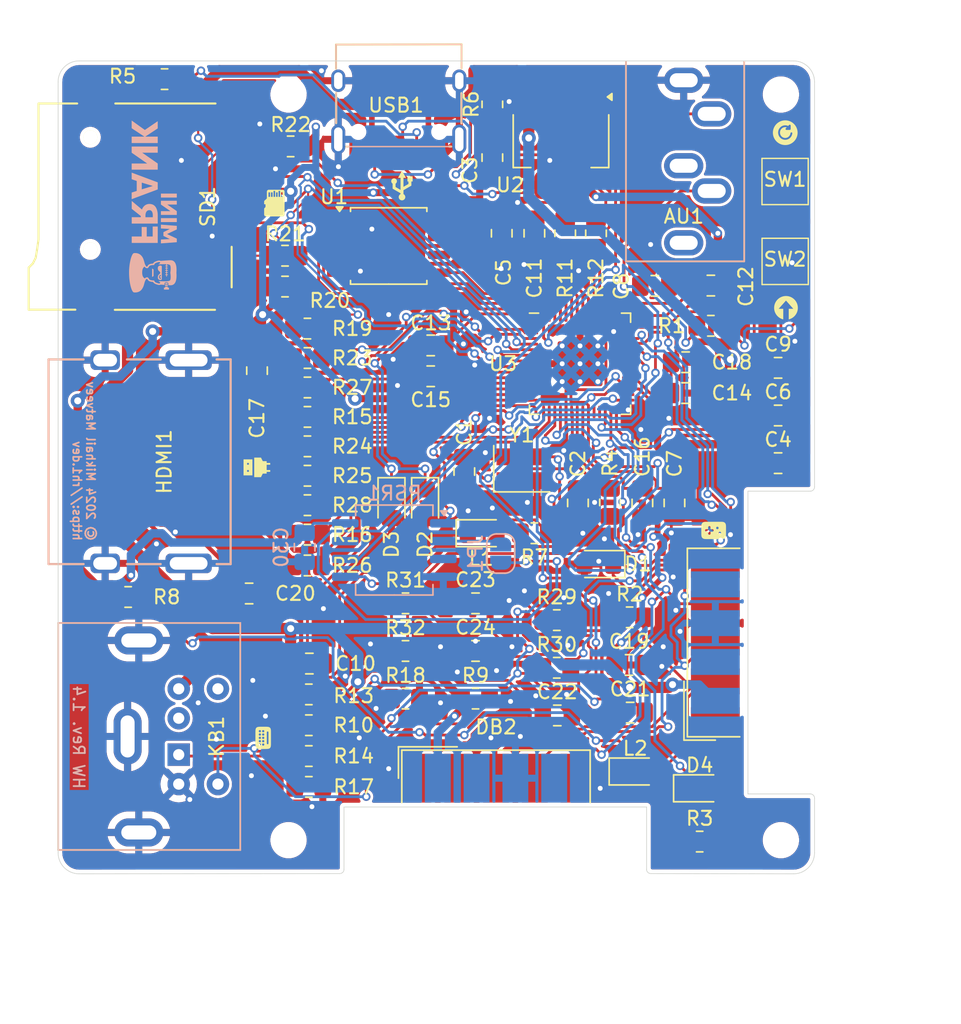
<source format=kicad_pcb>
(kicad_pcb (version 20240108) (generator "pcbnew") (generator_version "8.0")
  (title_block (title "Mini FRANK") (date "2024-11-13") (rev "1.2") (company "Mikhail Matveev") (comment 1 "https://github.com/xtremespb/minifrank"))
  (layers (0 "F.Cu" signal) (31 "B.Cu" signal) (34 "B.Paste" user) (35 "F.Paste" user) (36 "B.SilkS" user "B.Silkscreen") (37 "F.SilkS" user "F.Silkscreen") (38 "B.Mask" user) (39 "F.Mask" user) (44 "Edge.Cuts" user))
  (net 0 "")
  (net 1 "GND")
  (net 2 "VBUS")
  (net 3 "/XIN")
  (net 4 "/XOUT")
  (net 5 "+3V3")
  (net 6 "+1V1")
  (net 7 "/~{USB_BOOT}")
  (net 8 "/GPIO15")
  (net 9 "/GPIO14")
  (net 10 "/GPIO13")
  (net 11 "/GPIO12")
  (net 12 "/GPIO11")
  (net 13 "/GPIO10")
  (net 14 "/GPIO9")
  (net 15 "/GPIO8")
  (net 16 "/GPIO7")
  (net 17 "/GPIO6")
  (net 18 "/GPIO5")
  (net 19 "/GPIO4")
  (net 20 "/GPIO3")
  (net 21 "/GPIO2")
  (net 22 "/GPIO1")
  (net 23 "/GPIO0")
  (net 24 "/GPIO25")
  (net 25 "/GPIO24")
  (net 26 "/GPIO23")
  (net 27 "/GPIO22")
  (net 28 "/GPIO21")
  (net 29 "/GPIO20")
  (net 30 "/GPIO19")
  (net 31 "/GPIO18")
  (net 32 "/GPIO17")
  (net 33 "/GPIO16")
  (net 34 "/RUN")
  (net 35 "/SWD")
  (net 36 "/SWCLK")
  (net 37 "/QSPI_SS")
  (net 38 "Net-(U3-USB_DP)")
  (net 39 "Net-(U3-USB_DM)")
  (net 40 "/QSPI_SD2")
  (net 41 "/QSPI_SD1")
  (net 42 "/D+")
  (net 43 "/QSPI_SD0")
  (net 44 "/QSPI_SCLK")
  (net 45 "/QSPI_SD3")
  (net 46 "/D-")
  (net 47 "/L")
  (net 48 "/D2P")
  (net 49 "/D1P")
  (net 50 "/CLKN")
  (net 51 "/D1N")
  (net 52 "/D0N")
  (net 53 "/D2N")
  (net 54 "/D0P")
  (net 55 "/CLKP")
  (net 56 "/PS{slash}2 CLK")
  (net 57 "/PS{slash}2 DATA")
  (net 58 "/GPIO27")
  (net 59 "/GPIO28")
  (net 60 "/GPIO26")
  (net 61 "Net-(C2-Pad1)")
  (net 69 "Net-(USB1-CC1)")
  (net 70 "Net-(USB1-CC2)")
  (net 76 "/GPIO29")
  (net 77 "/R*")
  (net 78 "/L*")
  (net 79 "/R")
  (net 80 "Net-(C21-Pad1)")
  (net 81 "Net-(C22-Pad1)")
  (net 82 "/J1_DATA")
  (net 87 "Net-(L1-A)")
  (net 88 "Net-(L2-A)")
  (net 93 "Net-(JP8-A)")
  (footprint "LIBS:Medved_D_0805" (layer "F.Cu") (at 131.2 76.2)
    (property "Reference" "D4")
    (property "Value" "3V3")
  )
  (footprint "LIBS:Medved_C_0805" (layer "F.Cu") (at 103.3375 67.3)
    (property "Reference" "C10")
    (property "Value" "0.1u")
  )
  (footprint "LIBS:Medved_C_0805" (layer "F.Cu") (at 136.8 49.6)
    (property "Reference" "C6")
    (property "Value" "10u")
  )
  (footprint "LIBS:Medved_R_0805" (layer "F.Cu") (at 90.4 62.55 180)
    (property "Reference" "R8")
    (property "Value" "1K")
  )
  (footprint "LIBS:Medved_C_0805" (layer "F.Cu") (at 117.07 36.6 90)
    (property "Reference" "C5")
    (property "Value" "100n")
  )
  (footprint "LIBS:Medved_C_0805" (layer "F.Cu") (at 114.4 53.6 90)
    (property "Reference" "C1")
    (property "Value" "15p")
  )
  (footprint "LIBS:HDMI" (layer "F.Cu") (at 94.717912 52.9 -90)
    (property "Reference" "HDMI1")
    (property "Value" "HDMI")
  )
  (footprint "LIBS:Medved_R_0805" (layer "F.Cu") (at 101.6 38.2)
    (property "Reference" "R21")
    (property "Value" "10K")
  )
  (footprint "LIBS:Medved_C_0805" (layer "F.Cu") (at 136.8 53)
    (property "Reference" "C4")
    (property "Value" "10u")
  )
  (footprint "LIBS:Medved_C_0805" (layer "F.Cu") (at 127.11 55.8375 -90)
    (property "Reference" "C16")
    (property "Value" "100n")
  )
  (footprint "LIBS:Medved_C_0805" (layer "F.Cu") (at 126.1625 67.4)
    (property "Reference" "C19")
    (property "Value" "100n")
  )
  (footprint "LIBS:Medved_C_0805" (layer "F.Cu") (at 112 46.8 180)
    (property "Reference" "C15")
    (property "Value" "100n")
  )
  (footprint "LIBS:Medved_C_0805" (layer "F.Cu") (at 99.6 46.4 90)
    (property "Reference" "C17")
    (property "Value" "0.1u")
  )
  (footprint "LIBS:Medved_C_0805" (layer "F.Cu") (at 112 44.6 180)
    (property "Reference" "C13")
    (property "Value" "100n")
  )
  (footprint "LIBS:Medved_R_0805" (layer "F.Cu") (at 103.2 60.3)
    (property "Reference" "R26")
    (property "Value" "270R")
  )
  (footprint "LIBS:Medved_Jack_3.5mm_CUI_SJ1-3535NG_Horizontal" (layer "F.Cu") (at 130.06 25.68)
    (property "Reference" "AU1")
    (property "Value" "AUDIO OUT")
  )
  (footprint "Capacitor_SMD:C_0805_2012Metric_Pad1.18x1.45mm_HandSolder" (layer "F.Cu") (at 132 40.33)
    (property "Reference" "C12")
    (property "Value" "1u")
  )
  (footprint "LIBS:Medved_SD_Card" (layer "F.Cu") (at 99 34.7 90)
    (property "Reference" "SD1")
    (property "Value" "Micro SD")
  )
  (footprint "LIBS:Medved_R_0805" (layer "F.Cu") (at 103.3 71.7 180)
    (property "Reference" "R10")
    (property "Value" "1k")
  )
  (footprint "LIBS:Medved_R_0805" (layer "F.Cu") (at 103.2 43.4)
    (property "Reference" "R19")
    (property "Value" "10K")
  )
  (footprint "LIBS:Medved_R_0805" (layer "F.Cu") (at 119.4 58)
    (property "Reference" "R7")
    (property "Value" "1K")
  )
  (footprint "LIBS:Medved_R_0805" (layer "F.Cu") (at 123.8 36.6 -90)
    (property "Reference" "R12")
    (property "Value" "27")
  )
  (footprint "Connector_Dsub:DSUB-9_Male_EdgeMount_P2.77mm" (layer "F.Cu") (at 132.32 65.8 90)
    (property "Reference" "DB1" (hide yes))
    (property "Value" "Joystick")
  )
  (footprint "LIBS:Medved_R_0805" (layer "F.Cu") (at 103.3 73.9)
    (property "Reference" "R14")
    (property "Value" "100R")
  )
  (footprint "Crystal:Crystal_SMD_3225-4Pin_3.2x2.5mm" (layer "F.Cu") (at 118.5 53.4)
    (property "Reference" "Y1")
    (property "Value" "ABM8-272-T3")
  )
  (footprint "LIBS:Medved_C_0805" (layer "F.Cu") (at 136.8 46.2)
    (property "Reference" "C9")
    (property "Value" "10u")
  )
  (footprint "LIBS:MountingHole_2.1mm" (layer "F.Cu") (at 137 79.9)
    (property "Reference" "REF**" (hide yes))
    (property "Value" "MountingHole_2.1mm")
  )
  (footprint "LIBS:Medved_R_0805" (layer "F.Cu") (at 110.2 63)
    (property "Reference" "R31")
    (property "Value" "2k")
  )
  (footprint "LIBS:Medved_R_0805" (layer "F.Cu") (at 103.2 47.6)
    (property "Reference" "R27")
    (property "Value" "270R")
  )
  (footprint "LIBS:Medved_R_0805" (layer "F.Cu") (at 126.2 64)
    (property "Reference" "R2")
    (property "Value" "1k")
  )
  (footprint "LIBS:Button_SMD_3x3x2" (layer "F.Cu") (at 135.65 34.555 90)
    (property "Reference" "SW1")
    (property "Value" "Reset Button" (hide yes))
  )
  (footprint "Package_TO_SOT_SMD:SOT-223-3_TabPin2" (layer "F.Cu") (at 121.3 30 -90)
    (property "Reference" "U2")
    (property "Value" "NCP1117-3.3_SOT223")
  )
  (footprint "LIBS:Medved_R_0805" (layer "F.Cu") (at 131.2 80)
    (property "Reference" "R3")
    (property "Value" "1k")
  )
  (footprint "LIBS:Medved_R_0805" (layer "F.Cu") (at 102 30.4)
    (property "Reference" "R22")
    (property "Value" "10K")
  )
  (footprint "LIBS:Medved_R_0805" (layer "F.Cu") (at 103.2 56)
    (property "Reference" "R28")
    (property "Value" "270R")
  )
  (footprint "LED_SMD:LED_0805_2012Metric_Pad1.15x1.40mm_HandSolder" (layer "F.Cu") (at 115.675 58)
    (property "Reference" "L1")
    (property "Value" "LED")
  )
  (footprint "LIBS:Medved_R_0805" (layer "F.Cu") (at 132 43.2)
    (property "Reference" "R1")
    (property "Value" "1k")
  )
  (footprint "LIBS:Medved_R_0805" (layer "F.Cu") (at 103.2 51.8)
    (property "Reference" "R24")
    (property "Value" "270R")
  )
  (footprint "LIBS:Medved_C_0805" (layer "F.Cu") (at 128 40.35)
    (property "Reference" "C8")
    (property "Value" "1u")
  )
  (footprint "LIBS:Medved_R_0805" (layer "F.Cu") (at 101.6 40.4)
    (property "Reference" "R20")
    (property "Value" "10K")
  )
  (footprint "LIBS:Medved_R_0805" (layer "F.Cu") (at 121 67.6)
    (property "Reference" "R30")
    (property "Value" "2k")
  )
  (footprint "LIBS:Medved_C_0805" (layer "F.Cu") (at 116.4 31.2 90)
    (property "Reference" "C3")
    (property "Value" "100n")
  )
  (footprint "LIBS:Medved_C_0805" (layer "F.Cu") (at 130.2 48)
    (property "Reference" "C14")
    (property "Value" "100n")
  )
  (footprint "LED_SMD:LED_0805_2012Metric_Pad1.15x1.40mm_HandSolder" (layer "F.Cu") (at 126.6 75)
    (property "Reference" "L2")
    (property "Value" "LED")
  )
  (footprint "LIBS:Medved_C_0805" (layer "F.Cu") (at 121.0375 71)
    (property "Reference" "C22")
    (property "Value" "10u")
  )
  (footprint "LIBS:Medved_R_0805" (layer "F.Cu") (at 103.2 49.7)
    (property "Reference" "R15")
    (property "Value" "270R")
  )
  (footprint "LIBS:Medved_C_0805" (layer "F.Cu") (at 122.51 55.8375 90)
    (property "Reference" "C2")
    (property "Value" "15p")
  )
  (footprint "LIBS:Medved_R_0805" (layer "F.Cu") (at 103.2 58.1)
    (property "Reference" "R16")
    (property "Value" "270R")
  )
  (footprint "LIBS:Medved_D_0805" (layer "F.Cu") (at 109.2 55.9 -90)
    (property "Reference" "D3")
    (property "Value" "3V3")
  )
  (footprint "LIBS:Medved_R_0805" (layer "F.Cu") (at 116.4 27.4 90)
    (property "Reference" "R6")
    (property "Value" "5.1K")
  )
  (footprint "LIBS:MountingHole_2.1mm" (layer "F.Cu") (at 137 26.7)
    (property "Reference" "REF**" (hide yes))
    (property "Value" "MountingHole_2.1mm")
  )
  (footprint "LIBS:Medved_C_0805" (layer "F.Cu") (at 99.0375 62.3)
    (property "Reference" "C20")
    (property "Value" "0.1u")
  )
  (footprint "LIBS:Medved_R_0805" (layer "F.Cu") (at 103.2 45.5)
    (property "Reference" "R23")
    (property "Value" "270R")
  )
  (footprint "Connector_Dsub:DSUB-9_Male_EdgeMount_P2.77mm" (layer "F.Cu") (at 116.66 75.4775)
    (property "Reference" "DB2")
    (property "Value" "Joystick")
  )
  (footprint "LIBS:RP2040-QFN-56" (layer "F.Cu") (at 122.66 45.9075)
    (property "Reference" "U3")
    (property "Value" "RP2040")
  )
  (footprint "Package_SO:SOIC-8_5.23x5.23mm_P1.27mm" (layer "F.Cu") (at 109 37.505)
    (property "Reference" "U1")
    (property "Value" "W25Q128JVS")
  )
  (footprint "LIBS:Medved_C_0805" (layer "F.Cu") (at 130.2 45.8)
    (property "Reference" "C18")
    (property "Value" "100n")
  )
  (footprint "LIBS:Medved_D_0805" (layer "F.Cu") (at 124 60.2 180)
    (property "Reference" "D1")
    (property "Value" "3V3")
  )
  (footprint "LIBS:Medved_R_0805" (layer "F.Cu") (at 103.3 76.1)
    (property "Reference" "R17")
    (property "Value" "330R")
  )
  (footprint "LIBS:Medved_C_0805" (layer "F.Cu") (at 115.2 66.4)
    (property "Reference" "C24")
    (property "Value" "10n")
  )
  (footprint "LIBS:Medved_C_0805" (layer "F.Cu") (at 115.2 63)
    (property "Reference" "C23")
    (property "Value" "10n")
  )
  (footprint "LIBS:MountingHole_2.1mm" (layer "F.Cu") (at 101.85 26.7)
    (property "Reference" "REF**" (hide yes))
    (property "Value" "MountingHole_2.1mm")
  )
  (footprint "LIBS:Button_SMD_3x3x2" (layer "F.Cu") (at 135.655 40.255 90)
    (property "Reference" "SW2")
    (property "Value" "Flash Button" (hide yes))
  )
  (footprint "LIBS:Medved_R_0805" (layer "F.Cu") (at 103.3 69.5)
    (property "Reference" "R13")
    (property "Value" "100R")
  )
  (footprint "LIBS:Medved_R_0805" (layer "F.Cu") (at 103.2 53.9)
    (property "Reference" "R25")
    (property "Value" "270R")
  )
  (footprint "LIBS:Medved_C_0805" (layer "F.Cu") (at 129.4 55.8375 -90)
    (property "Reference" "C7")
    (property "Value" "100n")
  )
  (footprint "LIBS:Connector_Mini-DIN_Female_6Pin_2rows" (layer "F.Cu") (at 94.01 73.8 -90)
    (property "Reference" "KB1")
    (property "Value" "PS/2")
  )
  (footprint "LIBS:Medved_R_0805" (layer "F.Cu") (at 121.6 36.6 -90)
    (property "Reference" "R11")
    (property "Value" "27")
  )
  (footprint "LIBS:Medved_D_0805" (layer "F.Cu") (at 111.6 55.9 -90)
    (property "Reference" "D2")
    (property "Value" "3V3")
  )
  (footprint "LIBS:Medved_R_0805" (layer "F.Cu") (at 110.2 69.8)
    (property "Reference" "R18")
    (property "Value" "330R")
  )
  (footprint "LIBS:USB-TYPE-C-31-M-12_lib2" (layer "F.Cu") (at 109.72 23.115 180)
    (property "Reference" "USB1")
    (property "Value" "USB Type C")
  )
  (footprint "LIBS:Medved_R_0805" (layer "F.Cu") (at 110.2 66.4)
    (property "Reference" "R32")
    (property "Value" "1k")
  )
  (footprint "LIBS:Medved_R_0805" (layer "F.Cu") (at 124.8 55.8 -90)
    (property "Reference" "R4")
    (property "Value" "1k")
  )
  (footprint "LIBS:Medved_C_0805" (layer "F.Cu") (at 119.4 36.6 90)
    (property "Reference" "C11")
    (property "Value" "100n")
  )
  (footprint "LIBS:MountingHole_2.1mm" (layer "F.Cu") (at 101.85 79.9)
    (property "Reference" "REF**" (hide yes))
    (property "Value" "MountingHole_2.1mm")
  )
  (footprint "LIBS:Medved_C_0805" (layer "F.Cu") (at 126.2375 70.8)
    (property "Reference" "C21")
    (property "Value" "10u")
  )
  (footprint "LIBS:Medved_R_0805" (layer "F.Cu") (at 93 25.6)
    (property "Reference" "R5")
    (property "Value" "5.1K")
  )
  (footprint "LIBS:Medved_R_0805" (layer "F.Cu") (at 115.2 69.8)
    (property "Reference" "R9")
    (property "Value" "1k")
  )
  (footprint "LIBS:Medved_R_0805" (layer "F.Cu") (at 121 64.2)
    (property "Reference" "R29")
    (property "Value" "1k")
  )
  (footprint "Capacitor_SMD:C_0805_2012Metric_Pad1.18x1.45mm_HandSolder" (layer "B.Cu") (at 103 59 -90)
    (property "Reference" "C30")
    (property "Value" "0.1u")
  )
  (footprint "Jumper:SolderJumper-2_P1.3mm_Open_RoundedPad1.0x1.5mm" (layer "B.Cu") (at 117 59.45 -90)
    (property "Reference" "JP1")
    (property "Value" "JMP PSRAM")
  )
  (footprint "Package_SO:SO-8_5.3x6.2mm_P1.27mm" (layer "B.Cu") (at 109.4 59.2 180)
    (property "Reference" "PSR1")
    (property "Value" "PSRAM")
  )
  (gr_poly (pts (xy 92.739032 33.767999) (xy 92.739032 34.049781) (xy 93.874094 34.049781) (xy 93.874094 33.767999)) (stroke (width -0.000001)) (fill solid) (layer "B.SilkS"))
  (gr_poly (pts (xy 92.512508 35.275259) (xy 92.511008 35.234759) (xy 92.508317 35.194339) (xy 92.504438 35.154023) (xy 92.499373 35.11384) (xy 92.493125 35.073815) (xy 92.485698 35.033974) (xy 92.477094 34.994343) (xy 92.472964 34.977262) (xy 92.468482 34.960284) (xy 92.463649 34.943415) (xy 92.458468 34.926659) (xy 92.452941 34.910022) (xy 92.447071 34.893509) (xy 92.440858 34.877125) (xy 92.434307 34.860877) (xy 92.427418 34.844768) (xy 92.420194 34.828805) (xy 92.412637 34.812993) (xy 92.40475 34.797336) (xy 92.396534 34.781841) (xy 92.387992 34.766512) (xy 92.379126 34.751355) (xy 92.369938 34.736375) (xy 92.361027 34.723298) (xy 92.351748 34.71051) (xy 92.342108 34.698018) (xy 92.332115 34.685828) (xy 92.321777 34.673948) (xy 92.3111 34.662385) (xy 92.300092 34.651146) (xy 92.288761 34.640237) (xy 92.277114 34.629666) (xy 92.265159 34.61944) (xy 92.252903 34.609566) (xy 92.240354 34.600051) (xy 92.227519 34.590902) (xy 92.214406 34.582125) (xy 92.201022 34.573728) (xy 92.187375 34.565718) (xy 92.171693 34.558593) (xy 92.155841 34.551912) (xy 92.13983 34.545677) (xy 92.123669 34.53989) (xy 92.107366 34.534554) (xy 92.090933 34.52967) (xy 92.074377 34.525241) (xy 92.05771 34.521268) (xy 92.04094 34.517755) (xy 92.024076 34.514702) (xy 92.007129 34.512113) (xy 91.990107 34.509988) (xy 91.973021 34.508332) (xy 91.95588 34.507145) (xy 91.938693 34.506429) (xy 91.921469 34.506187) (xy 91.899605 34.506303) (xy 91.877827 34.5073) (xy 91.85616 34.509171) (xy 91.834629 34.511907) (xy 91.813259 34.515502) (xy 91.792076 34.519946) (xy 91.771104 34.525232) (xy 91.750369 34.531352) (xy 91.729896 34.538298) (xy 91.70971 34.546062) (xy 91.689836 34.554636) (xy 91.6703 34.564012) (xy 91.651126 34.574181) (xy 91.63234 34.585137) (xy 91.613966 34.596871) (xy 91.596031 34.609375) (xy 91.578243 34.623953) (xy 91.561018 34.639115) (xy 91.544366 34.654843) (xy 91.5283 34.67112) (xy 91.512833 34.68793) (xy 91.497976 34.705255) (xy 91.483742 34.723077) (xy 91.470143 34.741381) (xy 91.457191 34.760148) (xy 91.444899 34.779361) (xy 91.433279 34.799004) (xy 91.422344 34.81906) (xy 91.412105 34.83951) (xy 91.402574 34.860339) (xy 91.393765 34.881529) (xy 91.385688 34.903062) (xy 90.655438 34.291874) (xy 90.655438 34.855437) (xy 91.302344 35.367406) (xy 91.302344 35.45075) (xy 90.655438 35.45075) (xy 90.655438 35.907156) (xy 92.159594 35.907156) (xy 92.159594 35.454718) (xy 91.635719 35.454718) (xy 91.635719 35.343593) (xy 91.635998 35.32085) (xy 91.636835 35.298758) (xy 91.638231 35.277318) (xy 91.640184 35.256529) (xy 91.642695 35.23639) (xy 91.645765 35.216903) (xy 91.649393 35.198067) (xy 91.653578 35.179882) (xy 91.658322 35.162348) (xy 91.663624 35.145466) (xy 91.669484 35.129234) (xy 91.675903 35.113653) (xy 91.682879 35.098724) (xy 91.690413 35.084446) (xy 91.698506 35.070819) (xy 91.707157 35.057843) (xy 91.711437 35.051354) (xy 91.715912 35.045038) (xy 91.720576 35.0389) (xy 91.725424 35.032942) (xy 91.73045 35.027167) (xy 91.735649 35.021577) (xy 91.741015 35.016176) (xy 91.746543 35.010966) (xy 91.752227 35.00595) (xy 91.758062 35.001131) (xy 91.770162 34.992095) (xy 91.782801 34.983881) (xy 91.795933 34.976512) (xy 91.809516 34.97001) (xy 91.823506 34.964398) (xy 91.837858 34.959698) (xy 91.845157 34.957698) (xy 91.85253 34.955935) (xy 91.859971 34.95441) (xy 91.867476 34.953129) (xy 91.875039 34.952092) (xy 91.882655 34.951304) (xy 91.890317 34.950767) (xy 91.898021 34.950483) (xy 91.905761 34.950456) (xy 91.913532 34.950688) (xy 91.913532 34.950687) (xy 91.927722 34.950263) (xy 91.941782 34.950832) (xy 91.955665 34.952371) (xy 91.969328 34.954855) (xy 91.982728 34.958262) (xy 91.995819 34.962568) (xy 92.008558 34.96775) (xy 92.0209 34.973783) (xy 92.032802 34.980645) (xy 92.044218 34.988312) (xy 92.055106 34.996761) (xy 92.065421 35.005968) (xy 92.075118 35.015909) (xy 92.084153 35.026562) (xy 92.092483 35.037902) (xy 92.100063 35.049906) (xy 92.108136 35.065797) (xy 92.115643 35.081923) (xy 92.122583 35.098267) (xy 92.128951 35.114815) (xy 92.134744 35.131551) (xy 92.139959 35.14846) (xy 92.144593 35.165527) (xy 92.148642 35.182738) (xy 92.152104 35.200076) (xy 92.154974 35.217527) (xy 92.157249 35.235075) (xy 92.158927 35.252706) (xy 92.160004 35.270404) (xy 92.160476 35.288154) (xy 92.160341 35.305941) (xy 92.159594 35.323749) (xy 92.159594 35.454718) (xy 92.159594 35.907156) (xy 92.512813 35.907156) (xy 92.512813 35.315812)) (stroke (width -0.000001)) (fill solid) (layer "B.SilkS"))
  (gr_poly (pts (xy 91.619844 29.704) (xy 92.512813 29.116625) (xy 92.512813 28.600688) (xy 91.592063 29.227749) (xy 90.651469 28.553062) (xy 90.651469 29.104719) (xy 91.560313 29.704) (xy 90.651469 29.704) (xy 90.651469 30.160405) (xy 92.512813 30.160405) (xy 92.512813 29.704)) (stroke (width -0.000001)) (fill solid) (layer "B.SilkS"))
  (gr_poly (pts (xy 91.239241 38.104653) (xy 91.239241 38.104652) (xy 91.239241 38.104653)) (stroke (width -0.000001)) (fill solid) (layer "B.SilkS"))
  (gr_poly (pts (xy 93.037085 40.257699) (xy 93.037085 40.350568) (xy 93.229172 40.350568) (xy 93.229172 40.257699)) (stroke (width -0.000001)) (fill solid) (layer "B.SilkS"))
  (gr_poly (pts (xy 90.651469 32.271781) (xy 90.651469 32.744062) (xy 91.012626 32.867094) (xy 91.012626 33.577499) (xy 90.651469 33.692593) (xy 90.651469 34.164874) (xy 91.373782 33.895355) (xy 91.373782 33.462406) (xy 91.373782 32.986156) (xy 92.159594 33.224281) (xy 91.373782 33.462406) (xy 91.373782 33.895355) (xy 92.512813 33.470343) (xy 92.512813 32.966312)) (stroke (width -0.000001)) (fill solid) (layer "B.SilkS"))
  (gr_poly (pts (xy 92.802572 38.962154) (xy 92.800374 38.952492) (xy 92.796825 38.943635) (xy 92.792016 38.935584) (xy 92.78604 38.928342) (xy 92.77899 38.921912) (xy 92.770959 38.916295) (xy 92.762038 38.911493) (xy 92.752321 38.90751) (xy 92.7419 38.904347) (xy 92.730867 38.902006) (xy 92.719316 38.90049) (xy 92.707339 38.899801) (xy 92.695029 38.899941) (xy 92.682477 38.900913) (xy 92.669777 38.902719) (xy 92.657021 38.90536) (xy 92.644302 38.90884) (xy 92.631712 38.91316) (xy 92.619344 38.918323) (xy 92.607291 38.924331) (xy 92.595645 38.931186) (xy 92.584498 38.938891) (xy 92.573944 38.947448) (xy 92.564075 38.956858) (xy 92.554983 38.967125) (xy 92.546761 38.97825) (xy 92.539501 38.990237) (xy 92.533297 39.003086) (xy 92.52824 39.0168) (xy 92.524424 39.031382) (xy 92.521941 39.046834) (xy 92.5198 39.07051) (xy 92.518839 39.092627) (xy 92.518988 39.113262) (xy 92.520177 39.132493) (xy 92.522337 39.150397) (xy 92.525398 39.167051) (xy 92.529291 39.182533) (xy 92.533946 39.196921) (xy 92.539295 39.210292) (xy 92.545267 39.222724) (xy 92.551793 39.234294) (xy 92.558804 39.24508) (xy 92.56623 39.255159) (xy 92.574001 39.264609) (xy 92.582049 39.273508) (xy 92.590303 39.281933) (xy 92.607153 39.29767) (xy 92.623997 39.312442) (xy 92.640278 39.326868) (xy 92.65544 39.341569) (xy 92.662428 39.349217) (xy 92.668928 39.357166) (xy 92.67487 39.365494) (xy 92.680186 39.374278) (xy 92.684805 39.383597) (xy 92.688658 39.393526) (xy 92.691675 39.404145) (xy 92.693788 39.415531) (xy 92.691692 39.426824) (xy 92.688723 39.437317) (xy 92.684947 39.447092) (xy 92.68043 39.45623) (xy 92.675238 39.464812) (xy 92.669438 39.472921) (xy 92.663095 39.480636) (xy 92.656277 39.488041) (xy 92.592535 39.545855) (xy 92.576473 39.562899) (xy 92.568787 39.572259) (xy 92.56142 39.582284) (xy 92.554437 39.593058) (xy 92.547905 39.604661) (xy 92.54189 39.617174) (xy 92.536458 39.63068) (xy 92.531675 39.64526) (xy 92.527608 39.660995) (xy 92.524323 39.677967) (xy 92.521886 39.696257) (xy 92.520363 39.715947) (xy 92.51982 39.737117) (xy 92.520324 39.75985) (xy 92.521941 39.784228) (xy 92.524075 39.799714) (xy 92.527586 39.814327) (xy 92.53238 39.828067) (xy 92.538362 39.840939) (xy 92.545436 39.852943) (xy 92.553509 39.864084) (xy 92.562485 39.874362) (xy 92.57227 39.883781) (xy 92.582768 39.892343) (xy 92.593886 39.900051) (xy 92.605528 39.906907) (xy 92.6176 39.912913) (xy 92.630007 39.918072) (xy 92.642654 39.922386) (xy 92.655446 39.925859) (xy 92.668289 39.928492) (xy 92.681087 39.930287) (xy 92.693747 39.931248) (xy 92.706173 39.931377) (xy 92.71827 39.930676) (xy 92.729944 39.929148) (xy 92.733078 39.928487) (xy 92.733078 39.858443) (xy 92.726471 39.857841) (xy 92.719931 39.856916) (xy 92.713467 39.855673) (xy 92.707093 39.854118) (xy 92.700816 39.852256) (xy 92.69465 39.850092) (xy 92.688603 39.847631) (xy 92.682688 39.84488) (xy 92.676914 39.841842) (xy 92.671293 39.838523) (xy 92.665834 39.83493) (xy 92.660549 39.831066) (xy 92.655449 39.826937) (xy 92.650544 39.822549) (xy 92.645844 39.817907) (xy 92.641361 39.813016) (xy 92.637127 39.807909) (xy 92.633169 39.802621) (xy 92.62949 39.797163) (xy 92.626095 39.791548) (xy 92.622987 39.785786) (xy 92.620171 39.779889) (xy 92.61765 39.773867) (xy 92.615427 39.767733) (xy 92.613507 39.761498) (xy 92.611893 39.755173) (xy 92.61059 39.748769) (xy 92.6096 39.742298) (xy 92.608928 39.73577) (xy 92.608578 39.729198) (xy 92.608552 39.722593) (xy 92.608856 39.715965) (xy 92.608857 39.715965) (xy 92.608681 39.709043) (xy 92.608837 39.702185) (xy 92.609318 39.695402) (xy 92.610117 39.688701) (xy 92.611227 39.68209) (xy 92.612641 39.675578) (xy 92.614352 39.669174) (xy 92.616353 39.662885) (xy 92.618636 39.65672) (xy 92.621196 39.650687) (xy 92.624025 39.644794) (xy 92.627115 39.639051) (xy 92.63046 39.633465) (xy 92.634053 39.628044) (xy 92.637886 39.622798) (xy 92.641954 39.617734) (xy 92.646248 39.612861) (xy 92.650761 39.608187) (xy 92.655487 39.60372) (xy 92.660419 39.599469) (xy 92.665549 39.595442) (xy 92.670871 39.591648) (xy 92.676378 39.588094) (xy 92.682062 39.58479) (xy 92.687916 39.581743) (xy 92.693934 39.578962) (xy 92.700108 39.576455) (xy 92.706431 39.574231) (xy 92.712897 39.572298) (xy 92.719498 39.570664) (xy 92.726228 39.569338) (xy 92.733078 39.568328) (xy 92.733078 39.668737) (xy 92.731111 39.667569) (xy 92.72911 39.666501) (xy 92.727078 39.665533) (xy 92.725019 39.664663) (xy 92.722935 39.663892) (xy 92.720829 39.663218) (xy 92.718706 39.662642) (xy 92.716568 39.662163) (xy 92.714418 39.661781) (xy 92.712259 39.661494) (xy 92.710096 39.661303) (xy 92.707931 39.661207) (xy 92.705766 39.661205) (xy 92.703607 39.661298) (xy 92.701454 39.661483) (xy 92.699313 39.661762) (xy 92.697186 39.662134) (xy 92.695076 39.662597) (xy 92.692987 39.663152) (xy 92.690921 39.663798) (xy 92.688883 39.664535) (xy 92.686875 39.665362) (xy 92.6849 39.666278) (xy 92.682961 39.667284) (xy 92.681062 39.668378) (xy 92.679207 39.66956) (xy 92.677398 39.67083) (xy 92.675638 39.672187) (xy 92.673931 39.67363) (xy 92.672279 39.67516) (xy 92.670687 39.676776) (xy 92.669157 39.678476) (xy 92.667706 39.680245) (xy 92.666349 39.682062) (xy 92.665086 39.683925) (xy 92.663916 39.68583) (xy 92.662839 39.687774) (xy 92.661856 39.689754) (xy 92.660967 39.691767) (xy 92.660171 39.693809) (xy 92.659469 39.695876) (xy 92.658861 39.697967) (xy 92.658346 39.700077) (xy 92.657925 39.702203) (xy 92.657597 39.704342) (xy 92.657363 39.706491) (xy 92.657223 39.708647) (xy 92.657176 39.710806) (xy 92.657223 39.712965) (xy 92.657363 39.71512) (xy 92.657597 39.717269) (xy 92.657925 39.719409) (xy 92.658346 39.721535) (xy 92.658861 39.723645) (xy 92.659469 39.725735) (xy 92.660171 39.727803) (xy 92.660967 39.729845) (xy 92.661856 39.731857) (xy 92.662839 39.733837) (xy 92.663916 39.735781) (xy 92.665086 39.737687) (xy 92.666349 39.739549) (xy 92.667706 39.741367) (xy 92.669157 39.743135) (xy 92.670687 39.744836) (xy 92.672279 39.746451) (xy 92.673931 39.747981) (xy 92.675638 39.749425) (xy 92.677398 39.750782) (xy 92.679207 39.752052) (xy 92.681062 39.753234) (xy 92.682961 39.754328) (xy 92.6849 39.755333) (xy 92.686875 39.75625) (xy 92.690921 39.757813) (xy 92.695076 39.759014) (xy 92.699313 39.759849) (xy 92.703607 39.760314) (xy 92.707931 39.760405) (xy 92.712259 39.760117) (xy 92.714418 39.759831) (xy 92.716568 39.759448) (xy 92.718706 39.758969) (xy 92.720829 39.758393) (xy 92.722935 39.75772) (xy 92.725019 39.756949) (xy 92.727078 39.756079) (xy 92.72911 39.75511) (xy 92.731111 39.754042) (xy 92.733078 39.752874) (xy 92.733078 39.858443) (xy 92.733078 39.928487) (xy 92.7411 39.926795) (xy 92.751644 39.923619) (xy 92.76148 39.919624) (xy 92.770513 39.914811) (xy 92.77865 39.909184) (xy 92.785795 39.902744) (xy 92.791853 39.895494) (xy 92.79673 39.887436) (xy 92.800331 39.878574) (xy 92.802561 39.868908) (xy 92.803325 39.858443) (xy 92.803325 38.972618)) (stroke (width -0.000001)) (fill solid) (layer "B.SilkS"))
  (gr_poly (pts (xy 93.229046 40.186256) (xy 93.228673 40.183117) (xy 93.228059 40.180023) (xy 93.22721 40.176977) (xy 93.226132 40.173985) (xy 93.224832 40.171049) (xy 93.223315 40.168174) (xy 93.221588 40.165364) (xy 93.219657 40.162622) (xy 93.217528 40.159953) (xy 93.212701 40.154848) (xy 93.207157 40.150081) (xy 93.200944 40.145681) (xy 93.194114 40.141682) (xy 93.186713 40.138114) (xy 93.178794 40.135009) (xy 93.170404 40.132398) (xy 93.161593 40.130313) (xy 93.15241 40.128785) (xy 93.142906 40.127845) (xy 93.133128 40.127524) (xy 93.128173 40.127605) (xy 93.123281 40.127845) (xy 93.11846 40.128239) (xy 93.113716 40.128785) (xy 93.109054 40.129477) (xy 93.10448 40.130313) (xy 93.100001 40.131288) (xy 93.095624 40.132398) (xy 93.091353 40.13364) (xy 93.087195 40.135009) (xy 93.083157 40.136502) (xy 93.079243 40.138114) (xy 93.075461 40.139842) (xy 93.071817 40.141682) (xy 93.068316 40.14363) (xy 93.064965 40.145681) (xy 93.06177 40.147833) (xy 93.058736 40.150081) (xy 93.055871 40.15242) (xy 93.05318 40.154848) (xy 93.050669 40.157361) (xy 93.048344 40.159953) (xy 93.046212 40.162622) (xy 93.044278 40.165364) (xy 93.042549 40.168174) (xy 93.041031 40.171049) (xy 93.039729 40.173985) (xy 93.03865 40.176977) (xy 93.037801 40.180023) (xy 93.037187 40.183117) (xy 93.036813 40.186256) (xy 93.036688 40.189437) (xy 93.036688 40.21444) (xy 93.229172 40.21444) (xy 93.229172 40.189437)) (stroke (width -0.000001)) (fill solid) (layer "B.SilkS"))
  (gr_poly (pts (xy 92.151656 36.117499) (xy 92.151656 36.827906) (xy 91.727 36.827906) (xy 91.727 36.149249) (xy 91.365844 36.149249) (xy 91.365844 36.827906) (xy 90.655438 36.827906) (xy 90.655438 37.288281) (xy 92.512813 37.288281) (xy 92.512813 36.117499)) (stroke (width -0.000001)) (fill solid) (layer "B.SilkS"))
  (gr_poly (pts (xy 93.195438 34.549843) (xy 93.874094 34.549843) (xy 93.874094 34.279968) (xy 92.739032 34.279968) (xy 92.739032 34.549843) (xy 93.417688 35.018155) (xy 92.739032 35.018155) (xy 92.739032 35.288031) (xy 93.874094 35.288031) (xy 93.874094 35.018155)) (stroke (width -0.000001)) (fill solid) (layer "B.SilkS"))
  (gr_poly (pts (xy 92.739032 35.518218) (xy 92.739032 35.8) (xy 93.874094 35.8) (xy 93.874094 35.518218)) (stroke (width -0.000001)) (fill solid) (layer "B.SilkS"))
  (gr_poly (pts (xy 93.229172 40.47479) (xy 93.229172 40.400178) (xy 93.036688 40.400178) (xy 93.036688 40.47479) (xy 92.956122 40.47479) (xy 92.956122 40.617268) (xy 93.316088 40.617268) (xy 93.316088 40.47479)) (stroke (width -0.000001)) (fill solid) (layer "B.SilkS"))
  (gr_poly (pts (xy 93.852943 39.130239) (xy 93.849515 39.069941) (xy 93.844172 39.013762) (xy 93.837033 38.961557) (xy 93.828218 38.91318) (xy 93.817846 38.868486) (xy 93.806036 38.82733) (xy 93.792909 38.789565) (xy 93.778582 38.755048) (xy 93.763176 38.723632) (xy 93.746809 38.695171) (xy 93.729602 38.669521) (xy 93.711673 38.646536) (xy 93.693142 38.62607) (xy 93.674127 38.607979) (xy 93.654749 38.592117) (xy 93.635127 38.578338) (xy 93.61538 38.566497) (xy 93.595627 38.556448) (xy 93.575988 38.548047) (xy 93.556582 38.541147) (xy 93.537528 38.535604) (xy 93.518945 38.531271) (xy 93.483673 38.525657) (xy 93.451719 38.523142) (xy 93.424038 38.522562) (xy 93.366057 38.524137) (xy 93.283445 38.528391) (xy 93.076177 38.542108) (xy 92.865932 38.558058) (xy 92.71641 38.570584) (xy 92.715721 38.569966) (xy 92.715015 38.569369) (xy 92.714293 38.568791) (xy 92.713556 38.568234) (xy 92.712803 38.567698) (xy 92.712035 38.567183) (xy 92.711253 38.56669) (xy 92.710456 38.566219) (xy 92.704787 38.563494) (xy 92.699048 38.560946) (xy 92.693242 38.558577) (xy 92.687374 38.556386) (xy 92.681447 38.554375) (xy 92.675467 38.552545) (xy 92.669437 38.550896) (xy 92.663362 38.54943) (xy 92.657245 38.548148) (xy 92.651091 38.54705) (xy 92.644904 38.546137) (xy 92.638688 38.545411) (xy 92.632447 38.544873) (xy 92.626186 38.544522) (xy 92.619908 38.544361) (xy 92.613619 38.54439) (xy 92.599398 38.544881) (xy 92.585218 38.545874) (xy 92.571089 38.547366) (xy 92.557027 38.549356) (xy 92.543044 38.551842) (xy 92.529153 38.55482) (xy 92.515367 38.55829) (xy 92.5017 38.562249) (xy 92.47702 38.568762) (xy 92.452523 38.575888) (xy 92.42822 38.583624) (xy 92.404122 38.591966) (xy 92.38024 38.600909) (xy 92.356587 38.610449) (xy 92.333173 38.620583) (xy 92.31001 38.631306) (xy 92.302148 38.635334) (xy 92.294423 38.63959) (xy 92.286841 38.644071) (xy 92.279404 38.648772) (xy 92.272119 38.65369) (xy 92.264989 38.658821) (xy 92.25802 38.664161) (xy 92.251215 38.669707) (xy 92.244579 38.675454) (xy 92.238117 38.681398) (xy 92.231834 38.687536) (xy 92.225733 38.693864) (xy 92.21982 38.700379) (xy 92.214098 38.707075) (xy 92.208574 38.71395) (xy 92.20325 38.720999) (xy 92.200362 38.725486) (xy 92.197561 38.730026) (xy 92.194847 38.734618) (xy 92.192221 38.73926) (xy 92.189684 38.743951) (xy 92.187236 38.748689) (xy 92.184879 38.753475) (xy 92.182613 38.758306) (xy 92.165248 38.759139) (xy 92.147904 38.760274) (xy 92.130585 38.76171) (xy 92.113294 38.763446) (xy 92.096037 38.765483) (xy 92.078816 38.767818) (xy 92.061636 38.770453) (xy 92.0445 38.773387) (xy 92.028509 38.776344) (xy 92.012606 38.779708) (xy 91.9968 38.783476) (xy 91.981098 38.787647) (xy 91.965508 38.792218) (xy 91.950037 38.797187) (xy 91.934693 38.802553) (xy 91.919485 38.808312) (xy 91.91044 38.812694) (xy 91.901576 38.817383) (xy 91.8929 38.822374) (xy 91.88442 38.82766) (xy 91.876141 38.833236) (xy 91.868071 38.839094) (xy 91.860217 38.84523) (xy 91.852586 38.851636) (xy 91.845186 38.858307) (xy 91.838023 38.865236) (xy 91.831104 38.872418) (xy 91.824437 38.879845) (xy 91.818028 38.887513) (xy 91.811884 38.895415) (xy 91.806013 38.903545) (xy 91.800422 38.911896) (xy 91.787065 38.932503) (xy 91.780819 38.941957) (xy 91.774824 38.95084) (xy 91.769052 38.959145) (xy 91.763476 38.96687) (xy 91.758067 38.974008) (xy 91.752797 38.980556) (xy 91.734938 38.980556) (xy 91.73288 38.980331) (xy 91.730838 38.980025) (xy 91.728815 38.979641) (xy 91.726812 38.979178) (xy 91.724832 38.978637) (xy 91.722877 38.978021) (xy 91.720949 38.977329) (xy 91.71905 38.976562) (xy 91.717182 38.975721) (xy 91.715348 38.974808) (xy 91.71355 38.973824) (xy 91.71179 38.972768) (xy 91.71007 38.971642) (xy 91.708392 38.970448) (xy 91.706759 38.969185) (xy 91.705172 38.967856) (xy 91.702059 38.965198) (xy 91.698994 38.962488) (xy 91.695978 38.959727) (xy 91.693012 38.956914) (xy 91.690096 38.954051) (xy 91.687231 38.951139) (xy 91.684418 38.948178) (xy 91.681657 38.945168) (xy 91.678948 38.942111) (xy 91.676293 38.939007) (xy 91.673691 38.935857) (xy 91.671145 38.932661) (xy 91.668653 38.92942) (xy 91.666217 38.926136) (xy 91.663838 38.922808) (xy 91.661516 38.919437) (xy 91.650373 38.901662) (xy 91.639819 38.88355) (xy 91.629862 38.865115) (xy 91.62051 38.846373) (xy 91.611769 38.827338) (xy 91.603646 38.808025) (xy 91.596149 38.788449) (xy 91.589285 38.768625) (xy 91.584601 38.755729) (xy 91.580014 38.741513) (xy 91.575437 38.726069) (xy 91.570781 38.70949) (xy 91.560877 38.6733) (xy 91.555454 38.653875) (xy 91.549597 38.633687) (xy 91.524445 38.546871) (xy 91.517518 38.523981) (xy 91.510139 38.500746) (xy 91.502211 38.477233) (xy 91.493638 38.453506) (xy 91.484567 38.427415) (xy 91.474497 38.401776) (xy 91.463448 38.376613) (xy 91.451439 38.351953) (xy 91.438487 38.327822) (xy 91.424612 38.304245) (xy 91.409834 38.281248) (xy 91.394169 38.258858) (xy 91.377638 38.237099) (xy 91.36026 38.215998) (xy 91.342052 38.195581) (xy 91.323035 38.175873) (xy 91.303226 38.1569) (xy 91.282645 38.138689) (xy 91.26131 38.121264) (xy 91.239242 38.104653) (xy 91.239241 38.104653) (xy 91.219982 38.092882) (xy 91.200344 38.081864) (xy 91.180352 38.071605) (xy 91.160027 38.062113) (xy 91.139392 38.053392) (xy 91.118469 38.04545) (xy 91.09728 38.038293) (xy 91.075849 38.031926) (xy 91.054196 38.026355) (xy 91.032346 38.021588) (xy 91.010319 38.01763) (xy 90.988138 38.014488) (xy 90.965826 38.012167) (xy 90.943405 38.010674) (xy 90.920897 38.010015) (xy 90.898325 38.010196) (xy 90.879784 38.010357) (xy 90.861019 38.010891) (xy 90.85153 38.01132) (xy 90.841957 38.011871) (xy 90.832291 38.012551) (xy 90.822522 38.013371) (xy 90.819453 38.013692) (xy 90.816401 38.014114) (xy 90.81337 38.014634) (xy 90.810362 38.015253) (xy 90.807379 38.015969) (xy 90.804423 38.016782) (xy 90.801497 38.017691) (xy 90.798602 38.018694) (xy 90.795743 38.019792) (xy 90.792919 38.020983) (xy 90.790135 38.022267) (xy 90.787393 38.023642) (xy 90.784694 38.025107) (xy 90.78204 38.026663) (xy 90.779436 38.028307) (xy 90.776882 38.03004) (xy 90.774639 38.031631) (xy 90.772422 38.033256) (xy 90.770232 38.034915) (xy 90.768068 38.036607) (xy 90.765932 38.038333) (xy 90.763824 38.040092) (xy 90.761743 38.041883) (xy 90.759691 38.043706) (xy 90.757667 38.045561) (xy 90.755673 38.047447) (xy 90.753708 38.049365) (xy 90.751773 38.051313) (xy 90.749868 38.053292) (xy 90.747993 38.055302) (xy 90.74615 38.05734) (xy 90.744338 38.059409) (xy 90.736269 38.069359) (xy 90.728511 38.079543) (xy 90.72107 38.089953) (xy 90.71395 38.100581) (xy 90.707155 38.111421) (xy 90.700692 38.122465) (xy 90.694563 38.133705) (xy 90.688775 38.145133) (xy 90.672476 38.179864) (xy 90.657079 38.214984) (xy 90.642591 38.250474) (xy 90.629017 38.286317) (xy 90.616365 38.322496) (xy 90.60464 38.358993) (xy 90.59385 38.39579) (xy 90.584 38.432869) (xy 90.555283 38.553685) (xy 90.530495 38.675269) (xy 90.509648 38.797525) (xy 90.492754 38.920357) (xy 90.479825 39.04367) (xy 90.470871 39.167368) (xy 90.465905 39.291353) (xy 90.464938 39.415531) (xy 90.465841 39.507045) (xy 90.468481 39.596235) (xy 90.472752 39.683011) (xy 90.47855 39.76728) (xy 90.485768 39.848951) (xy 90.494301 39.927934) (xy 90.504045 40.004137) (xy 90.514895 40.077469) (xy 90.526744 40.147838) (xy 90.539488 40.215153) (xy 90.553021 40.279322) (xy 90.567239 40.340256) (xy 90.582035 40.397862) (xy 90.597306 40.452048) (xy 90.612945 40.502725) (xy 90.628847 40.5498) (xy 90.637451 40.574475) (xy 90.646757 40.598876) (xy 90.656758 40.622989) (xy 90.667447 40.646799) (xy 90.678819 40.670291) (xy 90.690865 40.69345) (xy 90.703579 40.716262) (xy 90.716954 40.738712) (xy 90.719824 40.743223) (xy 90.722798 40.747659) (xy 90.725875 40.75202) (xy 90.729053 40.756302) (xy 90.73233 40.760506) (xy 90.735706 40.764628) (xy 90.739177 40.768667) (xy 90.742743 40.772622) (xy 90.746403 40.776491) (xy 90.750154 40.780272) (xy 90.753995 40.783964) (xy 90.757925 40.787564) (xy 90.761942 40.791072) (xy 90.766045 40.794485) (xy 90.770231 40.797802) (xy 90.7745 40.801021) (xy 90.777093 40.802824) (xy 90.779737 40.804539) (xy 90.782431 40.806166) (xy 90.785173 40.807704) (xy 90.787959 40.809152) (xy 90.790788 40.810509) (xy 90.793658 40.811773) (xy 90.796566 40.812946) (xy 90.79951 40.814024) (xy 90.802487 40.815008) (xy 90.805496 40.815897) (xy 90.808535 40.81669) (xy 90.8116 40.817385) (xy 90.81469 40.817983) (xy 90.817802 40.818481) (xy 90.820935 40.818881) (xy 90.830703 40.819929) (xy 90.840369 40.820716) (xy 90.849942 40.82128) (xy 90.859432 40.821659) (xy 90.868847 40.821888) (xy 90.878196 40.822006) (xy 90.896738 40.822056) (xy 90.914239 40.822134) (xy 90.931712 40.821737) (xy 90.949149 40.820866) (xy 90.96654 40.819523) (xy 90.983876 40.81771) (xy 91.001146 40.815429) (xy 91.018343 40.812682) (xy 91.035455 40.80947) (xy 91.052474 40.805796) (xy 91.06939 40.801661) (xy 91.086194 40.797067) (xy 91.102877 40.792017) (xy 91.119428 40.786512) (xy 91.135838 40.780554) (xy 91.152099 40.774145) (xy 91.1682 40.767287) (xy 91.181466 40.760894) (xy 91.194538 40.754154) (xy 91.207408 40.747071) (xy 91.220071 40.73965) (xy 91.232521 40.731896) (xy 91.244751 40.723813) (xy 91.256754 40.715407) (xy 91.268524 40.706683) (xy 91.280055 40.697644) (xy 91.291341 40.688297) (xy 91.302374 40.678646) (xy 91.31315 40.668695) (xy 91.32366 40.658451) (xy 91.3339 40.647916) (xy 91.343862 40.637098) (xy 91.353541 40.625999) (xy 91.369391 40.605244) (xy 91.38466 40.584098) (xy 91.399344 40.562576) (xy 91.413435 40.540688) (xy 91.426927 40.518448) (xy 91.439816 40.495868) (xy 91.452094 40.472961) (xy 91.463755 40.449739) (xy 91.474793 40.426214) (xy 91.485203 40.4024) (xy 91.494978 40.378308) (xy 91.504113 40.353952) (xy 91.5126 40.329343) (xy 91.520434 40.304494) (xy 91.527609 40.279418) (xy 91.534119 40.254128) (xy 91.549752 40.197108) (xy 91.563637 40.145036) (xy 91.570074 40.12138) (xy 91.576256 40.099588) (xy 91.582243 40.079871) (xy 91.588094 40.062437) (xy 91.59342 40.047401) (xy 91.599086 40.032496) (xy 91.60509 40.017729) (xy 91.611429 40.003105) (xy 91.6181 39.988629) (xy 91.625102 39.974308) (xy 91.632431 39.960147) (xy 91.640085 39.946152) (xy 91.643191 39.940277) (xy 91.646434 39.934483) (xy 91.649812 39.928773) (xy 91.653322 39.92315) (xy 91.656964 39.917615) (xy 91.660735 39.912171) (xy 91.664633 39.906819) (xy 91.668657 39.901563) (xy 91.672806 39.896404) (xy 91.677077 39.891345) (xy 91.681468 39.886387) (xy 91.685978 39.881534) (xy 91.690605 39.876787) (xy 91.695348 39.872148) (xy 91.700204 39.86762) (xy 91.705172 39.863206) (xy 91.70674 39.861845) (xy 91.708359 39.860556) (xy 91.710025 39.859338) (xy 91.711737 39.858192) (xy 91.713492 39.857121) (xy 91.715287 39.856125) (xy 91.717121 39.855204) (xy 91.71899 39.85436) (xy 91.720893 39.853594) (xy 91.722827 39.852908) (xy 91.724789 39.852301) (xy 91.726776 39.851775) (xy 91.728788 39.851332) (xy 91.73082 39.850972) (xy 91.732871 39.850696) (xy 91.734938 39.850506) (xy 91.753194 39.850506) (xy 91.758333 39.857101) (xy 91.763649 39.864353) (xy 91.76917 39.872209) (xy 91.774923 39.880618) (xy 91.787239 39.898893) (xy 91.800819 39.918768) (xy 91.806372 39.927154) (xy 91.812211 39.935314) (xy 91.818329 39.943243) (xy 91.824718 39.950934) (xy 91.831371 39.958381) (xy 91.83828 39.965577) (xy 91.845439 39.972516) (xy 91.85284 39.979192) (xy 91.860476 39.985599) (xy 91.868339 39.991729) (xy 91.876422 39.997576) (xy 91.884718 40.003135) (xy 91.89322 40.008398) (xy 91.901919 40.01336) (xy 91.910809 40.018013) (xy 91.919882 40.022352) (xy 91.935002 40.028229) (xy 91.95027 40.033679) (xy 91.965679 40.038699) (xy 91.981218 40.043288) (xy 91.996879 40.047443) (xy 92.012652 40.051162) (xy 92.028529 40.05444) (xy 92.044501 40.057278) (xy 92.061569 40.060422) (xy 92.078687 40.06325) (xy 92.095852 40.065762) (xy 92.113058 40.067956) (xy 92.130302 40.069832) (xy 92.14758 40.07139) (xy 92.164886 40.07263) (xy 92.182216 40.073549) (xy 92.184571 40.078267) (xy 92.187005 40.082943) (xy 92.189519 40.087576) (xy 92.19211 40.092164) (xy 92.19478 40.096709) (xy 92.197527 40.101207) (xy 92.200351 40.105658) (xy 92.20325 40.110062) (xy 92.206594 40.114439) (xy 92.210022 40.118743) (xy 92.213536 40.122974) (xy 92.217133 40.127131) (xy 92.220812 40.131213) (xy 92.224572 40.135217) (xy 92.228412 40.139144) (xy 92.23233 40.142992) (xy 92.236325 40.146759) (xy 92.240397 40.150445) (xy 92.244543 40.154048) (xy 92.248763 40.157568) (xy 92.253055 40.161002) (xy 92.257419 40.164351) (xy 92.261852 40.167612) (xy 92.266354 40.170784) (xy 92.280033 40.179152) (xy 92.293872 40.18723) (xy 92.307865 40.195016) (xy 92.322008 40.202509) (xy 92.336296 40.209706) (xy 92.350724 40.216606) (xy 92.365289 40.223206) (xy 92.379984 40.229505) (xy 92.394806 40.235501) (xy 92.409749 40.241191) (xy 92.424809 40.246574) (xy 92.439982 40.251648) (xy 92.455262 40.256411) (xy 92.470645 40.26086) (xy 92.486126 40.264995) (xy 92.501701 40.268812) (xy 92.515377 40.272797) (xy 92.529166 40.276327) (xy 92.543055 40.279401) (xy 92.557034 40.282018) (xy 92.571091 40.284174) (xy 92.585215 40.285868) (xy 92.599395 40.287098) (xy 92.613619 40.287862) (xy 92.617334 40.287886) (xy 92.617334 40.178772) (xy 92.614413 40.178721) (xy 92.604022 40.178272) (xy 92.593662 40.177467) (xy 92.583341 40.176306) (xy 92.57307 40.174792) (xy 92.562857 40.172925) (xy 92.552711 40.170708) (xy 92.542641 40.168142) (xy 92.532657 40.165228) (xy 92.510664 40.159237) (xy 92.488839 40.152697) (xy 92.467193 40.14561) (xy 92.445736 40.137982) (xy 92.424478 40.129816) (xy 92.40343 40.121115) (xy 92.3826 40.111883) (xy 92.362 40.102124) (xy 92.357015 40.099699) (xy 92.352115 40.097126) (xy 92.347303 40.094408) (xy 92.342582 40.091547) (xy 92.337955 40.088545) (xy 92.333426 40.085405) (xy 92.328996 40.08213) (xy 92.32467 40.078722) (xy 92.320449 40.075183) (xy 92.316338 40.071516) (xy 92.31234 40.067723) (xy 92.308456 40.063807) (xy 92.304691 40.05977) (xy 92.301047 40.055614) (xy 92.297527 40.051343) (xy 92.294135 40.046959) (xy 92.290689 40.041547) (xy 92.287429 40.036028) (xy 92.284358 40.030406) (xy 92.281477 40.024686) (xy 92.27879 40.018872) (xy 92.276298 40.01297) (xy 92.274004 40.006985) (xy 92.27191 40.000921) (xy 92.258813 39.964409) (xy 92.219125 39.964409) (xy 92.199614 39.964139) (xy 92.180121 39.963434) (xy 92.160653 39.962296) (xy 92.141218 39.960725) (xy 92.121822 39.958721) (xy 92.102474 39.956285) (xy 92.08318 39.953418) (xy 92.063947 39.950121) (xy 92.051003 39.947806) (xy 92.03813 39.945157) (xy 92.025334 39.942176) (xy 92.012623 39.938863) (xy 92.000001 39.935222) (xy 91.987477 39.931253) (xy 91.975056 39.926958) (xy 91.962744 39.92234) (xy 91.957147 39.919489) (xy 91.951668 39.916447) (xy 91.94631 39.913218) (xy 91.941079 39.909807) (xy 91.935978 39.906216) (xy 91.931011 39.902452) (xy 91.926184 39.898516) (xy 91.9215 39.894414) (xy 91.916964 39.890148) (xy 91.912581 39.885724) (xy 91.908354 39.881145) (xy 91.904287 39.876414) (xy 91.900387 39.871537) (xy 91.896655 39.866516) (xy 91.893098 39.861357) (xy 91.889719 39.856062) (xy 91.88136 39.842537) (xy 91.872628 39.829261) (xy 91.863528 39.816241) (xy 91.854067 39.803486) (xy 91.844251 39.791002) (xy 91.834085 39.778797) (xy 91.823574 39.766879) (xy 91.812725 39.755256) (xy 91.797247 39.741365) (xy 91.733747 39.741365) (xy 91.727306 39.741699) (xy 91.720902 39.742291) (xy 91.714543 39.74314) (xy 91.708236 39.744243) (xy 91.701988 39.745597) (xy 91.695808 39.7472) (xy 91.689701 39.749048) (xy 91.683676 39.751139) (xy 91.67774 39.753471) (xy 91.6719 39.75604) (xy 91.666164 39.758843) (xy 91.660538 39.761879) (xy 91.655031 39.765145) (xy 91.649649 39.768637) (xy 91.6444 39.772353) (xy 91.639291 39.77629) (xy 91.633127 39.781362) (xy 91.627102 39.786593) (xy 91.62122 39.791979) (xy 91.615483 39.797517) (xy 91.609894 39.803205) (xy 91.604457 39.80904) (xy 91.599173 39.815018) (xy 91.594047 39.821137) (xy 91.570896 39.808545) (xy 91.549216 39.794261) (xy 91.529013 39.778247) (xy 91.510288 39.760465) (xy 91.493044 39.740878) (xy 91.477284 39.71945) (xy 91.463012 39.696143) (xy 91.45023 39.67092) (xy 91.43894 39.643743) (xy 91.429146 39.614576) (xy 91.420851 39.583381) (xy 91.414058 39.550121) (xy 91.408769 39.514759) (xy 91.404988 39.477257) (xy 91.402717 39.437579) (xy 91.40196 39.395687) (xy 91.402625 39.356121) (xy 91.40462 39.318514) (xy 91.407945 39.282834) (xy 91.412601 39.249048) (xy 91.415427 39.232855) (xy 91.418587 39.217125) (xy 91.422078 39.201852) (xy 91.425902 39.187032) (xy 91.430059 39.172663) (xy 91.434548 39.158739) (xy 91.43937 39.145256) (xy 91.444525 39.132212) (xy 91.450011 39.119601) (xy 91.455831 39.107419) (xy 91.461983 39.095664) (xy 91.468467 39.08433) (xy 91.475284 39.073414) (xy 91.482434 39.062911) (xy 91.489916 39.052819) (xy 91.497731 39.043132) (xy 91.505878 39.033846) (xy 91.514358 39.024959) (xy 91.52317 39.016465) (xy 91.532315 39.008361) (xy 91.541792 39.000642) (xy 91.551602 38.993306) (xy 91.561744 38.986347) (xy 91.572219 38.979762) (xy 91.575763 38.984951) (xy 91.579402 38.990069) (xy 91.583135 38.995115) (xy 91.58696 39.000087) (xy 91.590877 39.004985) (xy 91.594885 39.009807) (xy 91.598982 39.014552) (xy 91.603167 39.019218) (xy 91.607439 39.023805) (xy 91.611797 39.028311) (xy 91.61624 39.032735) (xy 91.620767 39.037076) (xy 91.625376 39.041332) (xy 91.630067 39.045502) (xy 91.634838 39.049585) (xy 91.639688 39.053581) (xy 91.644797 39.057518) (xy 91.650046 39.061234) (xy 91.655428 39.064726) (xy 91.660936 39.067991) (xy 91.666561 39.071027) (xy 91.672298 39.073831) (xy 91.678137 39.0764) (xy 91.684074 39.078731) (xy 91.690098 39.080823) (xy 91.696205 39.082671) (xy 91.702386 39.084273) (xy 91.708633 39.085627) (xy 91.71494 39.08673) (xy 91.721299 39.087579) (xy 91.727703 39.088172) (xy 91.734144 39.088505) (xy 91.797247 39.088505) (xy 91.812726 39.074615) (xy 91.82361 39.062967) (xy 91.834146 39.051016) (xy 91.844328 39.038772) (xy 91.85415 39.026241) (xy 91.863607 39.013431) (xy 91.872691 39.000351) (xy 91.881397 38.987009) (xy 91.889719 38.973412) (xy 91.89312 38.968154) (xy 91.896696 38.963031) (xy 91.900442 38.958046) (xy 91.904355 38.953202) (xy 91.90843 38.948504) (xy 91.912663 38.943955) (xy 91.91705 38.93956) (xy 91.921586 38.935322) (xy 91.926267 38.931244) (xy 91.93109 38.927331) (xy 91.936049 38.923587) (xy 91.94114 38.920016) (xy 91.94636 38.91662) (xy 91.951703 38.913405) (xy 91.957166 38.910374) (xy 91.962745 38.907531) (xy 91.975056 38.902912) (xy 91.987477 38.898618) (xy 92.000001 38.894649) (xy 92.012621 38.891008) (xy 92.025331 38.887695) (xy 92.038124 38.884714) (xy 92.050994 38.882066) (xy 92.063933 38.879752) (xy 92.082724 38.876559) (xy 92.101575 38.873795) (xy 92.12048 38.87146) (xy 92.139431 38.869556) (xy 92.158421 38.868083) (xy 92.177443 38.867041) (xy 92.196489 38.866432) (xy 92.215553 38.866256) (xy 92.255241 38.866256) (xy 92.268338 38.83014) (xy 92.270432 38.824076) (xy 92.272726 38.818091) (xy 92.275218 38.812189) (xy 92.277906 38.806375) (xy 92.280786 38.800655) (xy 92.283857 38.795033) (xy 92.287117 38.789514) (xy 92.290563 38.784102) (xy 92.292492 38.781466) (xy 92.294475 38.778873) (xy 92.296511 38.776324) (xy 92.2986 38.773821) (xy 92.30074 38.771363) (xy 92.302931 38.768953) (xy 92.305173 38.76659) (xy 92.307464 38.764275) (xy 92.309803 38.762009) (xy 92.31219 38.759794) (xy 92.314624 38.757629) (xy 92.317105 38.755515) (xy 92.31963 38.753453) (xy 92.322201 38.751445) (xy 92.324815 38.74949) (xy 92.327473 38.74759) (xy 92.351211 38.733928) (xy 92.37544 38.721226) (xy 92.400131 38.709495) (xy 92.425254 38.698748) (xy 92.450781 38.688997) (xy 92.47668 38.680253) (xy 92.502924 38.672528) (xy 92.529482 38.665834) (xy 92.539466 38.66292) (xy 92.549536 38.660353) (xy 92.559682 38.658136) (xy 92.569895 38.65627) (xy 92.580166 38.654755) (xy 92.590487 38.653595) (xy 92.600847 38.652789) (xy 92.611238 38.65234) (xy 92.614162 38.652254) (xy 92.617082 38.652258) (xy 92.619997 38.652351) (xy 92.622904 38.652532) (xy 92.625802 38.652801) (xy 92.628688 38.653158) (xy 92.631561 38.653603) (xy 92.634419 38.654134) (xy 92.637259 38.654752) (xy 92.640079 38.655456) (xy 92.642878 38.656246) (xy 92.645653 38.657121) (xy 92.648404 38.658082) (xy 92.651126 38.659126) (xy 92.65382 38.660255) (xy 92.656482 38.661468) (xy 92.6578 38.66218) (xy 92.659093 38.662932) (xy 92.660358 38.663725) (xy 92.661595 38.664558) (xy 92.662804 38.665429) (xy 92.663982 38.666338) (xy 92.665131 38.667285) (xy 92.666247 38.668268) (xy 92.667332 38.669286) (xy 92.668383 38.670339) (xy 92.6694 38.671426) (xy 92.670382 38.672546) (xy 92.671328 38.673699) (xy 92.672238 38.674883) (xy 92.67311 38.676098) (xy 92.673944 38.677343) (xy 92.674998 38.679265) (xy 92.67599 38.681216) (xy 92.676918 38.683194) (xy 92.677784 38.685198) (xy 92.678585 38.687226) (xy 92.679322 38.689276) (xy 92.679995 38.691348) (xy 92.680603 38.693438) (xy 92.681145 38.695547) (xy 92.681621 38.697672) (xy 92.682031 38.699812) (xy 92.682375 38.701966) (xy 92.682651 38.704131) (xy 92.682859 38.706306) (xy 92.683 38.70849) (xy 92.683072 38.710681) (xy 92.683072 38.730921) (xy 92.554088 38.820218) (xy 92.733147 38.811233) (xy 92.812302 38.808058) (xy 92.884933 38.805782) (xy 92.951331 38.804417) (xy 93.01179 38.803977) (xy 93.066603 38.804477) (xy 93.116063 38.805931) (xy 93.116063 38.903165) (xy 93.050182 38.903165) (xy 93.050182 38.952774) (xy 93.116063 38.952774) (xy 93.116063 39.060328) (xy 93.050182 39.060328) (xy 93.050182 39.109937) (xy 93.116063 39.109937) (xy 93.116063 39.21749) (xy 93.050182 39.21749) (xy 93.050182 39.2671) (xy 93.116063 39.2671) (xy 93.116063 39.374653) (xy 93.050182 39.374653) (xy 93.050182 39.424262) (xy 93.116063 39.424262) (xy 93.116063 39.531815) (xy 93.050182 39.531815) (xy 93.050182 39.581425) (xy 93.116063 39.581425) (xy 93.116063 39.688184) (xy 93.166863 39.688184) (xy 93.166863 39.581425) (xy 93.233141 39.581425) (xy 93.233141 39.531815) (xy 93.166863 39.531815) (xy 93.166863 39.424262) (xy 93.233141 39.424262) (xy 93.233141 39.374653) (xy 93.166863 39.374653) (xy 93.166863 39.267099) (xy 93.233141 39.267099) (xy 93.233141 39.21749) (xy 93.166863 39.21749) (xy 93.166863 39.109937) (xy 93.233141 39.109937) (xy 93.233141 39.060328) (xy 93.166863 39.060328) (xy 93.166863 38.952774) (xy 93.233141 38.952774) (xy 93.233141 38.903165) (xy 93.168847 38.903165) (xy 93.168847 38.808709) (xy 93.18485 38.809932) (xy 93.20013 38.811293) (xy 93.214703 38.812792) (xy 93.228588 38.814427) (xy 93.241802 38.816197) (xy 93.254365 38.818101) (xy 93.266292 38.820139) (xy 93.277603 38.822308) (xy 93.288316 38.824608) (xy 93.298447 38.827037) (xy 93.308015 38.829596) (xy 93.317038 38.832282) (xy 93.325534 38.835094) (xy 93.33352 38.838032) (xy 93.341015 38.841093) (xy 93.348036 38.844279) (xy 93.354602 38.847586) (xy 93.360729 38.851014) (xy 93.366437 38.854562) (xy 93.371742 38.858229) (xy 93.376663 38.862013) (xy 93.381217 38.865915) (xy 93.385423 38.869931) (xy 93.389299 38.874063) (xy 93.392862 38.878307) (xy 93.396129 38.882664) (xy 93.39912 38.887132) (xy 93.401852 38.89171) (xy 93.404342 38.896398) (xy 93.406609 38.901193) (xy 93.40867 38.906095) (xy 93.410544 38.911102) (xy 93.415398 38.926377) (xy 93.419635 38.942667) (xy 93.423287 38.959874) (xy 93.426383 38.9779) (xy 93.431029 39.016014) (xy 93.433817 39.056222) (xy 93.434989 39.097737) (xy 93.434787 39.139772) (xy 93.433453 39.18154) (xy 93.431231 39.222252) (xy 93.42509 39.297366) (xy 93.418302 39.358815) (xy 93.410544 39.415531) (xy 93.418302 39.472023) (xy 93.42509 39.533277) (xy 93.431231 39.608213) (xy 93.434787 39.690591) (xy 93.434989 39.73262) (xy 93.433817 39.774169) (xy 93.431029 39.814458) (xy 93.426383 39.852705) (xy 93.419635 39.888132) (xy 93.410544 39.919959) (xy 93.403255 39.936393) (xy 93.393251 39.951585) (xy 93.379798 39.965496) (xy 93.362163 39.978082) (xy 93.339611 39.989304) (xy 93.311411 39.999119) (xy 93.276826 40.007487) (xy 93.235125 40.014365) (xy 93.185574 40.019714) (xy 93.127437 40.023491) (xy 93.059983 40.025656) (xy 92.982477 40.026166) (xy 92.794376 40.02206) (xy 92.557263 40.010843) (xy 92.686247 40.099743) (xy 92.686247 40.120381) (xy 92.686224 40.121856) (xy 92.686167 40.12333) (xy 92.686077 40.1248) (xy 92.685952 40.126268) (xy 92.685795 40.127731) (xy 92.685604 40.129189) (xy 92.685379 40.130643) (xy 92.685122 40.132091) (xy 92.684831 40.133532) (xy 92.684508 40.134967) (xy 92.684152 40.136394) (xy 92.683762 40.137813) (xy 92.683341 40.139224) (xy 92.682887 40.140626) (xy 92.6824 40.142018) (xy 92.681881 40.143399) (xy 92.681117 40.145483) (xy 92.680258 40.14752) (xy 92.679307 40.149507) (xy 92.678267 40.151443) (xy 92.677139 40.153323) (xy 92.675927 40.155146) (xy 92.674632 40.156908) (xy 92.673257 40.158608) (xy 92.671805 40.160241) (xy 92.670277 40.161805) (xy 92.668676 40.163298) (xy 92.667004 40.164717) (xy 92.665264 40.166058) (xy 92.663458 40.16732) (xy 92.661588 40.168499) (xy 92.659657 40.169593) (xy 92.656984 40.170772) (xy 92.654283 40.171872) (xy 92.651554 40.172892) (xy 92.6488 40.173832) (xy 92.646022 40.174691) (xy 92.643222 40.175469) (xy 92.640402 40.176166) (xy 92.637564 40.176781) (xy 92.634709 40.177315) (xy 92.63184 40.177766) (xy 92.628957 40.178134) (xy 92.626064 40.178419) (xy 92.623161 40.178621) (xy 92.62025 40.178738) (xy 92.617334 40.178772) (xy 92.617334 40.287886) (xy 92.619919 40.287902) (xy 92.626206 40.287747) (xy 92.632476 40.287397) (xy 92.638725 40.286854) (xy 92.644948 40.286119) (xy 92.651141 40.285193) (xy 92.6573 40.284077) (xy 92.66342 40.282771) (xy 92.669497 40.281278) (xy 92.675526 40.279597) (xy 92.681503 40.27773) (xy 92.687424 40.275677) (xy 92.693284 40.273441) (xy 92.699079 40.271021) (xy 92.704805 40.26842) (xy 92.710457 40.265637) (xy 92.716013 40.261668) (xy 92.83195 40.270747) (xy 92.997 40.283099) (xy 92.997 40.189437) (xy 92.997176 40.184117) (xy 92.997696 40.178878) (xy 92.998554 40.173725) (xy 92.99974 40.168663) (xy 93.001248 40.163699) (xy 93.003067 40.158839) (xy 93.005191 40.154088) (xy 93.00761 40.149452) (xy 93.010318 40.144937) (xy 93.013305 40.140548) (xy 93.016563 40.136293) (xy 93.020085 40.132175) (xy 93.023861 40.128202) (xy 93.027885 40.124379) (xy 93.036638 40.117206) (xy 93.04628 40.110702) (xy 93.056745 40.104915) (xy 93.067966 40.09989) (xy 93.079879 40.095675) (xy 93.092417 40.092316) (xy 93.105515 40.089858) (xy 93.119108 40.08835) (xy 93.133128 40.087837) (xy 93.140187 40.087966) (xy 93.147145 40.08835) (xy 93.153993 40.088983) (xy 93.160724 40.089858) (xy 93.16733 40.090971) (xy 93.173803 40.092316) (xy 93.180134 40.093886) (xy 93.186316 40.095675) (xy 93.19234 40.097679) (xy 93.198199 40.09989) (xy 93.203883 40.102304) (xy 93.209387 40.104915) (xy 93.2147 40.107716) (xy 93.219815 40.110702) (xy 93.224725 40.113867) (xy 93.22942 40.117206) (xy 93.233894 40.120711) (xy 93.238137 40.124379) (xy 93.242142 40.128202) (xy 93.245901 40.132175) (xy 93.249405 40.136293) (xy 93.252647 40.140548) (xy 93.255619 40.144937) (xy 93.258311 40.149452) (xy 93.260718 40.154088) (xy 93.26283 40.158839) (xy 93.264638 40.163699) (xy 93.266137 40.168663) (xy 93.267316 40.173725) (xy 93.268168 40.178878) (xy 93.268685 40.184117) (xy 93.26886 40.189437) (xy 93.26886 40.301753) (xy 93.317384 40.304481) (xy 93.36029 40.306614) (xy 93.396275 40.308003) (xy 93.411266 40.308372) (xy 93.424038 40.308499) (xy 93.483673 40.305404) (xy 93.518945 40.29979) (xy 93.556582 40.289915) (xy 93.595627 40.274613) (xy 93.635127 40.252724) (xy 93.654749 40.238945) (xy 93.674127 40.223082) (xy 93.693142 40.204991) (xy 93.711673 40.184526) (xy 93.729602 40.161541) (xy 93.746809 40.13589) (xy 93.763176 40.10743) (xy 93.778582 40.076014) (xy 93.792909 40.041496) (xy 93.806036 40.003732) (xy 93.817846 39.962575) (xy 93.828218 39.917881) (xy 93.837033 39.869505) (xy 93.844172 39.817299) (xy 93.849515 39.761121) (xy 93.852943 39.700823) (xy 93.854338 39.63626) (xy 93.853578 39.567287) (xy 93.850546 39.493759) (xy 93.845122 39.415531) (xy 93.850546 39.337302) (xy 93.853578 39.263774) (xy 93.854338 39.194801)) (stroke (width -0.000001)) (fill solid) (layer "B.SilkS"))
  (gr_poly (pts (xy 92.109191 39.108349) (xy 92.109191 39.722315) (xy 92.214363 39.648099) (xy 92.214363 39.182962)) (stroke (width -0.000001)) (fill solid) (layer "B.SilkS"))
  (gr_poly (pts (xy 91.405532 30.850968) (xy 92.512813 30.850968) (xy 92.512813 30.410437) (xy 90.651469 30.410437) (xy 90.651469 30.850969) (xy 91.75875 31.620906) (xy 90.651469 31.620906) (xy 90.651469 32.061437) (xy 92.512813 32.061437) (xy 92.512813 31.620906)) (stroke (width -0.000001)) (fill solid) (layer "B.SilkS"))
  (gr_poly (pts (xy 93.179563 36.653281) (xy 93.874094 36.323875) (xy 93.874094 36.069875) (xy 92.739032 35.982562) (xy 92.739032 36.256406) (xy 93.374031 36.292124) (xy 92.917625 36.518343) (xy 92.917625 36.788218) (xy 93.374031 37.010469) (xy 92.739032 37.046187) (xy 92.739032 37.320031) (xy 93.874094 37.236687) (xy 93.874094 36.982687)) (stroke (width -0.000001)) (fill solid) (layer "B.SilkS"))
  (gr_poly (pts (xy 99.883745 52.603) (xy 100.010743 52.857) (xy 100.289 52.857) (xy 100.289 52.984) (xy 100.543 52.984) (xy 100.543 53.111) (xy 100.289 53.111) (xy 100.289 53.492) (xy 100.543 53.492) (xy 100.543 53.619) (xy 100.289 53.619) (xy 100.289 53.746) (xy 100.010743 53.746) (xy 99.883745 54) (xy 99.4 54) (xy 99.4 52.603)) (stroke (width -0.000001)) (fill solid) (layer "F.SilkS"))
  (gr_poly (pts (xy 137.406758 41.075333) (xy 137.44976 41.078603) (xy 137.492135 41.083986) (xy 137.533832 41.091431) (xy 137.574796 41.100884) (xy 137.614976 41.112292) (xy 137.654317 41.125602) (xy 137.692767 41.14076) (xy 137.730271 41.157714) (xy 137.766778 41.17641) (xy 137.802234 41.196795) (xy 137.836586 41.218816) (xy 137.86978 41.24242) (xy 137.901764 41.267553) (xy 137.932484 41.294163) (xy 137.961887 41.322196) (xy 137.98992 41.351599) (xy 138.01653 41.382319) (xy 138.041663 41.414303) (xy 138.065267 41.447497) (xy 138.087288 41.481849) (xy 138.107673 41.517305) (xy 138.126369 41.553812) (xy 138.143323 41.591317) (xy 138.158481 41.629766) (xy 138.171791 41.669107) (xy 138.183199 41.709287) (xy 138.192652 41.750251) (xy 138.200097 41.791948) (xy 138.205481 41.834324) (xy 138.20875 41.877325) (xy 138.209851 41.920899) (xy 138.209042 41.958218) (xy 138.206636 41.995121) (xy 138.202668 42.031574) (xy 138.197171 42.067544) (xy 138.190177 42.102998) (xy 138.181721 42.137902) (xy 138.171837 42.172224) (xy 138.160557 42.20593) (xy 138.147915 42.238988) (xy 138.133945 42.271364) (xy 138.118681 42.303024) (xy 138.102154 42.333937) (xy 138.0844 42.364069) (xy 138.065452 42.393386) (xy 138.045342 42.421856) (xy 138.024106 42.449445) (xy 138.001775 42.476121) (xy 137.978384 42.501849) (xy 137.953965 42.526598) (xy 137.928554 42.550334) (xy 137.902182 42.573023) (xy 137.874884 42.594633) (xy 137.846693 42.615131) (xy 137.817643 42.634483) (xy 137.787766 42.652656) (xy 137.757097 42.669618) (xy 137.725669 42.685334) (xy 137.693515 42.699773) (xy 137.66067 42.7129) (xy 137.627165 42.724683) (xy 137.593036 42.735088) (xy 137.558315 42.744083) (xy 137.558315 41.986052) (xy 137.884083 41.986052) (xy 137.363185 41.4) (xy 136.842286 41.986052) (xy 137.167724 41.986052) (xy 137.167724 42.744083) (xy 137.133033 42.735088) (xy 137.098932 42.724683) (xy 137.065454 42.7129) (xy 137.032632 42.699773) (xy 136.969095 42.669618) (xy 136.908587 42.634483) (xy 136.851378 42.594633) (xy 136.797735 42.550334) (xy 136.747927 42.501849) (xy 136.702222 42.449445) (xy 136.66089 42.393386) (xy 136.624197 42.333937) (xy 136.592414 42.271364) (xy 136.578446 42.238988) (xy 136.565807 42.20593) (xy 136.554529 42.172224) (xy 136.544646 42.137902) (xy 136.536191 42.102998) (xy 136.529198 42.067544) (xy 136.523701 42.031574) (xy 136.519733 41.995121) (xy 136.517327 41.958218) (xy 136.516518 41.920899) (xy 136.51762 41.877325) (xy 136.520889 41.834324) (xy 136.526272 41.791948) (xy 136.533717 41.750251) (xy 136.54317 41.709287) (xy 136.554578 41.669107) (xy 136.567888 41.629766) (xy 136.583046 41.591317) (xy 136.6 41.553812) (xy 136.618696 41.517305) (xy 136.639081 41.481849) (xy 136.661102 41.447497) (xy 136.684706 41.414303) (xy 136.709839 41.382319) (xy 136.736449 41.351599) (xy 136.764482 41.322196) (xy 136.793885 41.294163) (xy 136.824605 41.267553) (xy 136.856589 41.24242) (xy 136.889783 41.218816) (xy 136.924135 41.196795) (xy 136.959591 41.17641) (xy 136.996098 41.157714) (xy 137.033603 41.14076) (xy 137.072052 41.125602) (xy 137.111393 41.112292) (xy 137.151573 41.100884) (xy 137.192537 41.091431) (xy 137.234234 41.083986) (xy 137.27661 41.078603) (xy 137.319611 41.075333) (xy 137.363185 41.074232)) (stroke (width -0.000001)) (fill solid) (layer "F.SilkS"))
  (gr_poly (pts (xy 132.703344 57.182749) (xy 132.755612 57.18354) (xy 132.780057 57.184403) (xy 132.803335 57.185692) (xy 132.825417 57.18749) (xy 132.846271 57.189884) (xy 132.857081 57.19146) (xy 132.867823 57.193291) (xy 132.878485 57.195402) (xy 132.889055 57.197819) (xy 132.899523 57.200568) (xy 132.909874 57.203676) (xy 132.920099 57.207167) (xy 132.930185 57.211068) (xy 132.94012 57.215405) (xy 132.949893 57.220203) (xy 132.95949 57.225489) (xy 132.968902 57.231287) (xy 132.978115 57.237626) (xy 132.987119 57.244529) (xy 132.9959 57.252023) (xy 133.004448 57.260134) (xy 133.01256 57.268683) (xy 133.020054 57.277465) (xy 133.026958 57.286469) (xy 133.033296 57.295683) (xy 133.039095 57.305095) (xy 133.044381 57.314693) (xy 133.049179 57.324465) (xy 133.053516 57.3344) (xy 133.057417 57.344486) (xy 133.060909 57.354711) (xy 133.064017 57.365062) (xy 133.066766 57.375529) (xy 133.069184 57.3861) (xy 133.071295 57.396762) (xy 133.073127 57.407503) (xy 133.074704 57.418313) (xy 133.077097 57.439167) (xy 133.078895 57.461248) (xy 133.080183 57.484526) (xy 133.081046 57.50897) (xy 133.081569 57.534551) (xy 133.081836 57.561238) (xy 133.081945 57.617806) (xy 133.081945 57.982192) (xy 133.081836 58.038761) (xy 133.081046 58.091029) (xy 133.080183 58.115474) (xy 133.078895 58.138752) (xy 133.077097 58.160834) (xy 133.074704 58.181688) (xy 133.073127 58.192498) (xy 133.071295 58.20324) (xy 133.069184 58.213902) (xy 133.066766 58.224472) (xy 133.064017 58.234939) (xy 133.060909 58.245291) (xy 133.057417 58.255516) (xy 133.053516 58.265602) (xy 133.049179 58.275537) (xy 133.044381 58.285309) (xy 133.039095 58.294907) (xy 133.033296 58.304319) (xy 133.026958 58.313532) (xy 133.020054 58.322535) (xy 133.01256 58.331317) (xy 133.004448 58.339865) (xy 132.9959 58.347976) (xy 132.987119 58.355471) (xy 132.978115 58.362374) (xy 132.968902 58.368713) (xy 132.95949 58.374512) (xy 132.949893 58.379798) (xy 132.94012 58.384596) (xy 132.930185 58.388933) (xy 132.920099 58.392834) (xy 132.909874 58.396326) (xy 132.899523 58.399433) (xy 132.889055 58.402183) (xy 132.878485 58.404601) (xy 132.867823 58.406712) (xy 132.857081 58.408544) (xy 132.846271 58.410121) (xy 132.825417 58.412513) (xy 132.803335 58.414312) (xy 132.780057 58.4156) (xy 132.755612 58.416463) (xy 132.730031 58.416986) (xy 132.703344 58.417253) (xy 132.646776 58.417361) (xy 131.753223 58.417361) (xy 131.696655 58.417253) (xy 131.644388 58.416463) (xy 131.619943 58.4156) (xy 131.596665 58.414312) (xy 131.574584 58.412513) (xy 131.553731 58.410121) (xy 131.542921 58.408544) (xy 131.532179 58.406712) (xy 131.521517 58.404601) (xy 131.510946 58.402183) (xy 131.500479 58.399433) (xy 131.490127 58.396326) (xy 131.479903 58.392834) (xy 131.469817 58.388933) (xy 131.459882 58.384596) (xy 131.45011 58.379798) (xy 131.440512 58.374512) (xy 131.4311 58.368713) (xy 131.421886 58.362374) (xy 131.412882 58.355471) (xy 131.4041 58.347976) (xy 131.395551 58.339865) (xy 131.38744 58.331317) (xy 131.379946 58.322535) (xy 131.373043 58.313532) (xy 131.366705 58.304319) (xy 131.360905 58.294907) (xy 131.35562 58.285309) (xy 131.350821 58.275537) (xy 131.346485 58.265602) (xy 131.342584 58.255516) (xy 131.339092 58.245291) (xy 131.335985 58.234939) (xy 131.333236 58.224472) (xy 131.330818 58.213902) (xy 131.328708 58.20324) (xy 131.326877 58.192498) (xy 131.325301 58.181688) (xy 131.322907 58.160834) (xy 131.321108 58.138752) (xy 131.31982 58.115474) (xy 131.318957 58.091029) (xy 131.318434 58.065448) (xy 131.318166 58.038761) (xy 131.318056 57.982192) (xy 131.318056 57.8) (xy 131.58264 57.8) (xy 131.582755 57.804539) (xy 131.583095 57.809018) (xy 131.583656 57.813432) (xy 131.584432 57.817775) (xy 131.585417 57.822042) (xy 131.586605 57.826227) (xy 131.587992 57.830325) (xy 131.589571 57.83433) (xy 131.591337 57.838237) (xy 131.593285 57.84204) (xy 131.595408 57.845733) (xy 131.597702 57.849311) (xy 131.600161 57.852769) (xy 131.60278 57.856101) (xy 131.605552 57.859301) (xy 131.608472 57.862364) (xy 131.611535 57.865284) (xy 131.614735 57.868056) (xy 131.618067 57.870674) (xy 131.621524 57.873133) (xy 131.625103 57.875427) (xy 131.628796 57.87755) (xy 131.632599 57.879498) (xy 131.636505 57.881264) (xy 131.64051 57.882843) (xy 131.644608 57.88423) (xy 131.648793 57.885418) (xy 131.65306 57.886403) (xy 131.657403 57.887179) (xy 131.661817 57.887739) (xy 131.666296 57.88808) (xy 131.670835 57.888195) (xy 131.803126 57.888195) (xy 131.803126 58.020486) (xy 131.803241 58.025025) (xy 131.803582 58.029504) (xy 131.804142 58.033918) (xy 131.804918 58.038261) (xy 131.805903 58.042528) (xy 131.807091 58.046713) (xy 131.808478 58.050811) (xy 131.810057 58.054816) (xy 131.811823 58.058723) (xy 131.813771 58.062526) (xy 131.815895 58.066219) (xy 131.818189 58.069797) (xy 131.820647 58.073255) (xy 131.823266 58.076587) (xy 131.826038 58.079787) (xy 131.828958 58.08285) (xy 131.832021 58.08577) (xy 131.835221 58.088542) (xy 131.838553 58.09116) (xy 131.842011 58.093619) (xy 131.845589 58.095913) (xy 131.849282 58.098036) (xy 131.853085 58.099984) (xy 131.856992 58.10175) (xy 131.860997 58.103329) (xy 131.865095 58.104716) (xy 131.86928 58.105904) (xy 131.873547 58.106889) (xy 131.87789 58.107665) (xy 131.882304 58.108225) (xy 131.886783 58.108566) (xy 131.891321 58.108681) (xy 131.89586 58.108566) (xy 131.900339 58.108225) (xy 131.904753 58.107665) (xy 131.909096 58.106889) (xy 131.913362 58.105904) (xy 131.917548 58.104716) (xy 131.921645 58.103329) (xy 131.92565 58.10175) (xy 131.929557 58.099984) (xy 131.93336 58.098036) (xy 131.937053 58.095913) (xy 131.940631 58.093619) (xy 131.944089 58.09116) (xy 131.947421 58.088542) (xy 131.950621 58.08577) (xy 131.953684 58.08285) (xy 131.956604 58.079787) (xy 131.959376 58.076587) (xy 131.961994 58.073255) (xy 131.964453 58.069797) (xy 131.966747 58.066219) (xy 131.968871 58.062526) (xy 131.970818 58.058723) (xy 131.972584 58.054816) (xy 131.974163 58.050811) (xy 131.97555 58.046713) (xy 131.976738 58.042528) (xy 131.977723 58.038261) (xy 131.978499 58.033918) (xy 131.97906 58.029504) (xy 131.9794 58.025025) (xy 131.979515 58.020486) (xy 131.979515 57.976389) (xy 132.552778 57.976389) (xy 132.552778 57.977271) (xy 132.552893 57.98181) (xy 132.553233 57.986289) (xy 132.553794 57.990703) (xy 132.55457 57.995046) (xy 132.555555 57.999313) (xy 132.556743 58.003498) (xy 132.558129 58.007596) (xy 132.559709 58.011601) (xy 132.561475 58.015508) (xy 132.563422 58.01931) (xy 132.565546 58.023004) (xy 132.56784 58.026582) (xy 132.570299 58.03004) (xy 132.572917 58.033371) (xy 132.575689 58.036572) (xy 132.578609 58.039634) (xy 132.581672 58.042555) (xy 132.584872 58.045327) (xy 132.588204 58.047945) (xy 132.591662 58.050404) (xy 132.59524 58.052698) (xy 132.598933 58.054821) (xy 132.602736 58.056769) (xy 132.606643 58.058535) (xy 132.610648 58.060114) (xy 132.614746 58.061501) (xy 132.618931 58.062689) (xy 132.623198 58.063674) (xy 132.627541 58.064449) (xy 132.631955 58.06501) (xy 132.636434 58.065351) (xy 132.640972 58.065466) (xy 132.645511 58.065351) (xy 132.64999 58.06501) (xy 132.654404 58.064449) (xy 132.658747 58.063674) (xy 132.663014 58.062689) (xy 132.667199 58.061501) (xy 132.671297 58.060114) (xy 132.675302 58.058535) (xy 132.679209 58.056769) (xy 132.683012 58.054821) (xy 132.686705 58.052698) (xy 132.690283 58.050404) (xy 132.693741 58.047945) (xy 132.697073 58.045327) (xy 132.700273 58.042555) (xy 132.703336 58.039634) (xy 132.706256 58.036572) (xy 132.709028 58.033371) (xy 132.711646 58.03004) (xy 132.714105 58.026582) (xy 132.716399 58.023004) (xy 132.718523 58.01931) (xy 132.72047 58.015508) (xy 132.722236 58.011601) (xy 132.723815 58.007596) (xy 132.725202 58.003498) (xy 132.72639 57.999313) (xy 132.727375 57.995046) (xy 132.728151 57.990703) (xy 132.728712 57.986289) (xy 132.729052 57.98181) (xy 132.729167 57.977271) (xy 132.729167 57.976389) (xy 132.729052 57.971851) (xy 132.728712 57.967372) (xy 132.728151 57.962958) (xy 132.727375 57.958614) (xy 132.72639 57.954347) (xy 132.725202 57.950162) (xy 132.723815 57.946064) (xy 132.722236 57.942059) (xy 132.72047 57.938153) (xy 132.718523 57.93435) (xy 132.716399 57.930656) (xy 132.714105 57.927078) (xy 132.711646 57.92362) (xy 132.709028 57.920289) (xy 132.706256 57.917089) (xy 132.703336 57.914026) (xy 132.700273 57.911106) (xy 132.697073 57.908334) (xy 132.693741 57.905715) (xy 132.690283 57.903257) (xy 132.686705 57.900963) (xy 132.683012 57.898839) (xy 132.679209 57.896891) (xy 132.675302 57.895125) (xy 132.671297 57.893546) (xy 132.667199 57.89216) (xy 132.663014 57.890971) (xy 132.658747 57.889986) (xy 132.654404 57.889211) (xy 132.64999 57.88865) (xy 132.645511 57.888309) (xy 132.640972 57.888195) (xy 132.636434 57.888309) (xy 132.631955 57.88865) (xy 132.627541 57.889211) (xy 132.623198 57.889986) (xy 132.618931 57.890971) (xy 132.614746 57.89216) (xy 132.610648 57.893546) (xy 132.606643 57.895125) (xy 132.602736 57.896891) (xy 132.598933 57.898839) (xy 132.59524 57.900963) (xy 132.591662 57.903257) (xy 132.588204 57.905715) (xy 132.584872 57.908334) (xy 132.581672 57.911106) (xy 132.578609 57.914026) (xy 132.575689 57.917089) (xy 132.572917 57.920289) (xy 132.570299 57.92362) (xy 132.56784 57.927078) (xy 132.565546 57.930656) (xy 132.563422 57.93435) (xy 132.561475 57.938153) (xy 132.559709 57.942059) (xy 132.558129 57.946064) (xy 132.556743 57.950162) (xy 132.555555 57.954347) (xy 132.55457 57.958614) (xy 132.553794 57.962958) (xy 132.553233 57.967372) (xy 132.552893 57.971851) (xy 132.552778 57.976389) (xy 131.979515 57.976389) (xy 131.979515 57.888195) (xy 132.111806 57.888195) (xy 132.116344 57.88808) (xy 132.120823 57.887739) (xy 132.125237 57.887179) (xy 132.12958 57.886403) (xy 132.133847 57.885418) (xy 132.138033 57.88423) (xy 132.142131 57.882843) (xy 132.146136 57.881264) (xy 132.150042 57.879498) (xy 132.153845 57.87755) (xy 132.157538 57.875427) (xy 132.161117 57.873133) (xy 132.164575 57.870674) (xy 132.167906 57.868056) (xy 132.171106 57.865284) (xy 132.174169 57.862364) (xy 132.177089 57.859301) (xy 132.179861 57.856101) (xy 132.18248 57.852769) (xy 132.184938 57.849311) (xy 132.187232 57.845733) (xy 132.189356 57.84204) (xy 132.191304 57.838237) (xy 132.19307 57.83433) (xy 132.194649 57.830325) (xy 132.196035 57.826227) (xy 132.197224 57.822042) (xy 132.198209 57.817775) (xy 132.198984 57.813432) (xy 132.199545 57.809018) (xy 132.199886 57.804539) (xy 132.2 57.8) (xy 132.199886 57.795462) (xy 132.199545 57.790983) (xy 132.198984 57.786569) (xy 132.198209 57.782226) (xy 132.197224 57.777959) (xy 132.196035 57.773773) (xy 132.194649 57.769675) (xy 132.19307 57.76567) (xy 132.191304 57.761764) (xy 132.189356 57.757961) (xy 132.187232 57.754268) (xy 132.184938 57.750689) (xy 132.18248 57.747232) (xy 132.179861 57.7439) (xy 132.177089 57.7407) (xy 132.174169 57.737637) (xy 132.171106 57.734717) (xy 132.167906 57.731945) (xy 132.164575 57.729326) (xy 132.161117 57.726868) (xy 132.157538 57.724574) (xy 132.153845 57.72245) (xy 132.150042 57.720502) (xy 132.146136 57.718736) (xy 132.142131 57.717157) (xy 132.138033 57.715771) (xy 132.133847 57.714582) (xy 132.12958 57.713598) (xy 132.125237 57.712822) (xy 132.120823 57.712261) (xy 132.116344 57.711921) (xy 132.111806 57.711806) (xy 131.979515 57.711806) (xy 131.979515 57.623611) (xy 132.376389 57.623611) (xy 132.376389 57.624493) (xy 132.376504 57.629032) (xy 132.376844 57.633511) (xy 132.377405 57.637925) (xy 132.378181 57.642268) (xy 132.379166 57.646535) (xy 132.380354 57.65072) (xy 132.381741 57.654818) (xy 132.38332 57.658823) (xy 132.385086 57.66273) (xy 132.387033 57.666533) (xy 132.389157 57.670226) (xy 132.391451 57.673804) (xy 132.39391 57.677262) (xy 132.396528 57.680594) (xy 132.3993 57.683794) (xy 132.40222 57.686857) (xy 132.405283 57.689777) (xy 132.408483 57.692549) (xy 132.411815 57.695167) (xy 132.415273 57.697626) (xy 132.418851 57.69992) (xy 132.422544 57.702043) (xy 132.426347 57.703991) (xy 132.430254 57.705757) (xy 132.434259 57.707336) (xy 132.438357 57.708723) (xy 132.442542 57.709911) (xy 132.446809 57.710896) (xy 132.451152 57.711672) (xy 132.455566 57.712232) (xy 132.460045 57.712573) (xy 132.464584 57.712688) (xy 132.469122 57.712573) (xy 132.473601 57.712232) (xy 132.478015 57.711672) (xy 132.482358 57.710896) (xy 132.486625 57.709911) (xy 132.49081 57.708723) (xy 132.494908 57.707336) (xy 132.498913 57.705757) (xy 132.50282 57.703991) (xy 132.506623 57.702043) (xy 132.510316 57.69992) (xy 132.513895 57.697626) (xy 132.517352 57.695167) (xy 132.520684 57.692549) (xy 132.523884 57.689777) (xy 132.526947 57.686857) (xy 132.529867 57.683794) (xy 132.532639 57.680594) (xy 132.535257 57.677262) (xy 132.537716 57.673804) (xy 132.54001 57.670226) (xy 132.542134 57.666533) (xy 132.544081 57.66273) (xy 132.545847 57.658823) (xy 132.547427 57.654818) (xy 132.548813 57.65072) (xy 132.550001 57.646535) (xy 132.550986 57.642268) (xy 132.551762 57.637925) (xy 132.552323 57.633511) (xy 132.552663 57.629032) (xy 132.552778 57.624493) (xy 132.552778 57.623611) (xy 132.552663 57.619073) (xy 132.552323 57.614594) (xy 132.551762 57.61018) (xy 132.550986 57.605837) (xy 132.550001 57.60157) (xy 132.548813 57.597385) (xy 132.547427 57.593287) (xy 132.545847 57.589282) (xy 132.544081 57.585376) (xy 132.542134 57.581573) (xy 132.54001 57.57788) (xy 132.537716 57.574301) (xy 132.535257 57.570843) (xy 132.532639 57.567512) (xy 132.529867 57.564312) (xy 132.526947 57.561249) (xy 132.523884 57.558328) (xy 132.520684 57.555556) (xy 132.517352 57.552938) (xy 132.513895 57.550479) (xy 132.510316 57.548185) (xy 132.506623 57.546062) (xy 132.50282 57.544114) (xy 132.498913 57.542348) (xy 132.494908 57.540769) (xy 132.49081 57.539382) (xy 132.486625 57.538194) (xy 132.482358 57.537209) (xy 132.478015 57.536433) (xy 132.473601 57.535872) (xy 132.469122 57.535532) (xy 132.464584 57.535417) (xy 132.460045 57.535532) (xy 132.455566 57.535872) (xy 132.451152 57.536433) (xy 132.446809 57.537209) (xy 132.442542 57.538194) (xy 132.438357 57.539382) (xy 132.434259 57.540769) (xy 132.430254 57.542348) (xy 132.426347 57.544114) (xy 132.422544 57.546062) (xy 132.418851 57.548185) (xy 132.415273 57.550479) (xy 132.411815 57.552938) (xy 132.408483 57.555556) (xy 132.405283 57.558328) (xy 132.40222 57.561249) (xy 132.3993 57.564312) (xy 132.396528 57.567512) (xy 132.39391 57.570843) (xy 132.391451 57.574301) (xy 132.389157 57.57788) (xy 132.387033 57.581573) (xy 132.385086 57.585376) (xy 132.38332 57.589282) (xy 132.381741 57.593287) (xy 132.380354 57.597385) (xy 132.379166 57.60157) (xy 132.378181 57.605837) (xy 132.377405 57.61018) (xy 132.376844 57.614594) (xy 132.376504 57.619073) (xy 132.376389 57.623611) (xy 131.979515 57.623611) (xy 131.979515 57.579514) (xy 131.9794 57.574976) (xy 131.97906 57.570497) (xy 131.978499 57.566083) (xy 131.977723 57.56174) (xy 131.976738 57.557473) (xy 131.97555 57.553288) (xy 131.974163 57.54919) (xy 131.972584 57.545185) (xy 131.970818 57.541278) (xy 131.968871 57.537476) (xy 131.966747 57.533782) (xy 131.964453 57.530204) (xy 131.961994 57.526746) (xy 131.959376 57.523414) (xy 131.956604 57.520214) (xy 131.953684 57.517151) (xy 131.950621 57.514231) (xy 131.947421 57.511459) (xy 131.944089 57.508841) (xy 131.940631 57.506382) (xy 131.937053 57.504088) (xy 131.93336 57.501964) (xy 131.929557 57.500017) (xy 131.92565 57.498251) (xy 131.921645 57.496671) (xy 131.917547 57.495285) (xy 131.913362 57.494096) (xy 131.909095 57.493112) (xy 131.904752 57.492336) (xy 131.900338 57.491775) (xy 131.895859 57.491434) (xy 131.891321 57.49132) (xy 131.886782 57.491434) (xy 131.882303 57.491775) (xy 131.87789 57.492336) (xy 131.873546 57.493112) (xy 131.86928 57.494096) (xy 131.865094 57.495285) (xy 131.860997 57.496671) (xy 131.856992 57.498251) (xy 131.853085 57.500017) (xy 131.849282 57.501964) (xy 131.845589 57.504088) (xy 131.84201 57.506382) (xy 131.838553 57.508841) (xy 131.835221 57.511459) (xy 131.832021 57.514231) (xy 131.828958 57.517151) (xy 131.826038 57.520214) (xy 131.823266 57.523414) (xy 131.820647 57.526746) (xy 131.818189 57.530204) (xy 131.815894 57.533782) (xy 131.813771 57.537476) (xy 131.811823 57.541278) (xy 131.810057 57.545185) (xy 131.808478 57.54919) (xy 131.807091 57.553288) (xy 131.805903 57.557473) (xy 131.804918 57.56174) (xy 131.804142 57.566083) (xy 131.803582 57.570497) (xy 131.803241 57.574976) (xy 131.803126 57.579514) (xy 131.803126 57.711806) (xy 131.670835 57.711806) (xy 131.666296 57.711921) (xy 131.661817 57.712261) (xy 131.657403 57.712822) (xy 131.65306 57.713598) (xy 131.648793 57.714582) (xy 131.644608 57.715771) (xy 131.64051 57.717157) (xy 131.636505 57.718736) (xy 131.632599 57.720502) (xy 131.628796 57.72245) (xy 131.625103 57.724574) (xy 131.621524 57.726868) (xy 131.618067 57.729326) (xy 131.614735 57.731945) (xy 131.611535 57.734717) (xy 131.608472 57.737637) (xy 131.605552 57.7407) (xy 131.60278 57.7439) (xy 131.600161 57.747232) (xy 131.597702 57.750689) (xy 131.595408 57.754268) (xy 131.593285 57.757961) (xy 131.591337 57.761764) (xy 131.589571 57.76567) (xy 131.587992 57.769675) (xy 131.586605 57.773773) (xy 131.585417 57.777959) (xy 131.584432 57.782226) (xy 131.583656 57.786569) (xy 131.583095 57.790983) (xy 131.582755 57.795462) (xy 131.58264 57.8) (xy 131.318056 57.8) (xy 131.318056 57.617806) (xy 131.318166 57.561238) (xy 131.318957 57.50897) (xy 131.31982 57.484526) (xy 131.321108 57.461248) (xy 131.322907 57.439167) (xy 131.325301 57.418313) (xy 131.326877 57.407503) (xy 131.328708 57.396762) (xy 131.330818 57.3861) (xy 131.333236 57.375529) (xy 131.335985 57.365062) (xy 131.339092 57.354711) (xy 131.342584 57.344486) (xy 131.346485 57.3344) (xy 131.350821 57.324465) (xy 131.35562 57.314693) (xy 131.360905 57.305095) (xy 131.366705 57.295683) (xy 131.373043 57.286469) (xy 131.379946 57.277465) (xy 131.38744 57.268683) (xy 131.395551 57.260134) (xy 131.4041 57.252023) (xy 131.412882 57.244529) (xy 131.421886 57.237626) (xy 131.4311 57.231287) (xy 131.440512 57.225489) (xy 131.45011 57.220203) (xy 131.459882 57.215405) (xy 131.469817 57.211068) (xy 131.479903 57.207167) (xy 131.490127 57.203676) (xy 131.500479 57.200568) (xy 131.510946 57.197819) (xy 131.521517 57.195402) (xy 131.532179 57.193291) (xy 131.542921 57.19146) (xy 131.553731 57.189884) (xy 131.574584 57.18749) (xy 131.596665 57.185692) (xy 131.619943 57.184403) (xy 131.644388 57.18354) (xy 131.669968 57.183017) (xy 131.696655 57.182749) (xy 131.753223 57.182639) (xy 132.646776 57.182639)) (stroke (width -0.000001)) (fill solid) (layer "F.SilkS"))
  (gr_poly (pts (xy 110.234667 32.646806) (xy 110.054908 32.646806) (xy 110.054908 33.284398) (xy 110.410351 33.079284) (xy 110.410351 32.904113) (xy 110.33733 32.904113) (xy 110.33733 32.533366) (xy 110.710777 32.533366) (xy 110.710777 32.904113) (xy 110.62 32.904113) (xy 110.62 33.2) (xy 110.054904 33.526347) (xy 110.054904 33.803122) (xy 110.069517 33.811074) (xy 110.08343 33.81997) (xy 110.096609 33.829758) (xy 110.109021 33.840384) (xy 110.120632 33.851797) (xy 110.131409 33.863942) (xy 110.141318 33.876768) (xy 110.150326 33.890221) (xy 110.1584 33.904248) (xy 110.165505 33.918797) (xy 110.171609 33.933815) (xy 110.176679 33.949249) (xy 110.18068 33.965047) (xy 110.183579 33.981154) (xy 110.185343 33.99752) (xy 110.185939 34.01409) (xy 110.185631 34.026209) (xy 110.184718 34.038172) (xy 110.183216 34.049962) (xy 110.181138 34.061566) (xy 110.1785 34.072968) (xy 110.175316 34.084153) (xy 110.171602 34.095106) (xy 110.167373 34.105813) (xy 110.162643 34.116259) (xy 110.157428 34.126427) (xy 110.151742 34.136305) (xy 110.145601 34.145876) (xy 110.139018 34.155126) (xy 110.13201 34.164039) (xy 110.124591 34.172601) (xy 110.116776 34.180798) (xy 110.10858 34.188613) (xy 110.100018 34.196032) (xy 110.091104 34.203041) (xy 110.081855 34.209623) (xy 110.072284 34.215765) (xy 110.062407 34.221451) (xy 110.052239 34.226666) (xy 110.041794 34.231396) (xy 110.031087 34.235625) (xy 110.020134 34.239339) (xy 110.00895 34.242523) (xy 109.997548 34.245161) (xy 109.985945 34.247239) (xy 109.974155 34.248741) (xy 109.962194 34.249654) (xy 109.950075 34.249961) (xy 109.937956 34.249654) (xy 109.925993 34.248741) (xy 109.914203 34.247239) (xy 109.9026 34.245161) (xy 109.891198 34.242523) (xy 109.880013 34.239339) (xy 109.86906 34.235625) (xy 109.858353 34.231396) (xy 109.847908 34.226666) (xy 109.83774 34.221451) (xy 109.827863 34.215765) (xy 109.818292 34.209623) (xy 109.809042 34.203041) (xy 109.800129 34.196032) (xy 109.791566 34.188613) (xy 109.78337 34.180798) (xy 109.775555 34.172601) (xy 109.768136 34.164039) (xy 109.761128 34.155126) (xy 109.754545 34.145876) (xy 109.748404 34.136305) (xy 109.742718 34.126427) (xy 109.737502 34.116259) (xy 109.732772 34.105813) (xy 109.728543 34.095106) (xy 109.724829 34.084153) (xy 109.721646 34.072968) (xy 109.719008 34.061566) (xy 109.71693 34.049962) (xy 109.715427 34.038172) (xy 109.714515 34.026209) (xy 109.714207 34.01409) (xy 109.714357 34.005782) (xy 109.714803 33.997519) (xy 109.715541 33.989308) (xy 109.716567 33.981154) (xy 109.717877 33.973065) (xy 109.719466 33.965046) (xy 109.721331 33.957105) (xy 109.723468 33.949249) (xy 109.725871 33.941483) (xy 109.728537 33.933814) (xy 109.731462 33.92625) (xy 109.734642 33.918796) (xy 109.738071 33.91146) (xy 109.741748 33.904247) (xy 109.745666 33.897164) (xy 109.749821 33.890219) (xy 109.754211 33.883417) (xy 109.75883 33.876766) (xy 109.763674 33.870271) (xy 109.768739 33.86394) (xy 109.774022 33.857779) (xy 109.779517 33.851795) (xy 109.78522 33.845994) (xy 109.791128 33.840383) (xy 109.797236 33.834968) (xy 109.80354 33.829756) (xy 109.810036 33.824754) (xy 109.816719 33.819969) (xy 109.823586 33.815406) (xy 109.830633 33.811073) (xy 109.837854 33.806976) (xy 109.845246 33.803122) (xy 109.845246 33.744) (xy 109.28015 33.417702) (xy 109.28015 33.057336) (xy 109.26904 33.050098) (xy 109.258495 33.042209) (xy 109.248534 33.033703) (xy 109.239179 33.024618) (xy 109.230451 33.014989) (xy 109.222372 33.004853) (xy 109.214962 32.994248) (xy 109.208243 32.983208) (xy 109.202235 32.97177) (xy 109.196959 32.959972) (xy 109.192438 32.947849) (xy 109.188691 32.935437) (xy 109.18574 32.922774) (xy 109.183606 32.909895) (xy 109.18231 32.896837) (xy 109.181874 32.883637) (xy 109.182139 32.873201) (xy 109.182924 32.862901) (xy 109.184218 32.852749) (xy 109.186007 32.842757) (xy 109.188279 32.832939) (xy 109.19102 32.823308) (xy 109.194218 32.813876) (xy 109.19786 32.804657) (xy 109.201933 32.795662) (xy 109.206423 32.786906) (xy 109.211319 32.7784) (xy 109.216608 32.770158) (xy 109.222276 32.762193) (xy 109.228311 32.754517) (xy 109.234699 32.747144) (xy 109.241429 32.740086) (xy 109.248486 32.733356) (xy 109.255859 32.726966) (xy 109.263535 32.720931) (xy 109.271499 32.715262) (xy 109.279741 32.709973) (xy 109.288246 32.705077) (xy 109.297002 32.700585) (xy 109.305996 32.696512) (xy 109.315216 32.69287) (xy 109.324648 32.689671) (xy 109.334279 32.68693) (xy 109.344097 32.684658) (xy 109.354089 32.682868) (xy 109.364242 32.681574) (xy 109.374543 32.680788) (xy 109.384979 32.680523) (xy 109.395415 32.680788) (xy 109.405716 32.681574) (xy 109.415868 32.682868) (xy 109.42586 32.684658) (xy 109.435678 32.68693) (xy 109.44531 32.689671) (xy 109.454741 32.69287) (xy 109.463961 32.696512) (xy 109.472955 32.700585) (xy 109.481711 32.705077) (xy 109.490217 32.709973) (xy 109.498458 32.715262) (xy 109.506423 32.720931) (xy 109.514098 32.726966) (xy 109.521471 32.733356) (xy 109.528529 32.740086) (xy 109.535258 32.747144) (xy 109.541647 32.754517) (xy 109.547681 32.762193) (xy 109.553349 32.770158) (xy 109.558638 32.7784) (xy 109.563534 32.786906) (xy 109.568025 32.795662) (xy 109.572097 32.804657) (xy 109.575739 32.813876) (xy 109.578937 32.823308) (xy 109.581678 32.832939) (xy 109.58395 32.842757) (xy 109.585739 32.852749) (xy 109.587033 32.862901) (xy 109.587819 32.873201) (xy 109.588084 32.883637) (xy 109.587974 32.890252) (xy 109.587647 32.896837) (xy 109.587105 32.903387) (xy 109.586351 32.909896) (xy 109.585388 32.91636) (xy 109.584218 32.922776) (xy 109.582843 32.929137) (xy 109.581267 32.93544) (xy 109.579492 32.94168) (xy 109.57752 32.947853) (xy 109.572999 32.959977) (xy 109.567724 32.971777) (xy 109.561716 32.983216) (xy 109.554997 32.994256) (xy 109.547587 33.004863) (xy 109.539508 33.014998) (xy 109.535224 33.019878) (xy 109.53078 33.024626) (xy 109.52618 33.029239) (xy 109.521425 33.033711) (xy 109.516519 33.038037) (xy 109.511464 33.042215) (xy 109.506263 33.046238) (xy 109.500918 33.050102) (xy 109.495432 33.053803) (xy 109.489807 33.057336) (xy 109.489807 33.296998) (xy 109.84525 33.502208) (xy 109.84525 32.646806) (xy 109.665491 32.646806) (xy 109.950079 32.133295)) (stroke (width -0.000001)) (fill solid) (layer "F.SilkS"))
  (gr_poly (pts (xy 99.48567 72.203375) (xy 99.486624 72.134017) (xy 99.489212 72.073549) (xy 99.491374 72.046393) (xy 99.494252 72.021152) (xy 99.497947 71.997726) (xy 99.502562 71.97601) (xy 99.508198 71.955904) (xy 99.514958 71.937305) (xy 99.522944 71.92011) (xy 99.532258 71.904219) (xy 99.543002 71.889528) (xy 99.555279 71.875935) (xy 99.561944 71.869598) (xy 99.568872 71.863658) (xy 99.576073 71.8581) (xy 99.583562 71.852913) (xy 99.591352 71.848084) (xy 99.599454 71.843599) (xy 99.607882 71.839446) (xy 99.616648 71.835613) (xy 99.625766 71.832086) (xy 99.635247 71.828853) (xy 99.655354 71.823216) (xy 99.677069 71.818602) (xy 99.700496 71.814907) (xy 99.725737 71.812029) (xy 99.752893 71.809866) (xy 99.782067 71.808317) (xy 99.813362 71.807278) (xy 99.88272 71.806324) (xy 99.961784 71.806188) (xy 100.120534 71.806188) (xy 100.199597 71.806324) (xy 100.268955 71.807278) (xy 100.329423 71.809866) (xy 100.356579 71.812029) (xy 100.381819 71.814907) (xy 100.405246 71.818602) (xy 100.426962 71.823216) (xy 100.447068 71.828853) (xy 100.465667 71.835613) (xy 100.482862 71.843599) (xy 100.498753 71.852913) (xy 100.513444 71.863658) (xy 100.527037 71.875935) (xy 100.533374 71.8826) (xy 100.539314 71.889528) (xy 100.544872 71.89673) (xy 100.550059 71.904219) (xy 100.554888 71.912008) (xy 100.559373 71.92011) (xy 100.563526 71.928538) (xy 100.567359 71.937305) (xy 100.570886 71.946422) (xy 100.57412 71.955904) (xy 100.579756 71.97601) (xy 100.58437 71.997726) (xy 100.588065 72.021152) (xy 100.590943 72.046393) (xy 100.593106 72.073549) (xy 100.594655 72.102723) (xy 100.595694 72.134017) (xy 100.596648 72.203375) (xy 100.596784 72.282438) (xy 100.596784 72.917438) (xy 100.596648 72.996502) (xy 100.595694 73.06586) (xy 100.593106 73.126329) (xy 100.590943 73.153485) (xy 100.588065 73.178726) (xy 100.58437 73.202153) (xy 100.579756 73.223868) (xy 100.57412 73.243975) (xy 100.567359 73.262574) (xy 100.559373 73.279768) (xy 100.550059 73.29566) (xy 100.539314 73.31035) (xy 100.527037 73.323943) (xy 100.520372 73.330279) (xy 100.513444 73.33622) (xy 100.506242 73.341777) (xy 100.498753 73.346964) (xy 100.490964 73.351794) (xy 100.482862 73.356278) (xy 100.474434 73.360431) (xy 100.465667 73.364264) (xy 100.45655 73.367791) (xy 100.447068 73.371024) (xy 100.426962 73.37666) (xy 100.405246 73.381275) (xy 100.381819 73.38497) (xy 100.358659 73.38761) (xy 100.358659 73.056344) (xy 100.361722 73.056267) (xy 100.364745 73.056037) (xy 100.367725 73.055658) (xy 100.370656 73.055135) (xy 100.373536 73.05447) (xy 100.376361 73.053668) (xy 100.379127 73.052732) (xy 100.381831 73.051666) (xy 100.384468 73.050474) (xy 100.387035 73.049159) (xy 100.389528 73.047726) (xy 100.391943 73.046177) (xy 100.394277 73.044517) (xy 100.396526 73.04275) (xy 100.398686 73.040879) (xy 100.400753 73.038908) (xy 100.402725 73.03684) (xy 100.404596 73.03468) (xy 100.406363 73.032431) (xy 100.408023 73.030097) (xy 100.409571 73.027682) (xy 100.411005 73.025189) (xy 100.412319 73.022622) (xy 100.413512 73.019985) (xy 100.414578 73.017282) (xy 100.415514 73.014516) (xy 100.416316 73.011691) (xy 100.416981 73.008811) (xy 100.417504 73.005879) (xy 100.417883 73.0029) (xy 100.418113 72.999876) (xy 100.41819 72.996813) (xy 100.41819 72.203063) (xy 100.418113 72.2) (xy 100.417883 72.196977) (xy 100.417504 72.193997) (xy 100.416981 72.191066) (xy 100.416316 72.188186) (xy 100.415514 72.185361) (xy 100.414578 72.182595) (xy 100.413512 72.179891) (xy 100.412319 72.177254) (xy 100.411005 72.174687) (xy 100.409571 72.172194) (xy 100.408023 72.169779) (xy 100.406363 72.167445) (xy 100.404596 72.165196) (xy 100.402725 72.163036) (xy 100.400753 72.160969) (xy 100.398686 72.158997) (xy 100.396526 72.157126) (xy 100.394277 72.155359) (xy 100.391943 72.153699) (xy 100.389528 72.152151) (xy 100.387035 72.150717) (xy 100.384468 72.149403) (xy 100.381831 72.14821) (xy 100.379127 72.147144) (xy 100.376361 72.146208) (xy 100.373536 72.145406) (xy 100.370656 72.144741) (xy 100.367725 72.144218) (xy 100.364745 72.143839) (xy 100.361722 72.143609) (xy 100.358659 72.143532) (xy 100.355596 72.143609) (xy 100.352572 72.143839) (xy 100.349593 72.144218) (xy 100.346662 72.144741) (xy 100.343781 72.145406) (xy 100.340957 72.146208) (xy 100.33819 72.147144) (xy 100.335487 72.14821) (xy 100.33285 72.149403) (xy 100.330283 72.150717) (xy 100.32779 72.152151) (xy 100.325375 72.153699) (xy 100.323041 72.155359) (xy 100.320792 72.157126) (xy 100.318632 72.158997) (xy 100.316564 72.160969) (xy 100.314593 72.163036) (xy 100.312722 72.165196) (xy 100.310955 72.167445) (xy 100.309295 72.169779) (xy 100.307746 72.172194) (xy 100.306313 72.174687) (xy 100.304998 72.177254) (xy 100.303806 72.179891) (xy 100.30274 72.182595) (xy 100.301804 72.185361) (xy 100.301002 72.188186) (xy 100.300337 72.191066) (xy 100.299814 72.193997) (xy 100.299435 72.196977) (xy 100.299205 72.2) (xy 100.299128 72.203063) (xy 100.299128 72.996813) (xy 100.299205 72.999876) (xy 100.299435 73.0029) (xy 100.299814 73.005879) (xy 100.300337 73.008811) (xy 100.301002 73.011691) (xy 100.301804 73.014516) (xy 100.30274 73.017282) (xy 100.303806 73.019985) (xy 100.304998 73.022622) (xy 100.306313 73.025189) (xy 100.307746 73.027682) (xy 100.309295 73.030097) (xy 100.310955 73.032431) (xy 100.312722 73.03468) (xy 100.314593 73.03684) (xy 100.316564 73.038908) (xy 100.318632 73.040879) (xy 100.320792 73.04275) (xy 100.323041 73.044517) (xy 100.325375 73.046177) (xy 100.32779 73.047726) (xy 100.330283 73.049159) (xy 100.33285 73.050474) (xy 100.335487 73.051666) (xy 100.33819 73.052732) (xy 100.340957 73.053668) (xy 100.343781 73.05447) (xy 100.346662 73.055135) (xy 100.349593 73.055658) (xy 100.352572 73.056037) (xy 100.355596 73.056267) (xy 100.358659 73.056344) (xy 100.358659 73.38761) (xy 100.356579 73.387848) (xy 100.329423 73.39001) (xy 100.300249 73.39156) (xy 100.268955 73.392598) (xy 100.199597 73.393552) (xy 100.120534 73.393688) (xy 100.041159 73.393688) (xy 100.041159 73.155563) (xy 100.045244 73.15546) (xy 100.049275 73.155153) (xy 100.053247 73.154648) (xy 100.057156 73.15395) (xy 100.060996 73.153064) (xy 100.064763 73.151994) (xy 100.068451 73.150747) (xy 100.072056 73.149325) (xy 100.075572 73.147736) (xy 100.078994 73.145983) (xy 100.082318 73.144072) (xy 100.085539 73.142007) (xy 100.088651 73.139794) (xy 100.091649 73.137438) (xy 100.094529 73.134943) (xy 100.097286 73.132314) (xy 100.099914 73.129558) (xy 100.102409 73.126678) (xy 100.104765 73.123679) (xy 100.106978 73.120567) (xy 100.109043 73.117347) (xy 100.110954 73.114023) (xy 100.112707 73.1106) (xy 100.114296 73.107084) (xy 100.115718 73.10348) (xy 100.116966 73.099792) (xy 100.118035 73.096025) (xy 100.118921 73.092185) (xy 100.119619 73.088276) (xy 100.120124 73.084304) (xy 100.120431 73.080273) (xy 100.120534 73.076188) (xy 100.120431 73.072103) (xy 100.120124 73.068072) (xy 100.119619 73.0641) (xy 100.118921 73.060191) (xy 100.118035 73.056351) (xy 100.116966 73.052584) (xy 100.115718 73.048896) (xy 100.114296 73.045292) (xy 100.112707 73.041776) (xy 100.110954 73.038353) (xy 100.109043 73.035029) (xy 100.106978 73.031809) (xy 100.104765 73.028697) (xy 100.102409 73.025698) (xy 100.099914 73.022818) (xy 100.097286 73.020062) (xy 100.094529 73.017433) (xy 100.091649 73.014939) (xy 100.088651 73.012582) (xy 100.085539 73.010369) (xy 100.082318 73.008305) (xy 100.078994 73.006393) (xy 100.075572 73.00464) (xy 100.072056 73.003051) (xy 100.068451 73.00163) (xy 100.064763 73.000382) (xy 100.060996 72.999312) (xy 100.057156 72.998426) (xy 100.053247 72.997728) (xy 100.049275 72.997223) (xy 100.045244 72.996916) (xy 100.041159 72.996813) (xy 100.041159 72.917438) (xy 100.045244 72.917335) (xy 100.049275 72.917028) (xy 100.053247 72.916523) (xy 100.057156 72.915825) (xy 100.060996 72.914939) (xy 100.064763 72.913869) (xy 100.068451 72.912622) (xy 100.072056 72.9112) (xy 100.075572 72.909611) (xy 100.078994 72.907858) (xy 100.082318 72.905947) (xy 100.085539 72.903882) (xy 100.088651 72.901669) (xy 100.091649 72.899313) (xy 100.094529 72.896818) (xy 100.097286 72.89419) (xy 100.099914 72.891433) (xy 100.102409 72.888553) (xy 100.104765 72.885554) (xy 100.106978 72.882442) (xy 100.109043 72.879222) (xy 100.110954 72.875898) (xy 100.112707 72.872475) (xy 100.114296 72.868959) (xy 100.115718 72.865355) (xy 100.116966 72.861667) (xy 100.118035 72.8579) (xy 100.118921 72.85406) (xy 100.119619 72.850151) (xy 100.120124 72.846179) (xy 100.120431 72.842148) (xy 100.120534 72.838063) (xy 100.120431 72.833978) (xy 100.120124 72.829947) (xy 100.119619 72.825975) (xy 100.118921 72.822066) (xy 100.118035 72.818226) (xy 100.116966 72.81446) (xy 100.115718 72.810771) (xy 100.114296 72.807167) (xy 100.112707 72.803651) (xy 100.110954 72.800228) (xy 100.109043 72.796904) (xy 100.106978 72.793684) (xy 100.104765 72.790572) (xy 100.102409 72.787573) (xy 100.099914 72.784693) (xy 100.097286 72.781937) (xy 100.094529 72.779308) (xy 100.091649 72.776814) (xy 100.088651 72.774457) (xy 100.085539 72.772244) (xy 100.082318 72.77018) (xy 100.078994 72.768268) (xy 100.075572 72.766515) (xy 100.072056 72.764926) (xy 100.068451 72.763505) (xy 100.064763 72.762257) (xy 100.060996 72.761187) (xy 100.057156 72.760301) (xy 100.053247 72.759603) (xy 100.049275 72.759098) (xy 100.045244 72.758791) (xy 100.041159 72.758688) (xy 100.041159 72.679313) (xy 100.045244 72.67921) (xy 100.049275 72.678903) (xy 100.053247 72.678399) (xy 100.057156 72.677701) (xy 100.060996 72.676814) (xy 100.064763 72.675745) (xy 100.068451 72.674497) (xy 100.072056 72.673076) (xy 100.075572 72.671486) (xy 100.078994 72.669733) (xy 100.082318 72.667822) (xy 100.085539 72.665757) (xy 100.088651 72.663544) (xy 100.091649 72.661188) (xy 100.094529 72.658693) (xy 100.097286 72.656065) (xy 100.099914 72.653309) (xy 100.102409 72.650428) (xy 100.104765 72.64743) (xy 100.106978 72.644318) (xy 100.109043 72.641097) (xy 100.110954 72.637773) (xy 100.112707 72.634351) (xy 100.114296 72.630835) (xy 100.115718 72.62723) (xy 100.116966 72.623542) (xy 100.118035 72.619776) (xy 100.118921 72.615935) (xy 100.119619 72.612026) (xy 100.120124 72.608054) (xy 100.120431 72.604023) (xy 100.120534 72.599938) (xy 100.120431 72.595853) (xy 100.120124 72.591822) (xy 100.119619 72.58785) (xy 100.118921 72.583941) (xy 100.118035 72.580101) (xy 100.116966 72.576334) (xy 100.115718 72.572646) (xy 100.114296 72.569041) (xy 100.112707 72.565525) (xy 100.110954 72.562103) (xy 100.109043 72.558779) (xy 100.106978 72.555558) (xy 100.104765 72.552446) (xy 100.102409 72.549448) (xy 100.099914 72.546568) (xy 100.097286 72.543811) (xy 100.094529 72.541183) (xy 100.091649 72.538688) (xy 100.088651 72.536332) (xy 100.085539 72.534119) (xy 100.082318 72.532054) (xy 100.078994 72.530143) (xy 100.075572 72.52839) (xy 100.072056 72.526801) (xy 100.068451 72.525379) (xy 100.064763 72.524131) (xy 100.060996 72.523062) (xy 100.057156 72.522176) (xy 100.053247 72.521478) (xy 100.049275 72.520973) (xy 100.045244 72.520666) (xy 100.041159 72.520563) (xy 100.041159 72.441188) (xy 100.045244 72.441085) (xy 100.049275 72.440778) (xy 100.053247 72.440274) (xy 100.057156 72.439576) (xy 100.060996 72.438689) (xy 100.064763 72.43762) (xy 100.068451 72.436372) (xy 100.072056 72.434951) (xy 100.075572 72.433361) (xy 100.078994 72.431608) (xy 100.082318 72.429697) (xy 100.085539 72.427632) (xy 100.088651 72.425419) (xy 100.091649 72.423063) (xy 100.094529 72.420568) (xy 100.097286 72.41794) (xy 100.099914 72.415184) (xy 100.102409 72.412303) (xy 100.104765 72.409305) (xy 100.106978 72.406193) (xy 100.109043 72.402972) (xy 100.110954 72.399648) (xy 100.112707 72.396226) (xy 100.114296 72.39271) (xy 100.115718 72.389105) (xy 100.116966 72.385417) (xy 100.118035 72.381651) (xy 100.118921 72.37781) (xy 100.119619 72.373901) (xy 100.120124 72.369929) (xy 100.120431 72.365898) (xy 100.120534 72.361813) (xy 100.120431 72.357728) (xy 100.120124 72.353697) (xy 100.119619 72.349725) (xy 100.118921 72.345816) (xy 100.118035 72.341976) (xy 100.116966 72.338209) (xy 100.115718 72.334521) (xy 100.114296 72.330916) (xy 100.112707 72.3274) (xy 100.110954 72.323978) (xy 100.109043 72.320654) (xy 100.106978 72.317433) (xy 100.104765 72.314321) (xy 100.102409 72.311323) (xy 100.099914 72.308443) (xy 100.097286 72.305686) (xy 100.094529 72.303058) (xy 100.091649 72.300563) (xy 100.088651 72.298207) (xy 100.085539 72.295994) (xy 100.082318 72.293929) (xy 100.078994 72.292018) (xy 100.075572 72.290265) (xy 100.072056 72.288676) (xy 100.068451 72.287254) (xy 100.064763 72.286007) (xy 100.060996 72.284937) (xy 100.057156 72.284051) (xy 100.053247 72.283353) (xy 100.049275 72.282848) (xy 100.045244 72.282541) (xy 100.041159 72.282438) (xy 100.041159 72.203063) (xy 100.045244 72.20296) (xy 100.049275 72.202653) (xy 100.053247 72.202149) (xy 100.057156 72.201451) (xy 100.060996 72.200564) (xy 100.064763 72.199495) (xy 100.068451 72.198247) (xy 100.072056 72.196826) (xy 100.075572 72.195236) (xy 100.078994 72.193483) (xy 100.082318 72.191572) (xy 100.085539 72.189507) (xy 100.088651 72.187294) (xy 100.091649 72.184938) (xy 100.094529 72.182443) (xy 100.097286 72.179815) (xy 100.099914 72.177059) (xy 100.102409 72.174178) (xy 100.104765 72.17118) (xy 100.106978 72.168068) (xy 100.109043 72.164847) (xy 100.110954 72.161523) (xy 100.112707 72.158101) (xy 100.114296 72.154585) (xy 100.115718 72.15098) (xy 100.116966 72.147292) (xy 100.118035 72.143526) (xy 100.118921 72.139685) (xy 100.119619 72.135776) (xy 100.120124 72.131804) (xy 100.120431 72.127773) (xy 100.120534 72.123688) (xy 100.120431 72.119603) (xy 100.120124 72.115572) (xy 100.119619 72.1116) (xy 100.118921 72.107691) (xy 100.118035 72.103851) (xy 100.116966 72.100084) (xy 100.115718 72.096396) (xy 100.114296 72.092791) (xy 100.112707 72.089275) (xy 100.110954 72.085853) (xy 100.109043 72.082529) (xy 100.106978 72.079308) (xy 100.104765 72.076196) (xy 100.102409 72.073198) (xy 100.099914 72.070318) (xy 100.097286 72.067561) (xy 100.094529 72.064933) (xy 100.091649 72.062438) (xy 100.088651 72.060082) (xy 100.085539 72.057869) (xy 100.082318 72.055804) (xy 100.078994 72.053893) (xy 100.075572 72.05214) (xy 100.072056 72.050551) (xy 100.068451 72.049129) (xy 100.064763 72.047882) (xy 100.060996 72.046812) (xy 100.057156 72.045926) (xy 100.053247 72.045228) (xy 100.049275 72.044723) (xy 100.045244 72.044416) (xy 100.041159 72.044313) (xy 100.037074 72.044416) (xy 100.033043 72.044723) (xy 100.029071 72.045228) (xy 100.025162 72.045926) (xy 100.021321 72.046812) (xy 100.017555 72.047882) (xy 100.013867 72.049129) (xy 100.010262 72.050551) (xy 100.006746 72.05214) (xy 100.003324 72.053893) (xy 100 72.055804) (xy 99.996779 72.057869) (xy 99.993667 72.060082) (xy 99.990669 72.062438) (xy 99.987788 72.064933) (xy 99.985032 72.067561) (xy 99.982404 72.070318) (xy 99.979909 72.073198) (xy 99.977553 72.076196) (xy 99.97534 72.079308) (xy 99.973275 72.082529) (xy 99.971364 72.085853) (xy 99.969611 72.089275) (xy 99.968021 72.092791) (xy 99.9666 72.096396) (xy 99.965352 72.100084) (xy 99.964283 72.103851) (xy 99.963396 72.107691) (xy 99.962698 72.1116) (xy 99.962194 72.115572) (xy 99.961887 72.119603) (xy 99.961784 72.123688) (xy 99.961887 72.127773) (xy 99.962194 72.131804) (xy 99.962698 72.135776) (xy 99.963396 72.139685) (xy 99.964283 72.143526) (xy 99.965352 72.147292) (xy 99.9666 72.15098) (xy 99.968021 72.154585) (xy 99.969611 72.158101) (xy 99.971364 72.161523) (xy 99.973275 72.164847) (xy 99.97534 72.168068) (xy 99.977553 72.17118) (xy 99.979909 72.174178) (xy 99.982404 72.177059) (xy 99.985032 72.179815) (xy 99.987788 72.182443) (xy 99.990669 72.184938) (xy 99.993667 72.187294) (xy 99.996779 72.189507) (xy 100 72.191572) (xy 100.003324 72.193483) (xy 100.006746 72.195236) (xy 100.010262 72.196826) (xy 100.013867 72.198247) (xy 100.017555 72.199495) (xy 100.021321 72.200564) (xy 100.025162 72.201451) (xy 100.029071 72.202149) (xy 100.033043 72.202653) (xy 100.037074 72.20296) (xy 100.041159 72.203063) (xy 100.041159 72.282438) (xy 100.037074 72.282541) (xy 100.033043 72.282848) (xy 100.029071 72.283353) (xy 100.025162 72.284051) (xy 100.021321 72.284937) (xy 100.017555 72.286007) (xy 100.013867 72.287254) (xy 100.010262 72.288676) (xy 100.006746 72.290265) (xy 100.003324 72.292018) (xy 100 72.293929) (xy 99.996779 72.295994) (xy 99.993667 72.298207) (xy 99.990669 72.300563) (xy 99.987788 72.303058) (xy 99.985032 72.305686) (xy 99.982404 72.308443) (xy 99.979909 72.311323) (xy 99.977553 72.314321) (xy 99.97534 72.317433) (xy 99.973275 72.320654) (xy 99.971364 72.323978) (xy 99.969611 72.3274) (xy 99.968021 72.330916) (xy 99.9666 72.334521) (xy 99.965352 72.338209) (xy 99.964283 72.341976) (xy 99.963396 72.345816) (xy 99.962698 72.349725) (xy 99.962194 72.353697) (xy 99.961887 72.357728) (xy 99.961784 72.361813) (xy 99.961887 72.365898) (xy 99.962194 72.369929) (xy 99.962698 72.373901) (xy 99.963396 72.37781) (xy 99.964283 72.381651) (xy 99.965352 72.385417) (xy 99.9666 72.389105) (xy 99.968021 72.39271) (xy 99.969611 72.396226) (xy 99.971364 72.399648) (xy 99.973275 72.402972) (xy 99.97534 72.406193) (xy 99.977553 72.409305) (xy 99.979909 72.412303) (xy 99.982404 72.415184) (xy 99.985032 72.41794) (xy 99.987788 72.420568) (xy 99.990669 72.423063) (xy 99.993667 72.425419) (xy 99.996779 72.427632) (xy 100 72.429697) (xy 100.003324 72.431608) (xy 100.006746 72.433361) (xy 100.010262 72.434951) (xy 100.013867 72.436372) (xy 100.017555 72.43762) (xy 100.021321 72.438689) (xy 100.025162 72.439576) (xy 100.029071 72.440274) (xy 100.033043 72.440778) (xy 100.037074 72.441085) (xy 100.041159 72.441188) (xy 100.041159 72.520563) (xy 100.037074 72.520666) (xy 100.033043 72.520973) (xy 100.029071 72.521478) (xy 100.025162 72.522176) (xy 100.021321 72.523062) (xy 100.017555 72.524131) (xy 100.013867 72.525379) (xy 100.010262 72.526801) (xy 100.006746 72.52839) (xy 100.003324 72.530143) (xy 100 72.532054) (xy 99.996779 72.534119) (xy 99.993667 72.536332) (xy 99.990669 72.538688) (xy 99.987788 72.541183) (xy 99.985032 72.543811) (xy 99.982404 72.546568) (xy 99.979909 72.549448) (xy 99.977553 72.552446) (xy 99.97534 72.555558) (xy 99.973275 72.558779) (xy 99.971364 72.562103) (xy 99.969611 72.565525) (xy 99.968021 72.569041) (xy 99.9666 72.572646) (xy 99.965352 72.576334) (xy 99.964283 72.580101) (xy 99.963396 72.583941) (xy 99.962698 72.58785) (xy 99.962194 72.591822) (xy 99.961887 72.595853) (xy 99.961784 72.599938) (xy 99.961887 72.604023) (xy 99.962194 72.608054) (xy 99.962698 72.612026) (xy 99.963396 72.615935) (xy 99.964283 72.619776) (xy 99.965352 72.623542) (xy 99.9666 72.62723) (xy 99.968021 72.630835) (xy 99.969611 72.634351) (xy 99.971364 72.637773) (xy 99.973275 72.641097) (xy 99.97534 72.644318) (xy 99.977553 72.64743) (xy 99.979909 72.650428) (xy 99.982404 72.653309) (xy 99.985032 72.656065) (xy 99.987788 72.658693) (xy 99.990669 72.661188) (xy 99.993667 72.663544) (xy 99.996779 72.665757) (xy 100 72.667822) (xy 100.003324 72.669733) (xy 100.006746 72.671486) (xy 100.010262 72.673076) (xy 100.013867 72.674497) (xy 100.017555 72.675745) (xy 100.021321 72.676814) (xy 100.025162 72.677701) (xy 100.029071 72.678399) (xy 100.033043 72.678903) (xy 100.037074 72.67921) (xy 100.041159 72.679313) (xy 100.041159 72.758688) (xy 100.037074 72.758791) (xy 100.033043 72.759098) (xy 100.029071 72.759603) (xy 100.025162 72.760301) (xy 100.021321 72.761187) (xy 100.017555 72.762257) (xy 100.013867 72.763505) (xy 100.010262 72.764926) (xy 100.006746 72.766515) (xy 100.003324 72.768268) (xy 100 72.77018) (xy 99.996779 72.772244) (xy 99.993667 72.774457) (xy 99.990669 72.776814) (xy 99.987788 72.779308) (xy 99.985032 72.781937) (xy 99.982404 72.784693) (xy 99.979909 72.787573) (xy 99.977553 72.790572) (xy 99.97534 72.793684) (xy 99.973275 72.796904) (xy 99.971364 72.800228) (xy 99.969611 72.803651) (xy 99.968021 72.807167) (xy 99.9666 72.810771) (xy 99.965352 72.81446) (xy 99.964283 72.818226) (xy 99.963396 72.822066) (xy 99.962698 72.825975) (xy 99.962194 72.829947) (xy 99.961887 72.833978) (xy 99.961784 72.838063) (xy 99.961887 72.842148) (xy 99.962194 72.846179) (xy 99.962698 72.850151) (xy 99.963396 72.85406) (xy 99.964283 72.8579) (xy 99.965352 72.861667) (xy 99.9666 72.865355) (xy 99.968021 72.868959) (xy 99.969611 72.872475) (xy 99.971364 72.875898) (xy 99.973275 72.879222) (xy 99.97534 72.882442) (xy 99.977553 72.885554) (xy 99.979909 72.888553) (xy 99.982404 72.891433) (xy 99.985032 72.89419) (xy 99.987788 72.896818) (xy 99.990669 72.899313) (xy 99.993667 72.901669) (xy 99.996779 72.903882) (xy 100 72.905947) (xy 100.003324 72.907858) (xy 100.006746 72.909611) (xy 100.010262 72.9112) (xy 100.013867 72.912622) (xy 100.017555 72.913869) (xy 100.021321 72.914939) (xy 100.025162 72.915825) (xy 100.029071 72.916523) (xy 100.033043 72.917028) (xy 100.037074 72.917335) (xy 100.041159 72.917438) (xy 100.041159 72.996813) (xy 100.037074 72.996916) (xy 100.033043 72.997223) (xy 100.029071 72.997728) (xy 100.025162 72.998426) (xy 100.021321 72.999312) (xy 100.017555 73.000382) (xy 100.013867 73.00163) (xy 100.010262 73.003051) (xy 100.006746 73.00464) (xy 100.003324 73.006393) (xy 100 73.008305) (xy 99.996779 73.010369) (xy 99.993667 73.012582) (xy 99.990669 73.014939) (xy 99.987788 73.017433) (xy 99.985032 73.020062) (xy 99.982404 73.022818) (xy 99.979909 73.025698) (xy 99.977553 73.028697) (xy 99.97534 73.031809) (xy 99.973275 73.035029) (xy 99.971364 73.038353) (xy 99.969611 73.041776) (xy 99.968021 73.045292) (xy 99.9666 73.048896) (xy 99.965352 73.052584) (xy 99.964283 73.056351) (xy 99.963396 73.060191) (xy 99.962698 73.0641) (xy 99.962194 73.068072) (xy 99.961887 73.072103) (xy 99.961784 73.076188) (xy 99.961887 73.080273) (xy 99.962194 73.084304) (xy 99.962698 73.088276) (xy 99.963396 73.092185) (xy 99.964283 73.096025) (xy 99.965352 73.099792) (xy 99.9666 73.10348) (xy 99.968021 73.107084) (xy 99.969611 73.1106) (xy 99.971364 73.114023) (xy 99.973275 73.117347) (xy 99.97534 73.120567) (xy 99.977553 73.123679) (xy 99.979909 73.126678) (xy 99.982404 73.129558) (xy 99.985032 73.132314) (xy 99.987788 73.134943) (xy 99.990669 73.137438) (xy 99.993667 73.139794) (xy 99.996779 73.142007) (xy 100 73.144072) (xy 100.003324 73.145983) (xy 100.006746 73.147736) (xy 100.010262 73.149325) (xy 100.013867 73.150747) (xy 100.017555 73.151994) (xy 100.021321 73.153064) (xy 100.025162 73.15395) (xy 100.029071 73.154648) (xy 100.033043 73.155153) (xy 100.037074 73.15546) (xy 100.041159 73.155563) (xy 100.041159 73.393688) (xy 99.961784 73.393688) (xy 99.88272 73.393552) (xy 99.813362 73.392598) (xy 99.803034 73.392156) (xy 99.803034 73.155563) (xy 99.807119 73.15546) (xy 99.81115 73.155153) (xy 99.815122 73.154648) (xy 99.819031 73.15395) (xy 99.822871 73.153064) (xy 99.826637 73.151994) (xy 99.830326 73.150747) (xy 99.83393 73.149325) (xy 99.837446 73.147736) (xy 99.840869 73.145983) (xy 99.844193 73.144072) (xy 99.847413 73.142007) (xy 99.850525 73.139794) (xy 99.853524 73.137438) (xy 99.856404 73.134943) (xy 99.85916 73.132314) (xy 99.861789 73.129558) (xy 99.864283 73.126678) (xy 99.86664 73.123679) (xy 99.868853 73.120567) (xy 99.870917 73.117347) (xy 99.872829 73.114023) (xy 99.874582 73.1106) (xy 99.876171 73.107084) (xy 99.877592 73.10348) (xy 99.87884 73.099792) (xy 99.87991 73.096025) (xy 99.880796 73.092185) (xy 99.881494 73.088276) (xy 99.881999 73.084304) (xy 99.882306 73.080273) (xy 99.882409 73.076188) (xy 99.882306 73.072103) (xy 99.881999 73.068072) (xy 99.881494 73.0641) (xy 99.880796 73.060191) (xy 99.87991 73.056351) (xy 99.87884 73.052584) (xy 99.877592 73.048896) (xy 99.876171 73.045292) (xy 99.874582 73.041776) (xy 99.872829 73.038353) (xy 99.870917 73.035029) (xy 99.868853 73.031809) (xy 99.86664 73.028697) (xy 99.864283 73.025698) (xy 99.861789 73.022818) (xy 99.85916 73.020062) (xy 99.856404 73.017433) (xy 99.853524 73.014939) (xy 99.850525 73.012582) (xy 99.847413 73.010369) (xy 99.844193 73.008305) (xy 99.840869 73.006393) (xy 99.837446 73.00464) (xy 99.83393 73.003051) (xy 99.830326 73.00163) (xy 99.826637 73.000382) (xy 99.822871 72.999312) (xy 99.819031 72.998426) (xy 99.815122 72.997728) (xy 99.81115 72.997223) (xy 99.807119 72.996916) (xy 99.803034 72.996813) (xy 99.803034 72.917438) (xy 99.807119 72.917335) (xy 99.81115 72.917028) (xy 99.815122 72.916523) (xy 99.819031 72.915825) (xy 99.822871 72.914939) (xy 99.826637 72.913869) (xy 99.830326 72.912622) (xy 99.83393 72.9112) (xy 99.837446 72.909611) (xy 99.840869 72.907858) (xy 99.844193 72.905947) (xy 99.847413 72.903882) (xy 99.850525 72.901669) (xy 99.853524 72.899313) (xy 99.856404 72.896818) (xy 99.85916 72.89419) (xy 99.861789 72.891433) (xy 99.864283 72.888553) (xy 99.86664 72.885554) (xy 99.868853 72.882442) (xy 99.870917 72.879222) (xy 99.872829 72.875898) (xy 99.874582 72.872475) (xy 99.876171 72.868959) (xy 99.877592 72.865355) (xy 99.87884 72.861667) (xy 99.87991 72.8579) (xy 99.880796 72.85406) (xy 99.881494 72.850151) (xy 99.881999 72.846179) (xy 99.882306 72.842148) (xy 99.882409 72.838063) (xy 99.882306 72.833978) (xy 99.881999 72.829947) (xy 99.881494 72.825975) (xy 99.880796 72.822066) (xy 99.87991 72.818226) (xy 99.87884 72.81446) (xy 99.877592 72.810771) (xy 99.876171 72.807167) (xy 99.874582 72.803651) (xy 99.872829 72.800228) (xy 99.870917 72.796904) (xy 99.868853 72.793684) (xy 99.86664 72.790572) (xy 99.864283 72.787573) (xy 99.861789 72.784693) (xy 99.85916 72.781937) (xy 99.856404 72.779308) (xy 99.853524 72.776814) (xy 99.850525 72.774457) (xy 99.847413 72.772244) (xy 99.844193 72.77018) (xy 99.840869 72.768268) (xy 99.837446 72.766515) (xy 99.83393 72.764926) (xy 99.830326 72.763505) (xy 99.826637 72.762257) (xy 99.822871 72.761187) (xy 99.819031 72.760301) (xy 99.815122 72.759603) (xy 99.81115 72.759098) (xy 99.807119 72.758791) (xy 99.803034 72.758688) (xy 99.803034 72.679313) (xy 99.807119 72.67921) (xy 99.81115 72.678903) (xy 99.815122 72.678399) (xy 99.819031 72.677701) (xy 99.822871 72.676814) (xy 99.826637 72.675745) (xy 99.830326 72.674497) (xy 99.83393 72.673076) (xy 99.837446 72.671486) (xy 99.840869 72.669733) (xy 99.844193 72.667822) (xy 99.847413 72.665757) (xy 99.850525 72.663544) (xy 99.853524 72.661188) (xy 99.856404 72.658693) (xy 99.85916 72.656065) (xy 99.861789 72.653309) (xy 99.864283 72.650428) (xy 99.86664 72.64743) (xy 99.868853 72.644318) (xy 99.870917 72.641097) (xy 99.872829 72.637773) (xy 99.874582 72.634351) (xy 99.876171 72.630835) (xy 99.877592 72.62723) (xy 99.87884 72.623542) (xy 99.87991 72.619776) (xy 99.880796 72.615935) (xy 99.881494 72.612026) (xy 99.881999 72.608054) (xy 99.882306 72.604023) (xy 99.882409 72.599938) (xy 99.882306 72.595853) (xy 99.881999 72.591822) (xy 99.881494 72.58785) (xy 99.880796 72.583941) (xy 99.87991 72.580101) (xy 99.87884 72.576334) (xy 99.877592 72.572646) (xy 99.876171 72.569041) (xy 99.874582 72.565525) (xy 99.872829 72.562103) (xy 99.870917 72.558779) (xy 99.868853 72.555558) (xy 99.86664 72.552446) (xy 99.864283 72.549448) (xy 99.861789 72.546568) (xy 99.85916 72.543811) (xy 99.856404 72.541183) (xy 99.853524 72.538688) (xy 99.850525 72.536332) (xy 99.847413 72.534119) (xy 99.844193 72.532054) (xy 99.840869 72.530143) (xy 99.837446 72.52839) (xy 99.83393 72.526801) (xy 99.830326 72.525379) (xy 99.826637 72.524131) (xy 99.822871 72.523062) (xy 99.819031 72.522176) (xy 99.815122 72.521478) (xy 99.81115 72.520973) (xy 99.807119 72.520666) (xy 99.803034 72.520563) (xy 99.803034 72.441188) (xy 99.807119 72.441085) (xy 99.81115 72.440778) (xy 99.815122 72.440274) (xy 99.819031 72.439576) (xy 99.822871 72.438689) (xy 99.826637 72.43762) (xy 99.830326 72.436372) (xy 99.83393 72.434951) (xy 99.837446 72.433361) (xy 99.840869 72.431608) (xy 99.844193 72.429697) (xy 99.847413 72.427632) (xy 99.850525 72.425419) (xy 99.853524 72.423063) (xy 99.856404 72.420568) (xy 99.85916 72.41794) (xy 99.861789 72.415184) (xy 99.864283 72.412303) (xy 99.86664 72.409305) (xy 99.868853 72.406193) (xy 99.870917 72.402972) (xy 99.872829 72.399648) (xy 99.874582 72.396226) (xy 99.876171 72.39271) (xy 99.877592 72.389105) (xy 99.87884 72.385417) (xy 99.87991 72.381651) (xy 99.880796 72.37781) (xy 99.881494 72.373901) (xy 99.881999 72.369929) (xy 99.882306 72.365898) (xy 99.882409 72.361813) (xy 99.882306 72.357728) (xy 99.881999 72.353697) (xy 99.881494 72.349725) (xy 99.880796 72.345816) (xy 99.87991 72.341976) (xy 99.87884 72.338209) (xy 99.877592 72.334521) (xy 99.876171 72.330916) (xy 99.874582 72.3274) (xy 99.872829 72.323978) (xy 99.870917 72.320654) (xy 99.868853 72.317433) (xy 99.86664 72.314321) (xy 99.864283 72.311323) (xy 99.861789 72.308443) (xy 99.85916 72.305686) (xy 99.856404 72.303058) (xy 99.853524 72.300563) (xy 99.850525 72.298207) (xy 99.847413 72.295994) (xy 99.844193 72.293929) (xy 99.840869 72.292018) (xy 99.837446 72.290265) (xy 99.83393 72.288676) (xy 99.830326 72.287254) (xy 99.826637 72.286007) (xy 99.822871 72.284937) (xy 99.819031 72.284051) (xy 99.815122 72.283353) (xy 99.81115 72.282848) (xy 99.807119 72.282541) (xy 99.803034 72.282438) (xy 99.803034 72.203063) (xy 99.807119 72.20296) (xy 99.81115 72.202653) (xy 99.815122 72.202149) (xy 99.819031 72.201451) (xy 99.822871 72.200564) (xy 99.826637 72.199495) (xy 99.830326 72.198247) (xy 99.83393 72.196826) (xy 99.837446 72.195236) (xy 99.840869 72.193483) (xy 99.844193 72.191572) (xy 99.847413 72.189507) (xy 99.850525 72.187294) (xy 99.853524 72.184938) (xy 99.856404 72.182443) (xy 99.85916 72.179815) (xy 99.861789 72.177059) (xy 99.864283 72.174178) (xy 99.86664 72.17118) (xy 99.868853 72.168068) (xy 99.870917 72.164847) (xy 99.872829 72.161523) (xy 99.874582 72.158101) (xy 99.876171 72.154585) (xy 99.877592 72.15098) (xy 99.87884 72.147292) (xy 99.87991 72.143526) (xy 99.880796 72.139685) (xy 99.881494 72.135776) (xy 99.881999 72.131804) (xy 99.882306 72.127773) (xy 99.882409 72.123688) (xy 99.882306 72.119603) (xy 99.881999 72.115572) (xy 99.881494 72.1116) (xy 99.880796 72.107691) (xy 99.87991 72.103851) (xy 99.87884 72.100084) (xy 99.877592 72.096396) (xy 99.876171 72.092791) (xy 99.874582 72.089275) (xy 99.872829 72.085853) (xy 99.870917 72.082529) (xy 99.868853 72.079308) (xy 99.86664 72.076196) (xy 99.864283 72.073198) (xy 99.861789 72.070318) (xy 99.85916 72.067561) (xy 99.856404 72.064933) (xy 99.853524 72.062438) (xy 99.850525 72.060082) (xy 99.847413 72.057869) (xy 99.844193 72.055804) (xy 99.840869 72.053893) (xy 99.837446 72.05214) (xy 99.83393 72.050551) (xy 99.830326 72.049129) (xy 99.826637 72.047882) (xy 99.822871 72.046812) (xy 99.819031 72.045926) (xy 99.815122 72.045228) (xy 99.81115 72.044723) (xy 99.807119 72.044416) (xy 99.803034 72.044313) (xy 99.798949 72.044416) (xy 99.794918 72.044723) (xy 99.790946 72.045228) (xy 99.787037 72.045926) (xy 99.783197 72.046812) (xy 99.77943 72.047882) (xy 99.775742 72.049129) (xy 99.772138 72.050551) (xy 99.768622 72.05214) (xy 99.765199 72.053893) (xy 99.761875 72.055804) (xy 99.758655 72.057869) (xy 99.755543 72.060082) (xy 99.752544 72.062438) (xy 99.749664 72.064933) (xy 99.746907 72.067561) (xy 99.744279 72.070318) (xy 99.741784 72.073198) (xy 99.739428 72.076196) (xy 99.737215 72.079308) (xy 99.73515 72.082529) (xy 99.733239 72.085853) (xy 99.731486 72.089275) (xy 99.729897 72.092791) (xy 99.728475 72.096396) (xy 99.727228 72.100084) (xy 99.726158 72.103851) (xy 99.725272 72.107691) (xy 99.724574 72.1116) (xy 99.724069 72.115572) (xy 99.723762 72.119603) (xy 99.723659 72.123688) (xy 99.723762 72.127773) (xy 99.724069 72.131804) (xy 99.724574 72.135776) (xy 99.725272 72.139685) (xy 99.726158 72.143526) (xy 99.727228 72.147292) (xy 99.728475 72.15098) (xy 99.729897 72.154585) (xy 99.731486 72.158101) (xy 99.733239 72.161523) (xy 99.73515 72.164847) (xy 99.737215 72.168068) (xy 99.739428 72.17118) (xy 99.741784 72.174178) (xy 99.744279 72.177059) (xy 99.746907 72.179815) (xy 99.749664 72.182443) (xy 99.752544 72.184938) (xy 99.755543 72.187294) (xy 99.758655 72.189507) (xy 99.761875 72.191572) (xy 99.765199 72.193483) (xy 99.768622 72.195236) (xy 99.772138 72.196826) (xy 99.775742 72.198247) (xy 99.77943 72.199495) (xy 99.783197 72.200564) (xy 99.787037 72.201451) (xy 99.790946 72.202149) (xy 99.794918 72.202653) (xy 99.798949 72.20296) (xy 99.803034 72.203063) (xy 99.803034 72.282438) (xy 99.798949 72.282541) (xy 99.794918 72.282848) (xy 99.790946 72.283353) (xy 99.787037 72.284051) (xy 99.783197 72.284937) (xy 99.77943 72.286007) (xy 99.775742 72.287254) (xy 99.772138 72.288676) (xy 99.768622 72.290265) (xy 99.765199 72.292018) (xy 99.761875 72.293929) (xy 99.758655 72.295994) (xy 99.755543 72.298207) (xy 99.752544 72.300563) (xy 99.749664 72.303058) (xy 99.746907 72.305686) (xy 99.744279 72.308443) (xy 99.741784 72.311323) (xy 99.739428 72.314321) (xy 99.737215 72.317433) (xy 99.73515 72.320654) (xy 99.733239 72.323978) (xy 99.731486 72.3274) (xy 99.729897 72.330916) (xy 99.728475 72.334521) (xy 99.727228 72.338209) (xy 99.726158 72.341976) (xy 99.725272 72.345816) (xy 99.724574 72.349725) (xy 99.724069 72.353697) (xy 99.723762 72.357728) (xy 99.723659 72.361813) (xy 99.723762 72.365898) (xy 99.724069 72.369929) (xy 99.724574 72.373901) (xy 99.725272 72.37781) (xy 99.726158 72.381651) (xy 99.727228 72.385417) (xy 99.728475 72.389105) (xy 99.729897 72.39271) (xy 99.731486 72.396226) (xy 99.733239 72.399648) (xy 99.73515 72.402972) (xy 99.737215 72.406193) (xy 99.739428 72.409305) (xy 99.741784 72.412303) (xy 99.744279 72.415184) (xy 99.746907 72.41794) (xy 99.749664 72.420568) (xy 99.752544 72.423063) (xy 99.755543 72.425419) (xy 99.758655 72.427632) (xy 99.761875 72.429697) (xy 99.765199 72.431608) (xy 99.768622 72.433361) (xy 99.772138 72.434951) (xy 99.775742 72.436372) (xy 99.77943 72.43762) (xy 99.783197 72.438689) (xy 99.787037 72.439576) (xy 99.790946 72.440274) (xy 99.794918 72.440778) (xy 99.798949 72.441085) (xy 99.803034 72.441188) (xy 99.803034 72.520563) (xy 99.798949 72.520666) (xy 99.794918 72.520973) (xy 99.790946 72.521478) (xy 99.787037 72.522176) (xy 99.783197 72.523062) (xy 99.77943 72.524131) (xy 99.775742 72.525379) (xy 99.772138 72.526801) (xy 99.768622 72.52839) (xy 99.765199 72.530143) (xy 99.761875 72.532054) (xy 99.758655 72.534119) (xy 99.755543 72.536332) (xy 99.752544 72.538688) (xy 99.749664 72.541183) (xy 99.746907 72.543811) (xy 99.744279 72.546568) (xy 99.741784 72.549448) (xy 99.739428 72.552446) (xy 99.737215 72.555558) (xy 99.73515 72.558779) (xy 99.733239 72.562103) (xy 99.731486 72.565525) (xy 99.729897 72.569041) (xy 99.728475 72.572646) (xy 99.727228 72.576334) (xy 99.726158 72.580101) (xy 99.725272 72.583941) (xy 99.724574 72.58785) (xy 99.724069 72.591822) (xy 99.723762 72.595853) (xy 99.723659 72.599938) (xy 99.723762 72.604023) (xy 99.724069 72.608054) (xy 99.724574 72.612026) (xy 99.725272 72.615935) (xy 99.726158 72.619776) (xy 99.727228 72.623542) (xy 99.728475 72.62723) (xy 99.729897 72.630835) (xy 99.731486 72.634351) (xy 99.733239 72.637773) (xy 99.73515 72.641097) (xy 99.737215 72.644318) (xy 99.739428 72.64743) (xy 99.741784 72.650428) (xy 99.744279 72.653309) (xy 99.746907 72.656065) (xy 99.749664 72.658693) (xy 99.752544 72.661188) (xy 99.755543 72.663544) (xy 99.758655 72.665757) (xy 99.761875 72.667822) (xy 99.765199 72.669733) (xy 99.768622 72.671486) (xy 99.772138 72.673076) (xy 99.775742 72.674497) (xy 99.77943 72.675745) (xy 99.783197 72.676814) (xy 99.787037 72.677701) (xy 99.790946 72.678399) (xy 99.794918 72.678903) (xy 99.798949 72.67921) (xy 99.803034 72.679313) (xy 99.803034 72.758688) (xy 99.798949 72.758791) (xy 99.794918 72.759098) (xy 99.790946 72.759603) (xy 99.787037 72.760301) (xy 99.783197 72.761187) (xy 99.77943 72.762257) (xy 99.775742 72.763505) (xy 99.772138 72.764926) (xy 99.768622 72.766515) (xy 99.765199 72.768268) (xy 99.761875 72.77018) (xy 99.758655 72.772244) (xy 99.755543 72.774457) (xy 99.752544 72.776814) (xy 99.749664 72.779308) (xy 99.746907 72.781937) (xy 99.744279 72.784693) (xy 99.741784 72.787573) (xy 99.739428 72.790572) (xy 99.737215 72.793684) (xy 99.73515 72.796904) (xy 99.733239 72.800228) (xy 99.731486 72.803651) (xy 99.729897 72.807167) (xy 99.728475 72.810771) (xy 99.727228 72.81446) (xy 99.726158 72.818226) (xy 99.725272 72.822066) (xy 99.724574 72.825975) (xy 99.724069 72.829947) (xy 99.723762 72.833978) (xy 99.723659 72.838063) (xy 99.723762 72.842148) (xy 99.724069 72.846179) (xy 99.724574 72.850151) (xy 99.725272 72.85406) (xy 99.726158 72.8579) (xy 99.727228 72.861667) (xy 99.728475 72.865355) (xy 99.729897 72.868959) (xy 99.731486 72.872475) (xy 99.733239 72.875898) (xy 99.73515 72.879222) (xy 99.737215 72.882442) (xy 99.739428 72.885554) (xy 99.741784 72.888553) (xy 99.744279 72.891433) (xy 99.746907 72.89419) (xy 99.749664 72.896818) (xy 99.752544 72.899313) (xy 99.755543 72.901669) (xy 99.758655 72.903882) (xy 99.761875 72.905947) (xy 99.765199 72.907858) (xy 99.768622 72.909611) (xy 99.772138 72.9112) (xy 99.775742 72.912622) (xy 99.77943 72.913869) (xy 99.783197 72.914939) (xy 99.787037 72.915825) (xy 99.790946 72.916523) (xy 99.794918 72.917028) (xy 99.798949 72.917335) (xy 99.803034 72.917438) (xy 99.803034 72.996813) (xy 99.798949 72.996916) (xy 99.794918 72.997223) (xy 99.790946 72.997728) (xy 99.787037 72.998426) (xy 99.783197 72.999312) (xy 99.77943 73.000382) (xy 99.775742 73.00163) (xy 99.772138 73.003051) (xy 99.768622 73.00464) (xy 99.765199 73.006393) (xy 99.761875 73.008305) (xy 99.758655 73.010369) (xy 99.755543 73.012582) (xy 99.752544 73.014939) (xy 99.749664 73.017433) (xy 99.746907 73.020062) (xy 99.744279 73.022818) (xy 99.741784 73.025698) (xy 99.739428 73.028697) (xy 99.737215 73.031809) (xy 99.73515 73.035029) (xy 99.733239 73.038353) (xy 99.731486 73.041776) (xy 99.729897 73.045292) (xy 99.728475 73.048896) (xy 99.727228 73.052584) (xy 99.726158 73.056351) (xy 99.725272 73.060191) (xy 99.724574 73.0641) (xy 99.724069 73.068072) (xy 99.723762 73.072103) (xy 99.723659 73.076188) (xy 99.723762 73.080273) (xy 99.724069 73.084304) (xy 99.724574 73.088276) (xy 99.725272 73.092185) (xy 99.726158 73.096025) (xy 99.727228 73.099792) (xy 99.728475 73.10348) (xy 99.729897 73.107084) (xy 99.731486 73.1106) (xy 99.733239 73.114023) (xy 99.73515 73.117347) (xy 99.737215 73.120567) (xy 99.739428 73.123679) (xy 99.741784 73.126678) (xy 99.744279 73.129558) (xy 99.746907 73.132314) (xy 99.749664 73.134943) (xy 99.752544 73.137438) (xy 99.755543 73.139794) (xy 99.758655 73.142007) (xy 99.761875 73.144072) (xy 99.765199 73.145983) (xy 99.768622 73.147736) (xy 99.772138 73.149325) (xy 99.775742 73.150747) (xy 99.77943 73.151994) (xy 99.783197 73.153064) (xy 99.787037 73.15395) (xy 99.790946 73.154648) (xy 99.794918 73.155153) (xy 99.798949 73.15546) (xy 99.803034 73.155563) (xy 99.803034 73.392156) (xy 99.752893 73.39001) (xy 99.725737 73.387848) (xy 99.700496 73.38497) (xy 99.677069 73.381275) (xy 99.655354 73.37666) (xy 99.635247 73.371024) (xy 99.616648 73.364264) (xy 99.599454 73.356278) (xy 99.583562 73.346964) (xy 99.568872 73.33622) (xy 99.555279 73.323943) (xy 99.548943 73.317278) (xy 99.543002 73.31035) (xy 99.537445 73.303149) (xy 99.532258 73.29566) (xy 99.527428 73.28787) (xy 99.522944 73.279768) (xy 99.518791 73.27134) (xy 99.514958 73.262574) (xy 99.511431 73.253456) (xy 99.508198 73.243975) (xy 99.502562 73.223868) (xy 99.497947 73.202153) (xy 99.494252 73.178726) (xy 99.491374 73.153485) (xy 99.489212 73.126329) (xy 99.487662 73.097155) (xy 99.486624 73.06586) (xy 99.48567 72.996502) (xy 99.485534 72.917438) (xy 99.485534 72.282438)) (stroke (width -0.000001)) (fill solid) (layer "F.SilkS"))
  (gr_poly (pts (xy 137.355212 28.541812) (xy 137.4 28.545218) (xy 137.444138 28.550827) (xy 137.487569 28.558583) (xy 137.530238 28.568431) (xy 137.572089 28.580315) (xy 137.613068 28.594181) (xy 137.653118 28.609972) (xy 137.692185 28.627634) (xy 137.730212 28.647111) (xy 137.767146 28.668347) (xy 137.802929 28.691287) (xy 137.837507 28.715876) (xy 137.870824 28.742058) (xy 137.902825 28.769778) (xy 137.933455 28.79898) (xy 137.962657 28.82961) (xy 137.990377 28.861611) (xy 138.016559 28.894928) (xy 138.041148 28.929506) (xy 138.064089 28.965289) (xy 138.085325 29.002222) (xy 138.104802 29.04025) (xy 138.122463 29.079317) (xy 138.138255 29.119367) (xy 138.152121 29.160346) (xy 138.164005 29.202198) (xy 138.173853 29.244867) (xy 138.181609 29.288298) (xy 138.187218 29.332436) (xy 138.190624 29.377225) (xy 138.191772 29.422609) (xy 138.190624 29.467994) (xy 138.187218 29.512782) (xy 138.181609 29.55692) (xy 138.173853 29.600351) (xy 138.164005 29.64302) (xy 138.152121 29.684871) (xy 138.138255 29.72585) (xy 138.122463 29.7659) (xy 138.104802 29.804967) (xy 138.085325 29.842994) (xy 138.064089 29.879928) (xy 138.041148 29.915711) (xy 138.016559 29.950289) (xy 137.990377 29.983606) (xy 137.962657 30.015607) (xy 137.933455 30.046237) (xy 137.902825 30.075439) (xy 137.870824 30.103159) (xy 137.837507 30.129341) (xy 137.802929 30.15393) (xy 137.767146 30.176871) (xy 137.730212 30.198107) (xy 137.692185 30.217584) (xy 137.653118 30.235245) (xy 137.613068 30.251037) (xy 137.572089 30.264903) (xy 137.530238 30.276787) (xy 137.487569 30.286635) (xy 137.444138 30.294391) (xy 137.4 30.3) (xy 137.355212 30.303406) (xy 137.309827 30.304554) (xy 137.264443 30.303406) (xy 137.219654 30.3) (xy 137.175516 30.294391) (xy 137.132085 30.286635) (xy 137.089416 30.276787) (xy 137.047564 30.264903) (xy 137.006585 30.251037) (xy 136.966535 30.235245) (xy 136.927468 30.217584) (xy 136.88944 30.198107) (xy 136.852507 30.176871) (xy 136.816724 30.15393) (xy 136.782146 30.129341) (xy 136.748829 30.103159) (xy 136.716828 30.075439) (xy 136.686198 30.046237) (xy 136.656996 30.015607) (xy 136.629276 29.983606) (xy 136.603094 29.950289) (xy 136.578505 29.915711) (xy 136.555565 29.879928) (xy 136.534329 29.842994) (xy 136.514852 29.804967) (xy 136.49719 29.7659) (xy 136.481399 29.72585) (xy 136.467533 29.684871) (xy 136.455649 29.64302) (xy 136.445801 29.600351) (xy 136.438045 29.55692) (xy 136.432436 29.512782) (xy 136.42903 29.467994) (xy 136.427883 29.422609) (xy 136.428148 29.412136) (xy 136.802709 29.412136) (xy 136.803287 29.436919) (xy 136.805022 29.461656) (xy 136.807912 29.486302) (xy 136.811958 29.510811) (xy 136.817161 29.535137) (xy 136.82352 29.559234) (xy 136.831035 29.583056) (xy 136.839706 29.606559) (xy 136.849533 29.629695) (xy 136.860517 29.65242) (xy 136.872656 29.674688) (xy 136.885952 29.696452) (xy 136.900404 29.717668) (xy 136.916012 29.738289) (xy 136.932776 29.75827) (xy 136.950696 29.777565) (xy 136.969628 29.795989) (xy 136.989241 29.813224) (xy 137.009488 29.82927) (xy 137.030324 29.844128) (xy 137.051705 29.857797) (xy 137.073584 29.870277) (xy 137.095916 29.881569) (xy 137.118657 29.891672) (xy 137.14176 29.900586) (xy 137.16518 29.908312) (xy 137.188872 29.91485) (xy 137.212791 29.920199) (xy 137.236891 29.924359) (xy 137.261128 29.92733) (xy 137.285455 29.929113) (xy 137.309827 29.929707) (xy 137.334199 29.929113) (xy 137.358526 29.92733) (xy 137.382762 29.924359) (xy 137.406862 29.920199) (xy 137.430781 29.91485) (xy 137.454473 29.908312) (xy 137.477894 29.900586) (xy 137.500996 29.891672) (xy 137.523737 29.881569) (xy 137.546069 29.870277) (xy 137.567948 29.857797) (xy 137.589328 29.844128) (xy 137.610164 29.82927) (xy 137.630411 29.813224) (xy 137.650023 29.795989) (xy 137.668955 29.777565) (xy 137.684639 29.760787) (xy 137.699442 29.743486) (xy 137.713364 29.725692) (xy 137.726406 29.707437) (xy 137.738569 29.68875) (xy 137.749853 29.669663) (xy 137.760257 29.650204) (xy 137.769784 29.630406) (xy 137.778434 29.610299) (xy 137.786206 29.589912) (xy 137.793102 29.569278) (xy 137.799121 29.548425) (xy 137.804265 29.527384) (xy 137.808534 29.506187) (xy 137.811929 29.484863) (xy 137.814449 29.463443) (xy 137.814677 29.460128) (xy 137.814716 29.456858) (xy 137.814571 29.453636) (xy 137.814246 29.450467) (xy 137.813748 29.447354) (xy 137.813079 29.444303) (xy 137.812247 29.441315) (xy 137.811255 29.438397) (xy 137.810109 29.435551) (xy 137.808813 29.432781) (xy 137.807373 29.430092) (xy 137.805793 29.427487) (xy 137.804078 29.42497) (xy 137.802233 29.422546) (xy 137.800264 29.420219) (xy 137.798175 29.417991) (xy 137.795971 29.415868) (xy 137.793658 29.413853) (xy 137.791239 29.41195) (xy 137.78872 29.410164) (xy 137.786106 29.408497) (xy 137.783402 29.406955) (xy 137.780613 29.40554) (xy 137.777743 29.404258) (xy 137.774799 29.403112) (xy 137.771783 29.402105) (xy 137.768703 29.401243) (xy 137.765562 29.400529) (xy 137.762366 29.399966) (xy 137.759119 29.399559) (xy 137.755826 29.399312) (xy 137.752493 29.399229) (xy 137.749027 29.399319) (xy 137.745611 29.399586) (xy 137.742248 29.400026) (xy 137.738939 29.400633) (xy 137.735689 29.401404) (xy 137.732501 29.402334) (xy 137.729376 29.403417) (xy 137.726319 29.40465) (xy 137.723333 29.406028) (xy 137.720419 29.407546) (xy 137.717581 29.4092) (xy 137.714823 29.410984) (xy 137.712147 29.412896) (xy 137.709556 29.414929) (xy 137.707053 29.417079) (xy 137.704641 29.419342) (xy 137.702323 29.421712) (xy 137.700102 29.424187) (xy 137.69798 29.42676) (xy 137.695962 29.429427) (xy 137.69405 29.432184) (xy 137.692246 29.435025) (xy 137.690555 29.437948) (xy 137.688978 29.440945) (xy 137.687519 29.444014) (xy 137.68618 29.44715) (xy 137.684966 29.450348) (xy 137.683878 29.453603) (xy 137.68292 29.45691) (xy 137.682094 29.460266) (xy 137.681404 29.463665) (xy 137.680852 29.467103) (xy 137.678476 29.482057) (xy 137.675526 29.49692) (xy 137.672005 29.511673) (xy 137.667912 29.526298) (xy 137.663247 29.540777) (xy 137.658011 29.55509) (xy 137.652204 29.569221) (xy 137.645827 29.58315) (xy 137.63888 29.596859) (xy 137.631363 29.610329) (xy 137.623277 29.623543) (xy 137.614623 29.636482) (xy 137.605399 29.649128) (xy 137.595608 29.661461) (xy 137.585249 29.673465) (xy 137.574322 29.68512) (xy 137.560352 29.698718) (xy 137.545887 29.711439) (xy 137.530958 29.723283) (xy 137.5156 29.734249) (xy 137.499846 29.744338) (xy 137.483728 29.75355) (xy 137.46728 29.761885) (xy 137.450534 29.769342) (xy 137.433524 29.775922) (xy 137.416282 29.781624) (xy 137.398843 29.786449) (xy 137.381238 29.790397) (xy 137.363501 29.793468) (xy 137.345665 29.795661) (xy 137.327762 29.796977) (xy 137.309827 29.797416) (xy 137.291892 29.796977) (xy 137.273989 29.795661) (xy 137.256153 29.793468) (xy 137.238416 29.790397) (xy 137.220811 29.786449) (xy 137.203371 29.781624) (xy 137.18613 29.775922) (xy 137.169119 29.769342) (xy 137.152373 29.761885) (xy 137.135925 29.75355) (xy 137.119807 29.744338) (xy 137.104052 29.734249) (xy 137.088694 29.723283) (xy 137.073766 29.711439) (xy 137.0593 29.698718) (xy 137.045329 29.68512) (xy 137.031969 29.670732) (xy 137.019471 29.655826) (xy 137.007835 29.640438) (xy 136.997061 29.624601) (xy 136.987148 29.60835) (xy 136.978098 29.591719) (xy 136.96991 29.574744) (xy 136.962583 29.557458) (xy 136.956118 29.539897) (xy 136.950516 29.522094) (xy 136.945775 29.504084) (xy 136.941896 29.485901) (xy 136.93888 29.46758) (xy 136.936725 29.449156) (xy 136.935432 29.430663) (xy 136.935001 29.412136) (xy 136.935432 29.393608) (xy 136.936725 29.375115) (xy 136.93888 29.356691) (xy 136.941896 29.33837) (xy 136.945775 29.320188) (xy 136.950516 29.302177) (xy 136.956118 29.284374) (xy 136.962583 29.266812) (xy 136.96991 29.249526) (xy 136.978098 29.232551) (xy 136.987148 29.21592) (xy 136.997061 29.199669) (xy 137.007835 29.183832) (xy 137.019471 29.168443) (xy 137.031969 29.153537) (xy 137.045329 29.139149) (xy 137.064765 29.120591) (xy 137.08512 29.10371) (xy 137.106307 29.088505) (xy 137.12824 29.074975) (xy 137.150831 29.063121) (xy 137.173993 29.05294) (xy 137.19764 29.044434) (xy 137.221683 29.037601) (xy 137.246036 29.03244) (xy 137.270612 29.028953) (xy 137.295324 29.027136) (xy 137.320084 29.026991) (xy 137.344805 29.028517) (xy 137.3694 29.031713) (xy 137.393783 29.036578) (xy 137.417865 29.043113) (xy 137.350705 29.111864) (xy 137.347375 29.115539) (xy 137.344358 29.119413) (xy 137.341658 29.123466) (xy 137.339278 29.12768) (xy 137.337223 29.132034) (xy 137.335495 29.13651) (xy 137.334099 29.141089) (xy 137.333039 29.145751) (xy 137.332317 29.150478) (xy 137.331938 29.15525) (xy 137.331905 29.160048) (xy 137.332222 29.164853) (xy 137.332893 29.169645) (xy 137.33392 29.174406) (xy 137.335309 29.179116) (xy 137.337062 29.183756) (xy 137.339156 29.188252) (xy 137.341555 29.192537) (xy 137.344242 29.196599) (xy 137.347202 29.200427) (xy 137.350417 29.204012) (xy 137.353872 29.207341) (xy 137.357551 29.210404) (xy 137.361436 29.213191) (xy 137.365513 29.21569) (xy 137.369764 29.217891) (xy 137.374173 29.219783) (xy 137.378724 29.221356) (xy 137.3834 29.222597) (xy 137.388186 29.223498) (xy 137.393066 29.224046) (xy 137.398022 29.224231) (xy 137.631887 29.224231) (xy 137.635291 29.224145) (xy 137.63865 29.223889) (xy 137.64196 29.223469) (xy 137.645217 29.222887) (xy 137.648417 29.222148) (xy 137.651556 29.221257) (xy 137.65463 29.220217) (xy 137.657633 29.219033) (xy 137.660563 29.217708) (xy 137.663415 29.216248) (xy 137.666185 29.214655) (xy 137.668869 29.212934) (xy 137.671462 29.21109) (xy 137.673961 29.209127) (xy 137.676361 29.207048) (xy 137.678659 29.204857) (xy 137.680849 29.20256) (xy 137.682928 29.20016) (xy 137.684891 29.197661) (xy 137.686736 29.195068) (xy 137.688456 29.192384) (xy 137.690049 29.189614) (xy 137.69151 29.186762) (xy 137.692834 29.183832) (xy 137.694019 29.180828) (xy 137.695059 29.177755) (xy 137.69595 29.174616) (xy 137.696689 29.171416) (xy 137.69727 29.168159) (xy 137.697691 29.164848) (xy 137.697946 29.161489) (xy 137.698033 29.158085) (xy 137.698033 28.91868) (xy 137.697985 28.916167) (xy 137.697844 28.913672) (xy 137.697609 28.911196) (xy 137.697284 28.908743) (xy 137.696869 28.906313) (xy 137.696365 28.903909) (xy 137.695774 28.901534) (xy 137.695098 28.899189) (xy 137.694338 28.896877) (xy 137.693494 28.894599) (xy 137.69257 28.892357) (xy 137.691565 28.890154) (xy 137.690482 28.887992) (xy 137.689321 28.885872) (xy 137.688085 28.883798) (xy 137.686775 28.88177) (xy 137.685391 28.879792) (xy 137.683936 28.877865) (xy 137.682411 28.875991) (xy 137.680817 28.874172) (xy 137.679155 28.872411) (xy 137.677428 28.870709) (xy 137.675636 28.869069) (xy 137.673781 28.867492) (xy 137.671864 28.865981) (xy 137.669887 28.864538) (xy 137.667851 28.863165) (xy 137.665758 28.861864) (xy 137.663608 28.860637) (xy 137.661404 28.859487) (xy 137.659146 28.858414) (xy 137.656837 28.857422) (xy 137.652128 28.855708) (xy 137.647352 28.854366) (xy 137.64253 28.853393) (xy 137.637681 28.852786) (xy 137.632825 28.852539) (xy 137.627982 28.852648) (xy 137.623171 28.85311) (xy 137.618412 28.853921) (xy 137.613724 28.855076) (xy 137.609128 28.856571) (xy 137.604643 28.858403) (xy 137.600289 28.860566) (xy 137.596084 28.863058) (xy 137.59205 28.865873) (xy 137.588206 28.869008) (xy 137.584571 28.872459) (xy 137.518381 28.940218) (xy 137.482867 28.92551) (xy 137.446574 28.913653) (xy 137.409671 28.904648) (xy 137.372325 28.898493) (xy 137.334703 28.895188) (xy 137.296975 28.894732) (xy 137.259306 28.897124) (xy 137.221866 28.902364) (xy 137.184822 28.910451) (xy 137.148342 28.921384) (xy 137.112593 28.935162) (xy 137.077744 28.951785) (xy 137.043962 28.971251) (xy 137.027523 28.982051) (xy 137.011415 28.993561) (xy 136.995657 29.005782) (xy 136.98027 29.018713) (xy 136.965276 29.032355) (xy 136.950696 29.046707) (xy 136.932776 29.066002) (xy 136.916012 29.085983) (xy 136.900404 29.106604) (xy 136.885952 29.12782) (xy 136.872656 29.149584) (xy 136.860517 29.171852) (xy 136.849533 29.194577) (xy 136.839706 29.217714) (xy 136.831035 29.241216) (xy 136.82352 29.265039) (xy 136.817161 29.289136) (xy 136.811958 29.313461) (xy 136.807912 29.33797) (xy 136.805022 29.362616) (xy 136.803287 29.387353) (xy 136.802709 29.412136) (xy 136.428148 29.412136) (xy 136.42903 29.377225) (xy 136.432436 29.332436) (xy 136.438045 29.288298) (xy 136.445801 29.244867) (xy 136.455649 29.202198) (xy 136.467533 29.160346) (xy 136.481399 29.119367) (xy 136.49719 29.079317) (xy 136.514852 29.04025) (xy 136.534329 29.002222) (xy 136.555565 28.965289) (xy 136.578505 28.929506) (xy 136.603094 28.894928) (xy 136.629276 28.861611) (xy 136.656996 28.82961) (xy 136.686198 28.79898) (xy 136.716828 28.769778) (xy 136.748829 28.742058) (xy 136.782146 28.715876) (xy 136.816724 28.691287) (xy 136.852507 28.668347) (xy 136.88944 28.647111) (xy 136.927468 28.627634) (xy 136.966535 28.609972) (xy 137.006585 28.594181) (xy 137.047564 28.580315) (xy 137.089416 28.568431) (xy 137.132085 28.558583) (xy 137.175516 28.550827) (xy 137.219654 28.545218) (xy 137.264443 28.541812) (xy 137.309827 28.540665)) (stroke (width -0.000001)) (fill solid) (layer "F.SilkS"))
  (gr_poly (pts (xy 99.273 52.73) (xy 99.273 53.873) (xy 99.019 53.873) (xy 99.019 53.619) (xy 99.019 53.492) (xy 99.019 53.111) (xy 99.019 52.984) (xy 98.892 52.984) (xy 98.892 53.111) (xy 99.019 53.111) (xy 99.019 53.492) (xy 98.892 53.492) (xy 98.892 53.619) (xy 99.019 53.619) (xy 99.019 53.873) (xy 98.638 53.873) (xy 98.638 52.73)) (stroke (width -0.000001)) (fill solid) (layer "F.SilkS"))
  (gr_poly (pts (xy 101.436944 33.492631) (xy 101.443951 33.493163) (xy 101.450857 33.494041) (xy 101.457652 33.495254) (xy 101.464327 33.496795) (xy 101.470875 33.498654) (xy 101.477286 33.500823) (xy 101.483552 33.503293) (xy 101.489664 33.506056) (xy 101.495613 33.509102) (xy 101.501392 33.512424) (xy 101.50699 33.516013) (xy 101.512399 33.519859) (xy 101.517612 33.523954) (xy 101.522618 33.52829) (xy 101.52741 33.532858) (xy 101.531979 33.537649) (xy 101.536315 33.542655) (xy 101.540411 33.547866) (xy 101.544258 33.553275) (xy 101.547847 33.558871) (xy 101.551169 33.564648) (xy 101.554216 33.570596) (xy 101.556979 33.576706) (xy 101.559449 33.58297) (xy 101.561619 33.58938) (xy 101.563478 33.595925) (xy 101.565018 33.602598) (xy 101.566232 33.609391) (xy 101.567109 33.616294) (xy 101.567642 33.623298) (xy 101.567822 33.630396) (xy 101.567822 35.259506) (xy 101.567642 35.266603) (xy 101.567109 35.273608) (xy 101.566232 35.280511) (xy 101.565019 35.287303) (xy 101.563478 35.293977) (xy 101.561619 35.300522) (xy 101.55945 35.306932) (xy 101.556979 35.313196) (xy 101.554216 35.319306) (xy 101.551169 35.325254) (xy 101.547847 35.33103) (xy 101.544258 35.336627) (xy 101.540411 35.342036) (xy 101.536315 35.347247) (xy 101.531979 35.352253) (xy 101.52741 35.357044) (xy 101.522618 35.361611) (xy 101.517612 35.365947) (xy 101.512399 35.370043) (xy 101.50699 35.373889) (xy 101.501392 35.377478) (xy 101.495614 35.380799) (xy 101.489664 35.383846) (xy 101.483552 35.386609) (xy 101.477286 35.389079) (xy 101.470875 35.391248) (xy 101.464327 35.393107) (xy 101.457652 35.394648) (xy 101.450857 35.395861) (xy 101.443951 35.396739) (xy 101.436944 35.397271) (xy 101.429843 35.397451) (xy 100.245722 35.397451) (xy 100.238624 35.397271) (xy 100.23162 35.396739) (xy 100.224717 35.395861) (xy 100.217924 35.394648) (xy 100.211251 35.393107) (xy 100.204706 35.391248) (xy 100.198296 35.389079) (xy 100.192033 35.386609) (xy 100.185922 35.383846) (xy 100.179975 35.380799) (xy 100.174198 35.377478) (xy 100.168601 35.373889) (xy 100.163193 35.370043) (xy 100.157982 35.365947) (xy 100.152977 35.361611) (xy 100.148186 35.357044) (xy 100.143618 35.352253) (xy 100.139282 35.347247) (xy 100.135187 35.342036) (xy 100.131341 35.336627) (xy 100.127753 35.33103) (xy 100.124431 35.325254) (xy 100.121384 35.319306) (xy 100.118622 35.313196) (xy 100.116152 35.306932) (xy 100.113983 35.300522) (xy 100.112124 35.293977) (xy 100.110583 35.287303) (xy 100.10937 35.280511) (xy 100.108493 35.273608) (xy 100.10796 35.266603) (xy 100.10778 35.259506) (xy 100.10778 34.851854) (xy 100.107853 34.848919) (xy 100.10807 34.846003) (xy 100.108429 34.843113) (xy 100.108929 34.840252) (xy 100.109566 34.837426) (xy 100.110339 34.834639) (xy 100.111246 34.831897) (xy 100.112284 34.829204) (xy 100.113452 34.826565) (xy 100.114748 34.823985) (xy 100.116169 34.821468) (xy 100.117713 34.81902) (xy 100.119379 34.816646) (xy 100.121163 34.81435) (xy 100.123065 34.812136) (xy 100.125082 34.810011) (xy 100.187805 34.747318) (xy 100.189827 34.745193) (xy 100.191733 34.74298) (xy 100.193521 34.740685) (xy 100.195188 34.738311) (xy 100.196733 34.735864) (xy 100.198154 34.733349) (xy 100.199448 34.73077) (xy 100.200615 34.728133) (xy 100.201652 34.725442) (xy 100.202557 34.722702) (xy 100.203328 34.719918) (xy 100.203963 34.717096) (xy 100.20446 34.71424) (xy 100.204818 34.711354) (xy 100.205034 34.708444) (xy 100.205107 34.705515) (xy 100.205107 34.555969) (xy 100.205071 34.554551) (xy 100.204964 34.553151) (xy 100.204789 34.551771) (xy 100.204546 34.550413) (xy 100.204238 34.549079) (xy 100.203866 34.547771) (xy 100.203433 34.546489) (xy 100.202939 34.545237) (xy 100.202386 34.544016) (xy 100.201777 34.542827) (xy 100.201113 34.541672) (xy 100.200396 34.540553) (xy 100.199627 34.539471) (xy 100.198808 34.53843) (xy 100.197941 34.537429) (xy 100.197028 34.536471) (xy 100.19607 34.535558) (xy 100.19507 34.534691) (xy 100.194028 34.533872) (xy 100.192947 34.533103) (xy 100.191828 34.532385) (xy 100.190674 34.531721) (xy 100.189485 34.531112) (xy 100.188264 34.530559) (xy 100.187012 34.530065) (xy 100.185731 34.529632) (xy 100.184423 34.52926) (xy 100.18309 34.528952) (xy 100.181733 34.528709) (xy 100.180354 34.528534) (xy 100.178954 34.528427) (xy 100.177536 34.528391) (xy 100.127467 34.528391) (xy 100.126456 34.528366) (xy 100.125458 34.52829) (xy 100.124474 34.528164) (xy 100.123506 34.52799) (xy 100.122554 34.52777) (xy 100.121621 34.527504) (xy 100.120707 34.527194) (xy 100.119813 34.526841) (xy 100.118941 34.526445) (xy 100.118092 34.52601) (xy 100.117268 34.525534) (xy 100.116469 34.525021) (xy 100.115697 34.524471) (xy 100.114952 34.523885) (xy 100.114237 34.523265) (xy 100.113553 34.522612) (xy 100.112901 34.521927) (xy 100.112281 34.521211) (xy 100.111696 34.520465) (xy 100.111146 34.519692) (xy 100.110633 34.518892) (xy 100.110158 34.518065) (xy 100.109723 34.517215) (xy 100.109328 34.516341) (xy 100.108974 34.515445) (xy 100.108664 34.514529) (xy 100.108398 34.513593) (xy 100.108178 34.512639) (xy 100.108004 34.511667) (xy 100.107879 34.51068) (xy 100.107802 34.509679) (xy 100.107777 34.508664) (xy 100.107777 34.336321) (xy 100.107918 34.331053) (xy 100.108337 34.325827) (xy 100.109031 34.320651) (xy 100.109994 34.315537) (xy 100.111223 34.310494) (xy 100.112713 34.305533) (xy 100.114458 34.300663) (xy 100.116455 34.295895) (xy 100.1187 34.291238) (xy 100.121187 34.286703) (xy 100.123912 34.282299) (xy 100.12687 34.278037) (xy 100.130058 34.273927) (xy 100.13347 34.269978) (xy 100.137103 34.266202) (xy 100.140951 34.262607) (xy 100.26927 34.148861) (xy 100.273118 34.145261) (xy 100.27675 34.141479) (xy 100.280162 34.137527) (xy 100.28335 34.133413) (xy 100.286308 34.129148) (xy 100.289033 34.124741) (xy 100.291519 34.120204) (xy 100.293763 34.115545) (xy 100.29576 34.110775) (xy 100.297505 34.105904) (xy 100.298995 34.100942) (xy 100.300223 34.095898) (xy 100.301186 34.090784) (xy 100.30188 34.085608) (xy 100.302299 34.080381) (xy 100.30244 34.075113) (xy 100.30244 34) (xy 100.420625 34) (xy 100.531881 34) (xy 100.6 34) (xy 100.711256 34) (xy 100.779371 34) (xy 100.890627 34) (xy 100.958783 34) (xy 101.070002 34) (xy 101.138155 34) (xy 101.249378 34) (xy 101.317534 34) (xy 101.428753 34) (xy 101.428753 33.680153) (xy 101.317534 33.680153) (xy 101.317534 34) (xy 101.249378 34) (xy 101.249378 33.575891) (xy 101.138155 33.575891) (xy 101.138155 34) (xy 101.070002 34) (xy 101.070002 33.680153) (xy 100.958783 33.680153) (xy 100.958783 34) (xy 100.890627 34) (xy 100.890627 33.575891) (xy 100.779371 33.575891) (xy 100.779371 34) (xy 100.711256 34) (xy 100.711256 33.680153) (xy 100.6 33.680153) (xy 100.6 34) (xy 100.531881 34) (xy 100.531881 33.680153) (xy 100.420625 33.680153) (xy 100.420625 34) (xy 100.30244 34) (xy 100.30244 33.630396) (xy 100.30262 33.623298) (xy 100.303152 33.616294) (xy 100.30403 33.609391) (xy 100.305243 33.602598) (xy 100.306784 33.595925) (xy 100.308643 33.58938) (xy 100.310812 33.58297) (xy 100.313282 33.576706) (xy 100.316045 33.570596) (xy 100.319091 33.564648) (xy 100.322413 33.558871) (xy 100.326002 33.553275) (xy 100.329848 33.547866) (xy 100.333943 33.542655) (xy 100.338279 33.537649) (xy 100.342847 33.532858) (xy 100.347638 33.52829) (xy 100.352643 33.523954) (xy 100.357854 33.519859) (xy 100.363263 33.516013) (xy 100.36886 33.512424) (xy 100.374636 33.509102) (xy 100.380584 33.506056) (xy 100.386694 33.503293) (xy 100.392958 33.500823) (xy 100.399367 33.498654) (xy 100.405912 33.496795) (xy 100.412585 33.495254) (xy 100.419377 33.494041) (xy 100.42628 33.493163) (xy 100.433284 33.492631) (xy 100.440381 33.492451) (xy 101.429843 33.492451)) (stroke (width -0.000001)) (fill solid) (layer "F.SilkS"))
  (gr_line (start 139.1 55) (end 134.64724 55) (stroke (width 0.05)) (layer "Edge.Cuts"))
  (gr_line (start 127.41 77.53) (end 105.81 77.53) (stroke (width 0.05)) (layer "Edge.Cuts"))
  (gr_arc (start 127.71 82.28276) (mid 127.497868 82.194892) (end 127.41 81.98276) (stroke (width 0.05)) (layer "Edge.Cuts"))
  (gr_line (start 105.51 82.28276) (end 86.9 82.3) (stroke (width 0.05)) (layer "Edge.Cuts"))
  (gr_line (start 134.64724 55) (end 134.64724 76.6) (stroke (width 0.05)) (layer "Edge.Cuts"))
  (gr_line (start 137.9 82.3) (end 127.71 82.28276) (stroke (width 0.05)) (layer "Edge.Cuts"))
  (gr_line (start 127.41 81.98276) (end 127.41 77.53) (stroke (width 0.05)) (layer "Edge.Cuts"))
  (gr_arc (start 139.4 80.8) (mid 138.96066 81.86066) (end 137.9 82.3) (stroke (width 0.05)) (layer "Edge.Cuts"))
  (gr_line (start 139.4 80.8) (end 139.4 76.9) (stroke (width 0.05)) (layer "Edge.Cuts"))
  (gr_line (start 139.1 76.6) (end 134.64724 76.6) (stroke (width 0.05)) (layer "Edge.Cuts"))
  (gr_arc (start 86.9 82.3) (mid 85.83934 81.86066) (end 85.4 80.8) (stroke (width 0.05)) (layer "Edge.Cuts"))
  (gr_arc (start 139.1 76.6) (mid 139.312132 76.687868) (end 139.4 76.9) (stroke (width 0.05)) (layer "Edge.Cuts"))
  (gr_line (start 105.81 81.98276) (end 105.81 77.53) (stroke (width 0.05)) (layer "Edge.Cuts"))
  (gr_arc (start 137.9 24.3) (mid 138.96066 24.73934) (end 139.4 25.8) (stroke (width 0.05)) (layer "Edge.Cuts"))
  (gr_line (start 85.4 25.8) (end 85.4 80.8) (stroke (width 0.05)) (layer "Edge.Cuts"))
  (gr_line (start 137.9 24.3) (end 86.9 24.3) (stroke (width 0.05)) (layer "Edge.Cuts"))
  (gr_arc (start 105.81 81.98276) (mid 105.722132 82.194892) (end 105.51 82.28276) (stroke (width 0.05)) (layer "Edge.Cuts"))
  (gr_line (start 139.4 54.7) (end 139.4 25.8) (stroke (width 0.05)) (layer "Edge.Cuts"))
  (gr_arc (start 85.4 25.8) (mid 85.83934 24.73934) (end 86.9 24.3) (stroke (width 0.05)) (layer "Edge.Cuts"))
  (gr_arc (start 139.4 54.7) (mid 139.312132 54.912132) (end 139.1 55) (stroke (width 0.05)) (layer "Edge.Cuts"))
  (gr_text "HW Rev. 1.4" (at 86.4 68.8 270) (layer "B.Cu") (effects (font (size 0.8 0.8) (thickness 0.13)) (justify right bottom mirror)))
  (gr_text "HW Rev. 1.4" (at 86.4 68.8 270) (layer "B.SilkS") (effects (font (size 0.8 0.8) (thickness 0.12)) (justify right bottom mirror)))
  (gr_text "© 2024 Mikhail Matveev\nhttps://rh1.dev" (at 86.4 58.6 -90) (layer "B.SilkS") (effects (font (size 0.6 0.6) (thickness 0.12) (bold yes)) (justify left bottom mirror)))
  (segment (start 110.3025 47.46) (end 110.9625 46.8) (width 0.5) (layer "F.Cu") (net 1))
  (segment (start 109.32 45.59) (end 110.31 44.6) (width 0.5) (layer "F.Cu") (net 1))
  (segment (start 129.176962 57.976962) (end 129.176962 57.098038) (width 0.2) (layer "F.Cu") (net 1))
  (segment (start 121.66 49.345) (end 121.66 50.26) (width 0.2) (layer "F.Cu") (net 1))
  (segment (start 121.66 47.4575) (end 121.385 47.1825) (width 0.2) (layer "F.Cu") (net 1))
  (segment (start 131.3625 48.1) (end 131.3625 48.0375) (width 0.5) (layer "F.Cu") (net 1))
  (segment (start 113.125 30.81) (end 114.04 29.895) (width 0.5) (layer "F.Cu") (net 1))
  (segment (start 110.31 44.6) (end 110.9625 44.6) (width 0.5) (layer "F.Cu") (net 1))
  (segment (start 112.945 30.81) (end 113.125 30.81) (width 0.5) (layer "F.Cu") (net 1))
  (segment (start 121.66 50.26) (end 121.7 50.3) (width 0.2) (layer "F.Cu") (net 1))
  (segment (start 109.63 47.46) (end 110.3025 47.46) (width 0.5) (layer "F.Cu") (net 1))
  (segment (start 129.176962 57.098038) (end 129.4 56.875) (width 0.2) (layer "F.Cu") (net 1))
  (segment (start 121.66 49.345) (end 121.66 47.4575) (width 0.2) (layer "F.Cu") (net 1))
  (segment (start 131.2425 47.98) (end 131.3625 48.1) (width 0.2) (layer "F.Cu") (net 1))
  (via (at 124 60) (size 0.6) (drill 0.35) (layers "F.Cu" "B.Cu") (net 1))
  (via (at 104.2 25) (size 0.6) (drill 0.35) (layers "F.Cu" "B.Cu") (net 1))
  (via (at 113.9 67.9) (size 0.6) (drill 0.35) (layers "F.Cu" "B.Cu") (net 1))
  (via (at 96.4 36.8) (size 0.6) (drill 0.35) (layers "F.Cu" "B.Cu") (net 1))
  (via (at 124.7 62.3) (size 0.6) (drill 0.35) (layers "F.Cu" "B.Cu") (net 1))
  (via (at 138 44.3) (size 0.6) (drill 0.35) (layers "F.Cu" "B.Cu") (net 1))
  (via (at 137.8 38.7) (size 0.6) (drill 0.35) (layers "F.Cu" "B.Cu") (net 1))
  (via (at 116.4 56.2) (size 0.6) (drill 0.35) (layers "F.Cu" "B.Cu") (net 1))
  (via (at 129.176962 57.976962) (size 0.6) (drill 0.35) (layers "F.Cu" "B.Cu") (net 1))
  (via (at 107.8 36.3) (size 0.6) (drill 0.35) (layers "F.Cu" "B.Cu") (net 1))
  (via (at 117.02 39.12) (size 0.6) (drill 0.35) (layers "F.Cu" "B.Cu") (net 1))
  (via (at 117.7 70) (size 0.6) (drill 0.35) (layers "F.Cu" "B.Cu") (net 1))
  (via (at 94.2 31.4) (size 0.6) (drill 0.35) (layers "F.Cu" "B.Cu") (net 1))
  (via (at 116.3 72.6) (size 0.6) (drill 0.35) (layers "F.Cu" "B.Cu") (net 1))
  (via (at 105.9 68.2) (size 0.6) (drill 0.35) (layers "F.Cu" "B.Cu") (net 1))
  (via (at 93.77 57.91) (size 0.6) (drill 0.35) (layers "F.Cu" "B.Cu") (net 1))
  (via (at 115.2 65.7) (size 0.6) (drill 0.35) (layers "F.Cu" "B.Cu") (net 1))
  (via (at 100.2 71.05) (size 0.6) (drill 0.35) (layers "F.Cu" "B.Cu") (net 1))
  (via (at 115.9 52.25) (size 0.6) (drill 0.35) (layers "F.Cu" "B.Cu") (net 1))
  (via (at 126.8 58.1) (size 0.6) (drill 0.35) (layers "F.Cu" "B.Cu") (net 1))
  (via (at 104.34 63.38) (size 0.6) (drill 0.35) (layers "F.Cu" "B.Cu") (net 1))
  (via (at 92.42 58.76) (size 0.6) (drill 0.35) (layers "F.Cu" "B.Cu") (net 1))
  (via (at 109.32 45.59) (size 0.6) (drill 0.35) (layers "F.Cu" "B.Cu") (net 1))
  (via (at 121.5 62.6) (size 0.6) (drill 0.35) (layers "F.Cu" "B.Cu") (net 1))
  (via (at 129.5 63.5) (size 0.6) (drill 0.35) (layers "F.Cu" "B.Cu") (net 1))
  (via (at 108.1 70.5) (size 0.6) (drill 0.35) (layers "F.Cu" "B.Cu") (net 1))
  (via (at 116.2 49.8) (size 0.6) (drill 0.35) (layers "F.Cu" "B.Cu") (net 1))
  (via (at 103.52 77.51) (size 0.6) (drill 0.35) (layers "F.Cu" "B.Cu") (net 1))
  (via (at 122.56 39.27) (size 0.6) (drill 0.35) (layers "F.Cu" "B.Cu") (net 1))
  (via (at 121.7 69.5) (size 0.6) (drill 0.35) (layers "F.Cu" "B.Cu") (net 1))
  (via (at 129 49.8) (size 0.6) (drill 0.35) (layers "F.Cu" "B.Cu") (net 1))
  (via (at 124.4 58.4) (size 0.6) (drill 0.35) (layers "F.Cu" "B.Cu") (net 1))
  (via (at 121.8 66) (size 0.6) (drill 0.35) (layers "F.Cu" "B.Cu") (net 1))
  (via (at 109 74.8) (size 0.6) (drill 0.35) (layers "F.Cu" "B.Cu") (net 1))
  (via (at 95.4 70.1) (size 0.6) (drill 0.35) (layers "F.Cu" "B.Cu") (net 1))
  (via (at 118.2 34.4) (size 0.6) (drill 0.35) (layers "F.Cu" "B.Cu") (net 1))
  (via (at 124.1 76.2) (size 0.6) (drill 0.35) (layers "F.Cu" "B.Cu") (net 1))
  (via (at 96.7 72.7) (size 0.6) (drill 0.35) (layers "F.Cu" "B.Cu") (net 1))
  (via (at 117.8 66.1) (size 0.6) (drill 0.35) (layers "F.Cu" "B.Cu") (net 1))
  (via (at 115.14 46) (size 0.6) (drill 0.35) (layers "F.Cu" "B.Cu") (net 1))
  (via (at 121.5 52.1) (size 0.6) (drill 0.35) (layers "F.Cu" "B.Cu") (net 1))
  (via (at 129.309657 61.120801) (size 0.6) (drill 0.35) (layers "F.Cu" "B.Cu") (net 1))
  (via (at 100.92 32) (size 0.6) (drill 0.35) (layers "F.Cu" "B.Cu") (net 1))
  (via (at 127.7 37.4) (size 0.6) (drill 0.35) (layers "F.Cu" "B.Cu") (net 1))
  (via (at 114.53 42.21) (size 0.6) (drill 0.35) (layers "F.Cu" "B.Cu") (net 1))
  (via (at 112.7 70.1) (size 0.6) (drill 0.35) (layers "F.Cu" "B.Cu") (net 1))
  (via (at 117.6 27.2) (size 0.6) (drill 0.35) (layers "F.Cu" "B.Cu") (net 1))
  (via (at 129.8 65) (size 0.6) (drill 0.35) (layers "F.Cu" "B.Cu") (net 1))
  (via (at 114.334695 44.495305) (size 0.6) (drill 0.35) (layers "F.Cu" "B.Cu") (net 1))
  (via (at 114.67095 56.4) (size 0.6) (drill 0.35) (layers "F.Cu" "B.Cu") (net 1))
  (via (at 117.6 62.8) (size 0.6) (drill 0.35) (layers "F.Cu" "B.Cu") (net 1))
  (via (at 112.7 66.1) (size 0.6) (drill 0.35) (layers "F.Cu" "B.Cu") (net 1))
  (via (at 99.8 28.8) (size 0.6) (drill 0.35) (layers "F.Cu" "B.Cu") (net 1))
  (via (at 118.9 55.8) (size 0.6) (drill 0.35) (layers "F.Cu" "B.Cu") (net 1))
  (via (at 118.4 72.5) (size 0.6) (drill 0.35) (layers "F.Cu" "B.Cu") (net 1))
  (via (at 94.8 77) (size 0.6) (drill 0.35) (layers "F.Cu" "B.Cu") (net 1))
  (via (at 133.4 58.1) (size 0.6) (drill 0.35) (layers "F.Cu" "B.Cu") (net 1))
  (via (at 106.98 39.3) (size 0.6) (drill 0.35) (layers "F.Cu" "B.Cu") (net 1))
  (via (at 128.6 66.1) (size 0.6) (drill 0.35) (layers "F.Cu" "B.Cu") (net 1))
  (via (at 118.688909 62.111091) (size 0.6) (drill 0.35) (layers "F.Cu" "B.Cu") (net 1))
  (via (at 99.2 75.3) (size 0.6) (drill 0.35) (layers "F.Cu" "B.Cu") (net 1))
  (via (at 109.63 47.46) (size 0.6) (drill 0.35) (layers "F.Cu" "B.Cu") (net 1))
  (via (at 128.5 67.5) (size 0.6) (drill 0.35) (layers "F.Cu" "B.Cu") (net 1))
  (via (at 105.41 31.85) (size 0.6) (drill 0.35) (layers "F.Cu" "B.Cu") (net 1))
  (via (at 125.06 43.610371) (size 0.6) (drill 0.35) (layers "F.Cu" "B.Cu") (net 1))
  (via (at 122.861091 58) (size 0.6) (drill 0.35) (layers "F.Cu" "B.Cu") (net 1))
  (via (at 127 50.6) (size 0.6) (drill 0.35) (layers "F.Cu" "B.Cu") (net 1))
  (via (at 116.7 67.8) (size 0.6) (drill 0.35) (layers "F.Cu" "B.Cu") (net 1))
  (via (at 123.7 55.8) (size 0.6) (drill 0.35) (layers "F.Cu" "B.Cu") (net 1))
  (via (at 118.66 38.83) (size 0.6) (drill 0.35) (layers "F.Cu" "B.Cu") (net 1))
  (via (at 107.7 65.9) (size 0.6) (drill 0.35) (layers "F.Cu" "B.Cu") (net 1))
  (via (at 106.9 72.6) (size 0.6) (drill 0.35) (layers "F.Cu" "B.Cu") (net 1))
  (via (at 109 42.4) (size 0.6) (drill 0.35) (layers "F.Cu" "B.Cu") (net 1))
  (via (at 99.3 68.5) (size 0.6) (drill 0.35) (layers "F.Cu" "B.Cu") (net 1))
  (via (at 126.1 49.2) (size 0.6) (drill 0.35) (layers "F.Cu" "B.Cu") (net 1))
  (via (at 120.5 31.4) (size 0.6) (drill 0.35) (layers "F.Cu" "B.Cu") (net 1))
  (via (at 119.5 69.6) (size 0.6) (drill 0.35) (layers "F.Cu" "B.Cu") (net 1))
  (segment (start 118.045 75.4775) (end 118.045 72.855) (width 0.2) (layer "B.Cu") (net 1))
  (segment (start 118.045 72.855) (end 118.4 72.5) (width 0.2) (layer "B.Cu") (net 1))
  (segment (start 129 69) (end 129.2 68.8) (width 0.8) (layer "F.Cu") (net 2))
  (segment (start 91.72 57.13) (end 92.48 57.89) (width 0.3) (layer "F.Cu") (net 2))
  (segment (start 107 27.404163) (end 105.004163 27.404163) (width 0.8) (layer "F.Cu") (net 2))
  (segment (start 96.44512 64.8) (end 102 64.8) (width 0.8) (layer "F.Cu") (net 2))
  (segment (start 118.15 25) (end 115.09 25) (width 0.8) (layer "F.Cu") (net 2))
  (segment (start 133.4 47.2375) (end 135.7625 49.6) (width 0.8) (layer "F.Cu") (net 2))
  (segment (start 113.7 71.05) (end 114.2 70.55) (width 0.6) (layer "F.Cu") (net 2))
  (segment (start 109.922182 67.9) (end 112.3 67.9) (width 0.6) (layer "F.Cu") (net 2))
  (segment (start 112.3 67.9) (end 114.2 69.8) (width 0.6) (layer "F.Cu") (net 2))
  (segment (start 107.27 30.021016) (end 107.8 29.491016) (width 0.4) (layer "F.Cu") (net 2))
  (segment (start 102.6 25) (end 96.916116 25) (width 0.8) (layer "F.Cu") (net 2))
  (segment (start 102 67) (end 102.3 67.3) (width 0.8) (layer "F.Cu") (net 2))
  (segment (start 133.4 45.6) (end 133.4 47.2375) (width 0.8) (layer "F.Cu") (net 2))
  (segment (start 93.748529 58.76) (end 95.897152 58.76) (width 0.3) (layer "F.Cu") (net 2))
  (segment (start 105.004163 27.404163) (end 102.6 25) (width 0.8) (layer "F.Cu") (net 2))
  (segment (start 91.72 51.107912) (end 91.72 57.13) (width 0.3) (layer "F.Cu") (net 2))
  (segment (start 102 64.8) (end 102 67) (width 0.8) (layer "F.Cu") (net 2))
  (segment (start 114.135761 27.404163) (end 112.6 27.404163) (width 0.8) (layer "F.Cu") (net 2))
  (segment (start 115.09 25) (end 115.09 26.449924) (width 0.8) (layer "F.Cu") (net 2))
  (segment (start 95.81 67.3) (end 94.01 69.1) (width 0.8) (layer "F.Cu") (net 2))
  (segment (start 107.8 29.491016) (end 107.8 28.204163) (width 0.4) (layer "F.Cu") (net 2))
  (segment (start 96.44512 64.8) (end 98 63.24512) (width 0.8) (layer "F.Cu") (net 2))
  (segment (start 90.357912 30.842088) (end 90.357912 46.372792) (width 0.8) (layer "F.Cu") (net 2))
  (segment (start 107.05 68.289339) (end 107.689339 67.65) (width 0.6) (layer "F.Cu") (net 2))
  (segment (start 91.074028 30.842088) (end 90.357912 30.842088) (width 0.8) (layer "F.Cu") (net 2))
  (segment (start 119 25.85) (end 118.15 25) (width 0.8) (layer "F.Cu") (net 2))
  (segment (start 93.927912 48.9) (end 91.72 51.107912) (width 0.3) (layer "F.Cu") (net 2))
  (segment (start 107.8 28.204163) (end 107 27.404163) (width 0.4) (layer "F.Cu") (net 2))
  (segment (start 95.477912 48.9) (end 93.927912 48.9) (width 0.3) (layer "F.Cu") (net 2))
  (segment (start 98 60.862848) (end 98 62.3) (width 0.3) (layer "F.Cu") (net 2))
  (segment (start 89.22 57.57488) (end 96.44512 64.8) (width 0.8) (layer "F.Cu") (net 2))
  (segment (start 112.6 27.404163) (end 107 27.404163) (width 0.8) (layer "F.Cu") (net 2))
  (segment (start 126.2 69) (end 129 69) (width 0.8) (layer "F.Cu") (net 2))
  (segment (start 119 26.85) (end 119 25.85) (width 0.8) (layer "F.Cu") (net 2))
  (segment (start 111.835 29.686016) (end 111.835 28.169163) (width 0.4) (layer "F.Cu") (net 2))
  (segment (start 112.17 30.81) (end 112.17 30.021016) (width 0.4) (layer "F.Cu") (net 2))
  (segment (start 109.672182 67.65) (end 109.922182 67.9) (width 0.6) (layer "F.Cu") (net 2))
  (segment (start 95.897152 58.76) (end 98 60.862848) (width 0.3) (layer "F.Cu") (net 2))
  (segment (start 115.09 26.449924) (end 114.135761 27.404163) (width 0.8) (layer "F.Cu") (net 2))
  (segment (start 119 29.8) (end 119 26.85) (width 0.8) (layer "F.Cu") (net 2))
  (segment (start 92.48 57.89) (end 92.878529 57.89) (width 0.3) (layer "F.Cu") (net 2))
  (segment (start 104.3 71.7) (end 104.3 71.322182) (width 0.6) (layer "F.Cu") (net 2))
  (segment (start 104.3 71.322182) (end 107.05 68.572182) (width 0.6) (layer "F.Cu") (net 2))
  (segment (start 90.357912 46.372792) (end 89.22 47.510704) (width 0.8) (layer "F.Cu") (net 2))
  (segment (start 107.27 30.81) (end 107.27 30.021016) (width 0.4) (layer "F.Cu") (net 2))
  (segment (start 98 63.24512) (end 98 62.3) (width 0.8) (layer "F.Cu") (net 2))
  (segment (start 92.878529 57.89) (end 93.748529 58.76) (width 0.3) (layer "F.Cu") (net 2))
  (segment (start 112.17 30.021016) (end 111.835 29.686016) (width 0.4) (layer "F.Cu") (net 2))
  (segment (start 89.22 47.510704) (end 89.22 57.57488) (width 0.8) (layer "F.Cu") (net 2))
  (segment (start 111.835 28.169163) (end 112.6 27.404163) (width 0.4) (layer "F.Cu") (net 2))
  (segment (start 107.05 68.572182) (end 107.05 68.289339) (width 0.6) (layer "F.Cu") (net 2))
  (segment (start 102.3 67.3) (end 95.81 67.3) (width 0.8) (layer "F.Cu") (net 2))
  (segment (start 107.689339 67.65) (end 109.672182 67.65) (width 0.6) (layer "F.Cu") (net 2))
  (segment (start 96.916116 25) (end 91.074028 30.842088) (width 0.8) (layer "F.Cu") (net 2))
  (segment (start 114.2 70.55) (end 114.2 69.8) (width 0.6) (layer "F.Cu") (net 2))
  (via (at 129.263909 68.8) (size 1) (drill 0.5) (layers "F.Cu" "B.Cu") (net 2))
  (via (at 102 64.8) (size 1) (drill 0.5) (layers "F.Cu" "B.Cu") (net 2))
  (via (at 106.8 68.6) (size 1) (drill 0.5) (layers "F.Cu" "B.Cu") (net 2))
  (via (at 119 29.8) (size 1) (drill 0.5) (layers "F.Cu" "B.Cu") (net 2))
  (via (at 126.2 69) (size 1) (drill 0.5) (layers "F.Cu" "B.Cu") (net 2))
  (via (at 113.7 71.05) (size 0.6) (drill 0.35) (layers "F.Cu" "B.Cu") (net 2))
  (via (at 133.4 45.6) (size 1) (drill 0.5) (layers "F.Cu" "B.Cu") (net 2))
  (segment (start 104.899239 64.8) (end 106.8 66.700761) (width 0.8) (layer "B.Cu") (net 2))
  (segment (start 131.165 68.8) (end 132.32 69.955) (width 0.6) (layer "B.Cu") (net 2))
  (segment (start 102.6 64.8) (end 118.797918 64.8) (width 0.8) (layer "B.Cu") (net 2))
  (segment (start 102 64.8) (end 102.6 64.8) (width 0.8) (layer "B.Cu") (net 2))
  (segment (start 124.6 67.4) (end 126.2 69) (width 0.8) (layer "B.Cu") (net 2))
  (segment (start 124.2 36.4) (end 121.4 36.4) (width 0.8) (layer "B.Cu") (net 2))
  (segment (start 118.797918 64.8) (end 121.397918 67.4) (width 0.8) (layer "B.Cu") (net 2))
  (segment (start 133.4 45.6) (end 124.2 36.4) (width 0.8) (layer "B.Cu") (net 2))
  (segment (start 132.655 70) (end 132.7 69.955) (width 0.6) (layer "B.Cu") (net 2))
  (segment (start 106.8 66.700761) (end 106.8 68.6) (width 0.8) (layer "B.Cu") (net 2))
  (segment (start 119 34) (end 119 29.8) (width 0.8) (layer "B.Cu") (net 2))
  (segment (start 112.505 72.245) (end 112.505 75.4775) (width 0.6) (layer "B.Cu") (net 2))
  (segment (start 129.263909 68.8) (end 131.165 68.8) (width 0.6) (layer "B.Cu") (net 2))
  (segment (start 113.7 71.05) (end 112.505 72.245) (width 0.6) (layer "B.Cu") (net 2))
  (segment (start 102.6 64.8) (end 104.899239 64.8) (width 0.8) (layer "B.Cu") (net 2))
  (segment (start 121.4 36.4) (end 119 34) (width 0.8) (layer "B.Cu") (net 2))
  (segment (start 121.397918 67.4) (end 124.6 67.4) (width 0.8) (layer "B.Cu") (net 2))
  (segment (start 121.6 53.4) (end 122.11 52.89) (width 0.2) (layer "F.Cu") (net 3))
  (segment (start 122.11 52.89) (end 122.11 49.395) (width 0.2) (layer "F.Cu") (net 3))
  (segment (start 118.25 53.4) (end 121.6 53.4) (width 0.2) (layer "F.Cu") (net 3))
  (segment (start 117.0125 54.6375) (end 117.4 54.25) (width 0.2) (layer "F.Cu") (net 3))
  (segment (start 114.4 54.6375) (end 117.0125 54.6375) (width 0.2) (layer "F.Cu") (net 3))
  (segment (start 122.11 49.395) (end 122.06 49.345) (width 0.2) (layer "F.Cu") (net 3))
  (segment (start 117.4 54.25) (end 118.25 53.4) (width 0.2) (layer "F.Cu") (net 3))
  (segment (start 124.8 54.8) (end 124.105025 54.8) (width 0.2) (layer "F.Cu") (net 4))
  (segment (start 124.105025 54.8) (end 122.46 53.154975) (width 0.2) (layer "F.Cu") (net 4))
  (segment (start 122.46 53.154975) (end 122.46 49.345) (width 0.2) (layer "F.Cu") (net 4))
  (segment (start 98.8 43.6) (end 100 42.4) (width 0.6) (layer "F.Cu") (net 5))
  (segment (start 122.86 40.86) (end 122.86 42.47) (width 0.2) (layer "F.Cu") (net 5))
  (segment (start 89.4 62.2) (end 90.6 61) (width 0.6) (layer "F.Cu") (net 5))
  (segment (start 127.65315 48) (end 129.1625 48) (width 0.2) (layer "F.Cu") (net 5))
  (segment (start 103.8 29.6) (end 103 30.4) (width 0.5) (layer "F.Cu") (net 5))
  (segment (start 118.265 42.35) (end 119.2225 43.3075) (width 0.2) (layer "F.Cu") (net 5))
  (segment (start 100.742723 41.657277) (end 102.8 41.657277) (width 0.5) (layer "F.Cu") (net 5))
  (segment (start 127.11 54.8) (end 128.0975 55.7875) (width 0.5) (layer "F.Cu") (net 5))
  (segment (start 89.4 62.55) (end 89.4 62.2) (width 0.6) (layer "F.Cu") (net 5))
  (segment (start 123.26 41.26) (end 122.86 40.86) (width 0.2) (layer "F.Cu") (net 5))
  (segment (start 89.4 62.55) (end 88.97654 62.55) (width 0.6) (layer "F.Cu") (net 5))
  (segment (start 112.6 34.2) (end 112.1 33.7) (width 0.5) (layer "F.Cu") (net 5))
  (segment (start 126.56065 46.9075) (end 127.65315 48) (width 0.2) (layer "F.Cu") (net 5))
  (segment (start 92.15 43.6) (end 98.8 43.6) (width 0.6) (layer "F.Cu") (net 5))
  (segment (start 102.8 41.657277) (end 102.6 41.457277) (width 0.5) (layer "F.Cu") (net 5))
  (segment (start 125.464034 53.95) (end 123.855025 53.95) (width 0.2) (layer "F.Cu") (net 5))
  (segment (start 129.51 45.4525) (end 129.1625 45.8) (width 0.2) (layer "F.Cu") (net 5))
  (segment (start 125.75 54.235966) (end 125.464034 53.95) (width 0.2) (layer "F.Cu") (net 5))
  (segment (start 130.9625 40.33) (end 130.9625 41.6375) (width 0.2) (layer "F.Cu") (net 5))
  (segment (start 127.11 54.8) (end 125.75 54.8) (width 0.2) (layer "F.Cu") (net 5))
  (segment (start 123.855025 53.95) (end 122.86 52.954975) (width 0.2) (layer "F.Cu") (net 5))
  (segment (start 116.368834 36.6) (end 115.5 35.731166) (width 0.5) (layer "F.Cu") (net 5))
  (segment (start 128.87 43.3075) (end 126.0975 43.3075) (width 0.2) (layer "F.Cu") (net 5))
  (segment (start 129.15 51.65) (end 128.569333 52.230667) (width 0.6) (layer "F.Cu") (net 5))
  (segment (start 122.86 52.954975) (end 122.86 49.345) (width 0.2) (layer "F.Cu") (net 5))
  (segment (start 125.2 41.6) (end 129.6925 41.6) (width 0.2) (layer "F.Cu") (net 5))
  (segment (start 128.8225 42.47) (end 129.94625 41.34625) (width 0.2) (layer "F.Cu") (net 5))
  (segment (start 125.75 54.8) (end 125.75 54.235966) (width 0.2) (layer "F.Cu") (net 5))
  (segment (start 107.047227 41.657277) (end 107.5 42.11005) (width 0.5) (layer "F.Cu") (net 5))
  (segment (start 107.5 42.11005) (end 107.5 42.68995) (width 0.5) (layer "F.Cu") (net 5))
  (segment (start 125.26 42.47) (end 128.8225 42.47) (width 0.2) (layer "F.Cu") (net 5))
  (segment (start 130.525 54.186334) (end 128.569333 52.230667) (width 0.5) (layer "F.Cu") (net 5))
  (segment (start 135.095 42.57) (end 134.325 41.8) (width 0.2) (layer "F.Cu") (net 5))
  (segment (start 130.9625 41.6375) (end 130.8 41.8) (width 0.2) (layer "F.Cu") (net 5))
  (segment (start 115.5 34.2) (end 112.6 34.2) (width 0.5) (layer "F.Cu") (net 5))
  (segment (start 123.26 42.47) (end 123.26 41.26) (width 0.2) (layer "F.Cu") (net 5))
  (segment (start 103.8 29) (end 103.8 29.6) (width 0.5) (layer "F.Cu") (net 5))
  (segment (start 100 42.4) (end 100 44.9625) (width 0.5) (layer "F.Cu") (net 5))
  (segment (start 132.5 36.6) (end 132.5 38.7925) (width 0.6) (layer "F.Cu") (net 5))
  (segment (start 128.0975 55.7875) (end 130.151166 55.7875) (width 0.5) (layer "F.Cu") (net 5))
  (segment (start 112.6 35.6) (end 113.8 34.4) (width 0.2) (layer "F.Cu") (net 5))
  (segment (start 121.5 39.5) (end 122.86 40.86) (width 0.2) (layer "F.Cu") (net 5))
  (segment (start 107.5 42.68995) (end 106.78995 43.4) (width 0.5) (layer "F.Cu") (net 5))
  (segment (start 135.7625 53) (end 134.4125 51.65) (width 0.6) (layer "F.Cu") (net 5))
  (segment (start 104 41.657277) (end 104.257277 41.4) (width 0.5) (layer "F.Cu") (net 5))
  (segment (start 112.967768 41.4) (end 113.635094 42.067326) (width 0.5) (layer "F.Cu") (net 5))
  (segment (start 132.5 38.7925) (end 130.9625 40.33) (width 0.6) (layer "F.Cu") (net 5))
  (segment (start 135.7625 46.2) (end 135.095 45.5325) (width 0.2) (layer "F.Cu") (net 5))
  (segment (start 129.51 43.9475) (end 129.51 45.4525) (width 0.2) (layer "F.Cu") (net 5))
  (segment (start 112.1 33.7) (end 107.9 33.7) (width 0.5) (layer "F.Cu") (net 5))
  (segment (start 128.569333 52.230667) (end 128.2 51.861334) (width 0.5) (layer "F.Cu") (net 5))
  (segment (start 102.8 41.657277) (end 104 41.657277) (width 0.5) (layer "F.Cu") (net 5))
  (segment (start 124.86 41.94) (end 125.2 41.6) (width 0.2) (layer "F.Cu") (net 5))
  (segment (start 102 33.6) (end 98.25 33.6) (width 0.5) (layer "F.Cu") (net 5))
  (segment (start 115.5 33.1375) (end 116.4 32.2375) (width 0.5) (layer "F.Cu") (net 5))
  (segment (start 121.3 33.15) (end 121.3 26.85) (width 0.6) (layer "F.Cu") (net 5))
  (segment (start 130.151166 55.7875) (end 130.525 55.413666) (width 0.5) (layer "F.Cu") (net 5))
  (segment (start 125.125 66.275) (end 125.6 65.8) (width 0.4) (layer "F.Cu") (net 5))
  (segment (start 88.97654 62.55) (end 86.8 60.37346) (width 0.6) (layer "F.Cu") (net 5))
  (segment (start 102.6 41.457277) (end 102.6 40.4) (width 0.5) (layer "F.Cu") (net 5))
  (segment (start 104.257277 41.4) (end 112.967768 41.4) (width 0.5) (layer "F.Cu") (net 5))
  (segment (start 128.2 51.861334) (end 128.2 48.9625) (width 0.5) (layer "F.Cu") (net 5))
  (segment (start 86.8 60.37346) (end 86.8 48.55) (width 0.6) (layer "F.Cu") (net 5))
  (segment (start 102.6 40.4) (end 102.6 38.2) (width 0.6) (layer "F.Cu") (net 5))
  (segment (start 127.9 58.25) (end 128.2 57.95) (width 0.4) (layer "F.Cu") (net 5))
  (segment (start 126.0975 46.9075) (end 126.56065 46.9075) (width 0.2) (layer "F.Cu") (net 5))
  (segment (start 113.0375 44.6) (end 115.2875 42.35) (width 0.2) (layer "F.Cu") (net 5))
  (segment (start 100 44.9625) (end 99.6 45.3625) (width 0.5) (layer "F.Cu") (net 5))
  (segment (start 129.6925 41.6) (end 129.94625 41.34625) (width 0.2) (layer "F.Cu") (net 5))
  (segment (start 113.0375 46.8) (end 113.145 46.9075) (width 0.2) (layer "F.Cu") (net 5))
  (segment (start 128.2 48.9625) (end 129.1625 48) (width 0.5) (layer "F.Cu") (net 5))
  (segment (start 119.4 37.6375) (end 119.4 38.9) (width 0.2) (layer "F.Cu") (net 5))
  (segment (start 130.3775 41.8) (end 128.87 43.3075) (width 0.2) (layer "F.Cu") (net 5))
  (segment (start 127.099755 62.599755) (end 128.527573 61.171937) (width 0.4) (layer "F.Cu") (net 5))
  (segment (start 124.86 42.47) (end 124.86 41.94) (width 0.2) (layer "F.Cu") (net 5))
  (segment (start 119.4 37.6375) (end 120.4375 36.6) (width 0.5) (layer "F.Cu") (net 5))
  (segment (start 130.8 41.8) (end 130.3775 41.8) (width 0.2) (layer "F.Cu") (net 5))
  (segment (start 129.1625 45.8) (end 129.1625 48) (width 0.2) (layer "F.Cu") (net 5))
  (segment (start 125.125 67.4) (end 125.125 66.275) (width 0.4) (layer "F.Cu") (net 5))
  (segment (start 134.325 41.8) (end 130.8 41.8) (width 0.2) (layer "F.Cu") (net 5))
  (segment (start 111.4375 48.4) (end 106.6 48.4) (width 0.5) (layer "F.Cu") (net 5))
  (segment (start 122.95 33.15) (end 123.8 34) (width 0.6) (layer "F.Cu") (net 5))
  (segment (start 121.3 33.15) (end 122.95 33.15) (width 0.6) (layer "F.Cu") (net 5))
  (segment (start 113.0375 46.8) (end 111.4375 48.4) (width 0.5) (layer "F.Cu") (net 5))
  (segment (start 117.3125 33.15) (end 116.4 32.2375) (width 0.6) (layer "F.Cu") (net 5))
  (segment (start 115.5 34.2) (end 115.5 33.1375) (width 0.5) (layer "F.Cu") (net 5))
  (segment (start 128.2 57.95) (end 128.2 55.8) (width 0.4) (layer "F.Cu") (net 5))
  (segment (start 121.3 33.15) (end 117.3125 33.15) (width 0.6) (layer "F.Cu") (net 5))
  (segment (start 100 42.4) (end 100.742723 41.657277) (width 0.5) (layer "F.Cu") (net 5))
  (segment (start 120.4375 36.6) (end 116.368834 36.6) (width 0.5) (layer "F.Cu") (net 5))
  (segment (start 113.635094 44.002406) (end 113.0375 44.6) (width 0.5) (layer "F.Cu") (net 5))
  (segment (start 115.2875 42.35) (end 118.265 42.35) (width 0.2) (layer "F.Cu") (net 5))
  (segment (start 113.635094 42.067326) (end 113.635094 44.002406) (width 0.5) (layer "F.Cu") (net 5))
  (segment (start 104 41.657277) (end 107.047227 41.657277) (width 0.5) (layer "F.Cu") (net 5))
  (segment (start 113.145 46.9075) (end 119.2225 46.9075) (width 0.2) (layer "F.Cu") (net 5))
  (segment (start 106.78995 43.4) (end 104.2 43.4) (width 0.5) (layer "F.Cu") (net 5))
  (segment (start 130.525 55.413666) (end 130.525 54.186334) (width 0.5) (layer "F.Cu") (net 5))
  (segment (start 134.4125 51.65) (end 129.15 51.65) (width 0.6) (layer "F.Cu") (net 5))
  (segment (start 86.8 48.55) (end 86.8 48.5) (width 0.6) (layer "F.Cu") (net 5))
  (segment (start 135.095 45.5325) (end 135.095 42.57) (width 0.2) (layer "F.Cu") (net 5))
  (segment (start 115.5 35.731166) (end 115.5 34.2) (width 0.5) (layer "F.Cu") (net 5))
  (segment (start 119.4 38.9) (end 120 39.5) (width 0.2) (layer "F.Cu") (net 5))
  (segment (start 129.94625 41.34625) (end 130.9625 40.33) (width 0.2) (layer "F.Cu") (net 5))
  (segment (start 98.25 33.6) (end 98.2 33.65) (width 0.5) (layer "F.Cu") (net 5))
  (segment (start 120 39.5) (end 121.5 39.5) (width 0.2) (layer "F.Cu") (net 5))
  (segment (start 128.87 43.3075) (end 129.51 43.9475) (width 0.2) (layer "F.Cu") (net 5))
  (via (at 107.9 33.7) (size 0.6) (drill 0.35) (layers "F.Cu" "B.Cu") (net 5))
  (via (at 127.099755 62.599755) (size 0.6) (drill 0.35) (layers "F.Cu" "B.Cu") (net 5))
  (via (at 106.6 48.4) (size 1) (drill 0.5) (layers "F.Cu" "B.Cu") (net 5))
  (via (at 90.6 61) (size 0.6) (drill 0.35) (layers "F.Cu" "B.Cu") (net 5))
  (via (at 92.15 43.6) (size 1) (drill 0.5) (layers "F.Cu" "B.Cu") (net 5))
  (via (at 86.8 48.55) (size 1) (drill 0.5) (layers "F.Cu" "B.Cu") (net 5))
  (via (at 127.9 58.25) (size 0.6) (drill 0.35) (layers "F.Cu" "B.Cu") (net 5))
  (via (at 128.527573 61.171937) (size 0.6) (drill 0.35) (layers "F.Cu" "B.Cu") (net 5))
  (via (at 100 42.4) (size 1) (drill 0.5) (layers "F.Cu" "B.Cu") (net 5))
  (via (at 132.5 36.6) (size 0.6) (drill 0.35) (layers "F.Cu" "B.Cu") (net 5))
  (via (at 123.8 34) (size 0.6) (drill 0.35) (layers "F.Cu" "B.Cu") (net 5))
  (via (at 125.6 65.8) (size 0.6) (drill 0.35) (layers "F.Cu" "B.Cu") (net 5))
  (via (at 102 33.6) (size 1) (drill 0.5) (layers "F.Cu" "B.Cu") (net 5))
  (via (at 103.8 29) (size 0.6) (drill 0.35) (layers "F.Cu" "B.Cu") (net 5))
  (segment (start 128.677818 58.533234) (end 128.677818 59.036396) (width 0.4) (layer "B.Cu") (net 5))
  (segment (start 128.394584 58.25) (end 128.677818 58.533234) (width 0.4) (layer "B.Cu") (net 5))
  (segment (start 92.109339 58.01) (end 92.809339 58.01) (width 0.6) (layer "B.Cu") (net 5))
  (segment (start 128.2 59.514214) (end 128.2 60.844364) (width 0.4) (layer "B.Cu") (net 5))
  (segment (start 127.950001 58.199999) (end 128.344583 58.199999) (width 0.4) (layer "B.Cu") (net 5))
  (segment (start 103.8 32.21005) (end 103.8 29) (width 0.5) (layer "B.Cu") (net 5))
  (segment (start 105.007106 33.7) (end 104.4 33.092894) (width 0.5) (layer "B.Cu") (net 5))
  (segment (start 103.9 32.31005) (end 103.48995 31.9) (width 0.5) (layer "B.Cu") (net 5))
  (segment (start 107.9 33.7) (end 105.007106 33.7) (width 0.5) (layer "B.Cu") (net 5))
  (segment (start 89.85 46.81) (end 92.15 44.51) (width 0.6) (layer "B.Cu") (net 5))
  (segment (start 102 34.6) (end 101.71005 34.6) (width 0.5) (layer "B.Cu") (net 5))
  (segment (start 128.677818 59.036396) (end 128.2 59.514214) (width 0.4) (layer "B.Cu") (net 5))
  (segment (start 88.54 46.81) (end 89.85 46.81) (width 0.6) (layer "B.Cu") (net 5))
  (segment (start 103.48995 31.9) (end 102.91005 31.9) (width 0.5) (layer "B.Cu") (net 5))
  (segment (start 104.307106 33) (end 103.9 32.592894) (width 0.5) (layer "B.Cu") (net 5))
  (segment (start 102.91005 31.9) (end 102 32.81005) (width 0.5) (layer "B.Cu") (net 5))
  (segment (start 127.9 58.25) (end 128.394584 58.25) (width 0.4) (layer "B.Cu") (net 5))
  (segment (start 127.099755 62.599755) (end 127.099755 64.300245) (width 0.4) (layer "B.Cu") (net 5))
  (segment (start 90.6 61) (end 90.6 59.519339) (width 0.6) (layer "B.Cu") (net 5))
  (segment (start 93.459339 58.66) (end 102.3025 58.66) (width 0.6) (layer "B.Cu") (net 5))
  (segment (start 102 33.6) (end 102 34.6) (width 0.5) (layer "B.Cu") (net 5))
  (segment (start 86.8 48.55) (end 88.54 46.81) (width 0.6) (layer "B.Cu") (net 5))
  (segment (start 127.099755 64.300245) (end 125.6 65.8) (width 0.4) (layer "B.Cu") (net 5))
  (segment (start 103.6675 57.295) (end 105.9 57.295) (width 0.2) (layer "B.Cu") (net 5))
  (segment (start 103.9 32.592894) (end 103.9 32.31005) (width 0.5) (layer "B.Cu") (net 5))
  (segment (start 103.9 32.31005) (end 103.8 32.21005) (width 0.5) (layer "B.Cu") (net 5))
  (segment (start 129.9 34) (end 123.8 34) (width 0.6) (layer "B.Cu") (net 5))
  (segment (start 128.2 60.844364) (end 128.527573 61.171937) (width 0.4) (layer "B.Cu") (net 5))
  (segment (start 90.6 59.519339) (end 92.109339 58.01) (width 0.6) (layer "B.Cu") (net 5))
  (segment (start 132.5 36.6) (end 129.9 34) (width 0.6) (layer "B.Cu") (net 5))
  (segment (start 106.6 48.4) (end 100.6 42.4) (width 0.5) (layer "B.Cu") (net 5))
  (segment (start 102 32.81005) (end 102 33.6) (width 0.5) (layer "B.Cu") (net 5))
  (segment (start 101.71005 34.6) (end 100 36.31005) (width 0.5) (layer "B.Cu") (net 5))
  (segment (start 100 36.31005) (end 100 42.4) (width 0.5) (layer "B.Cu") (net 5))
  (segment (start 127.9 58.25) (end 127.950001 58.199999) (width 0.4) (layer "B.Cu") (net 5))
  (segment (start 92.809339 58.01) (end 93.459339 58.66) (width 0.6) (layer "B.Cu") (net 5))
  (segment (start 102.3025 58.66) (end 103 57.9625) (width 0.6) (layer "B.Cu") (net 5))
  (segment (start 100.6 42.4) (end 100 42.4) (width 0.5) (layer "B.Cu") (net 5))
  (segment (start 103 57.9625) (end 103.6675 57.295) (width 0.2) (layer "B.Cu") (net 5))
  (segment (start 92.15 44.51) (end 92.15 43.6) (width 0.6) (layer "B.Cu") (net 5))
  (segment (start 124.23565 43.1575) (end 124.51 43.43185) (width 0.2) (layer "F.Cu") (net 6))
  (segment (start 117.07 38.13) (end 118.79 39.85) (width 0.2) (layer "F.Cu") (net 6))
  (segment (start 122.01 48.6575) (end 123.03565 48.6575) (width 0.2) (layer "F.Cu") (net 6))
  (segment (start 117.07 37.6375) (end 117.07 38.13) (width 0.2) (layer "F.Cu") (net 6))
  (segment (start 124.51 43.43185) (end 124.51 47.53069) (width 0.2) (layer "F.Cu") (net 6))
  (segment (start 122.46 42.47) (end 122.46 42.93315) (width 0.2) (layer "F.Cu") (net 6))
  (segment (start 121.25 39.85) (end 122.46 41.06) (width 0.2) (layer "F.Cu") (net 6))
  (segment (start 124 53.6) (end 123.26 52.86) (width 0.2) (layer "F.Cu") (net 6))
  (segment (start 123.03565 48.6575) (end 123.26 48.88185) (width 0.2) (layer "F.Cu") (net 6))
  (segment (start 122.0425 47.7575) (end 122.01 47.79) (width 0.2) (layer "F.Cu") (net 6))
  (segment (start 122.46 41.06) (end 122.46 42.47) (width 0.2) (layer "F.Cu") (net 6))
  (segment (start 128.085 54.248466) (end 127.436534 53.6) (width 0.2) (layer "F.Cu") (net 6))
  (segment (start 124.46 42.93315) (end 124.46 42.47) (width 0.2) (layer "F.Cu") (net 6))
  (segment (start 118.79 39.85) (end 121.25 39.85) (width 0.2) (layer "F.Cu") (net 6))
  (segment (start 124.6 41.2) (end 126.1125 41.2) (width 0.2) (layer "F.Cu") (net 6))
  (segment (start 122.46 42.93315) (end 122.68435 43.1575) (width 0.2) (layer "F.Cu") (net 6))
  (segment (start 124.46 42.47) (end 124.46 41.34) (width 0.2) (layer "F.Cu") (net 6))
  (segment (start 124.23565 43.1575) (end 124.46 42.93315) (width 0.2) (layer "F.Cu") (net 6))
  (segment (start 127.436534 53.6) (end 124 53.6) (width 0.2) (layer "F.Cu") (net 6))
  (segment (start 123.26 52.86) (end 123.26 49.345) (width 0.2) (layer "F.Cu") (net 6))
  (segment (start 122.01 47.79) (end 122.01 48.6575) (width 0.2) (layer "F.Cu") (net 6))
  (segment (start 128.085 54.8) (end 128.085 54.248466) (width 0.2) (layer "F.Cu") (net 6))
  (segment (start 123.26 48.88185) (end 123.26 49.345) (width 0.2) (layer "F.Cu") (net 6))
  (segment (start 124.51 47.53069) (end 124.28319 47.7575) (width 0.2) (layer "F.Cu") (net 6))
  (segment (start 122.68435 43.1575) (end 124.23565 43.1575) (width 0.2) (layer "F.Cu") (net 6))
  (segment (start 124.28319 47.7575) (end 122.0425 47.7575) (width 0.2) (layer "F.Cu") (net 6))
  (segment (start 124.46 41.34) (end 124.6 41.2) (width 0.2) (layer "F.Cu") (net 6))
  (segment (start 129.4 54.8) (end 128.085 54.8) (width 0.2) (layer "F.Cu") (net 6))
  (segment (start 126.1125 41.2) (end 126.9625 40.35) (width 0.2) (layer "F.Cu") (net 6))
  (segment (start 137.6 43.4) (end 138.455 42.545) (width 0.2) (layer "F.Cu") (net 7))
  (segment (start 138.455 36.495) (end 138.455 40.705) (width 0.2) (layer "F.Cu") (net 7))
  (segment (start 134.4 44.6) (end 133 43.2) (width 0.2) (layer "F.Cu") (net 7))
  (segment (start 138.455 42.545) (end 138.455 40.705) (width 0.2) (layer "F.Cu") (net 7))
  (via (at 134.4 44.6) (size 0.6) (drill 0.35) (layers "F.Cu" "B.Cu") (net 7))
  (via (at 137.6 43.4) (size 0.6) (drill 0.35) (layers "F.Cu" "B.Cu") (net 7))
  (segment (start 134.4 44.6) (end 134.4 43.6) (width 0.2) (layer "B.Cu") (net 7))
  (segment (start 134.4 43.6) (end 134.6 43.4) (width 0.2) (layer "B.Cu") (net 7))
  (segment (start 134.6 43.4) (end 137.6 43.4) (width 0.2) (layer "B.Cu") (net 7))
  (segment (start 118.35 71.75) (end 116.66 73.44) (width 0.2) (layer "F.Cu") (net 8))
  (segment (start 119.303491 72.325) (end 118.728491 71.75) (width 0.2) (layer "F.Cu") (net 8))
  (segment (start 130.616667 58.8) (end 130.129998 59.286669) (width 0.2) (layer "F.Cu") (net 8))
  (segment (start 122.969975 72.325) (end 119.303491 72.325) (width 0.2) (layer "F.Cu") (net 8))
  (segment (start 120.993844 50.983974) (end 121.26 50.717818) (width 0.2) (layer "F.Cu") (net 8))
  (segment (start 116.66 73.44) (end 116.66 75.4775) (width 0.2) (layer "F.Cu") (net 8))
  (segment (start 118.728491 71.75) (end 118.35 71.75) (width 0.2) (layer "F.Cu") (net 8))
  (segment (start 132.4 58.8) (end 130.616667 58.8) (width 0.2) (layer "F.Cu") (net 8))
  (segment (start 123.144975 72.15) (end 122.969975 72.325) (width 0.2) (layer "F.Cu") (net 8))
  (segment (start 128.296509 71.8) (end 127.946509 72.15) (width 0.2) (layer "F.Cu") (net 8))
  (segment (start 130.129998 59.286669) (end 130.129998 62.48) (width 0.2) (layer "F.Cu") (net 8))
  (segment (start 121.26 50.717818) (end 121.26 49.345) (width 0.2) (layer "F.Cu") (net 8))
  (segment (start 131.782183 65.8) (end 132.32 65.8) (width 0.2) (layer "F.Cu") (net 8))
  (segment (start 132.7 58.5) (end 132.4 58.8) (width 0.2) (layer "F.Cu") (net 8))
  (segment (start 128.95 71.8) (end 128.296509 71.8) (width 0.2) (layer "F.Cu") (net 8))
  (segment (start 127.946509 72.15) (end 123.144975 72.15) (width 0.2) (layer "F.Cu") (net 8))
  (segment (start 130.130001 67.452182) (end 131.782183 65.8) (width 0.2) (layer "F.Cu") (net 8))
  (via (at 130.129998 62.48) (size 0.6) (drill 0.35) (layers "F.Cu" "B.Cu") (net 8))
  (via (at 132.7 58.5) (size 0.6) (drill 0.35) (layers "F.Cu" "B.Cu") (net 8))
  (via (at 120.993844 50.983974) (size 0.6) (drill 0.35) (layers "F.Cu" "B.Cu") (net 8))
  (via (at 130.130001 67.452182) (size 0.6) (drill 0.35) (layers "F.Cu" "B.Cu") (net 8))
  (via (at 128.95 71.8) (size 0.6) (drill 0.35) (layers "F.Cu" "B.Cu") (net 8))
  (segment (start 123.972183 51.000001) (end 124.977819 51.000001) (width 0.2) (layer "B.Cu") (net 8))
  (segment (start 127.672182 57.7) (end 127.35 58.022182) (width 0.2) (layer "B.Cu") (net 8))
  (segment (start 126.45 53.455026) (end 125.15 54.755026) (width 0.2) (layer "B.Cu") (net 8))
  (segment (start 128.127818 57.7) (end 127.672182 57.7) (width 0.2) (layer "B.Cu") (net 8))
  (segment (start 129.6 65.777818) (end 129.15 65.327818) (width 0.2) (layer "B.Cu") (net 8))
  (segment (start 124.977819 51.000001) (end 125.303126 51.325308) (width 0.2) (layer "B.Cu") (net 8))
  (segment (start 126.45 52.241847) (end 126.45 53.455026) (width 0.2) (layer "B.Cu") (net 8))
  (segment (start 129.6 66.922181) (end 129.6 65.777818) (width 0.2) (layer "B.Cu") (net 8))
  (segment (start 126.672182 59.25) (end 127.35 58.572182) (width 0.2) (layer "B.Cu") (net 8))
  (segment (start 126.122182 59.25) (end 126.672182 59.25) (width 0.2) (layer "B.Cu") (net 8))
  (segment (start 130.130001 67.452182) (end 130.012181 67.570002) (width 0.2) (layer "B.Cu") (net 8))
  (segment (start 125.303126 51.325308) (end 125.303126 51.377817) (width 0.2) (layer "B.Cu") (net 8))
  (segment (start 129.433246 67.570002) (end 128.513909 68.489339) (width 0.2) (layer "B.Cu") (net 8))
  (segment (start 128.513909 71.363909) (end 128.95 71.8) (width 0.2) (layer "B.Cu") (net 8))
  (segment (start 130.129998 63.64782) (end 130.129998 62.48) (width 0.2) (layer "B.Cu") (net 8))
  (segment (start 125.303126 51.377817) (end 125.625308 51.699999) (width 0.2) (layer "B.Cu") (net 8))
  (segment (start 127.35 58.572182) (end 127.35 58.05) (width 0.2) (layer "B.Cu") (net 8))
  (segment (start 128.327819 57.749999) (end 128.177817 57.749999) (width 0.2) (layer "B.Cu") (net 8))
  (segment (start 128.513909 68.489339) (end 128.513909 71.363909) (width 0.2) (layer "B.Cu") (net 8))
  (segment (start 125.15 54.755026) (end 125.15 58.277818) (width 0.2) (layer "B.Cu") (net 8))
  (segment (start 129.15 65.327818) (end 129.15 64.627818) (width 0.2) (layer "B.Cu") (net 8))
  (segment (start 125.908152 51.699999) (end 126.45 52.241847) (width 0.2) (layer "B.Cu") (net 8))
  (segment (start 123.222182 50.25) (end 123.972183 51.000001) (width 0.2) (layer "B.Cu") (net 8))
  (segment (start 132.7 58.5) (end 131.507791 57.307791) (width 0.2) (layer "B.Cu") (net 8))
  (segment (start 128.177817 57.749999) (end 128.127818 57.7) (width 0.2) (layer "B.Cu") (net 8))
  (segment (start 130.012181 67.570002) (end 129.433246 67.570002) (width 0.2) (layer "B.Cu") (net 8))
  (segment (start 125.15 58.277818) (end 126.122182 59.25) (width 0.2) (layer "B.Cu") (net 8))
  (segment (start 130.130001 67.452182) (end 129.6 66.922181) (width 0.2) (layer "B.Cu") (net 8))
  (segment (start 121.727818 50.25) (end 123.222182 50.25) (width 0.2) (layer "B.Cu") (net 8))
  (segment (start 129.15 64.627818) (end 130.129998 63.64782) (width 0.2) (layer "B.Cu") (net 8))
  (segment (start 125.625308 51.699999) (end 125.908152 51.699999) (width 0.2) (layer "B.Cu") (net 8))
  (segment (start 120.993844 50.983974) (end 121.727818 50.25) (width 0.2) (layer "B.Cu") (net 8))
  (segment (start 128.770027 57.307791) (end 128.327819 57.749999) (width 0.2) (layer "B.Cu") (net 8))
  (segment (start 131.507791 57.307791) (end 128.770027 57.307791) (width 0.2) (layer "B.Cu") (net 8))
  (segment (start 125.95 58.3) (end 126.55 58.9) (width 0.2) (layer "F.Cu") (net 9))
  (segment (start 127.792019 62.888328) (end 127.911672 62.888328) (width 0.2) (layer "F.Cu") (net 9))
  (segment (start 127.172792 58.9) (end 127.272792 59) (width 0.2) (layer "F.Cu") (net 9))
  (segment (start 127.911672 62.888328) (end 128.8 62) (width 0.2) (layer "F.Cu") (net 9))
  (segment (start 120.690833 73.4) (end 119.43 74.660833) (width 0.2) (layer "F.Cu") (net 9))
  (segment (start 127.95 53.25) (end 128.2 53) (width 0.2) (layer "F.Cu") (net 9))
  (segment (start 126.55 58.9) (end 127.172792 58.9) (width 0.2) (layer "F.Cu") (net 9))
  (segment (start 124.2 73.8) (end 123.8 73.4) (width 0.2) (layer "F.Cu") (net 9))
  (segment (start 123.61 52.715026) (end 124.144974 53.25) (width 0.2) (layer "F.Cu") (net 9))
  (segment (start 120.186397 51.386396) (end 120.186397 51.013603) (width 0.2) (layer "F.Cu") (net 9))
  (segment (start 129.807818 63.03) (end 132.32 63.03) (width 0.2) (layer "F.Cu") (net 9))
  (segment (start 127.7 59) (end 127.8 58.9) (width 0.2) (layer "F.Cu") (net 9))
  (segment (start 128.8 62) (end 128.8 62.022182) (width 0.2) (layer "F.Cu") (net 9))
  (segment (start 124.144974 53.25) (end 127.95 53.25) (width 0.2) (layer "F.Cu") (net 9))
  (segment (start 123.81 51.55) (end 123.61 51.75) (width 0.2) (layer "F.Cu") (net 9))
  (segment (start 123.61 51.75) (end 123.61 52.715026) (width 0.2) (layer "F.Cu") (net 9))
  (segment (start 123.8 73.4) (end 120.690833 73.4) (width 0.2) (layer "F.Cu") (net 9))
  (segment (start 128.8 62.022182) (end 129.807818 63.03) (width 0.2) (layer "F.Cu") (net 9))
  (segment (start 127.272792 59) (end 127.7 59) (width 0.2) (layer "F.Cu") (net 9))
  (segment (start 119.43 74.660833) (end 119.43 75.4775) (width 0.2) (layer "F.Cu") (net 9))
  (segment (start 120.186397 51.013603) (end 120.86 50.34) (width 0.2) (layer "F.Cu") (net 9))
  (segment (start 120.86 50.34) (end 120.86 49.345) (width 0.2) (layer "F.Cu") (net 9))
  (via (at 125.95 58.3) (size 0.6) (drill 0.35) (layers "F.Cu" "B.Cu") (net 9))
  (via (at 128.8 62) (size 0.6) (drill 0.35) (layers "F.Cu" "B.Cu") (net 9))
  (via (at 124.2 73.8) (size 0.6) (drill 0.35) (layers "F.Cu" "B.Cu") (net 9))
  (via (at 123.81 51.55) (size 0.6) (drill 0.35) (layers "F.Cu" "B.Cu") (net 9))
  (via (at 128.2 53) (size 0.6) (drill 0.35) (layers "F.Cu" "B.Cu") (net 9))
  (via (at 127.7 59) (size 0.6) (drill 0.35) (layers "F.Cu" "B.Cu") (net 9))
  (via (at 120.186397 51.386396) (size 0.6) (drill 0.35) (layers "F.Cu" "B.Cu") (net 9))
  (via (at 127.792019 62.888328) (size 0.6) (drill 0.35) (layers "F.Cu" "B.Cu") (net 9))
  (segment (start 127.8 62.896309) (end 127.8 62.9) (width 0.2) (layer "B.Cu") (net 9))
  (segment (start 126.3 66.65) (end 126.3 68.039339) (width 0.2) (layer "B.Cu") (net 9))
  (segment (start 121.543844 51.211792) (end 121.543844 50.928948) (width 0.2) (layer "B.Cu") (net 9))
  (segment (start 127.7 59) (end 127.7 61.405026) (width 0.2) (layer "B.Cu") (net 9))
  (segment (start 127.7 61.405026) (end 128.294974 62) (width 0.2) (layer "B.Cu") (net 9))
  (segment (start 120.186397 51.386396) (end 120.333975 51.533974) (width 0.2) (layer "B.Cu") (net 9))
  (segment (start 121.872792 50.6) (end 122.86 50.6) (width 0.2) (layer "B.Cu") (net 9))
  (segment (start 125.95 56.95) (end 128.2 54.7) (width 0.2) (layer "B.Cu") (net 9))
  (segment (start 127.792019 62.888328) (end 127.792019 65.157981) (width 0.2) (layer "B.Cu") (net 9))
  (segment (start 126.95 71.05) (end 124.2 73.8) (width 0.2) (layer "B.Cu") (net 9))
  (segment (start 121.221662 51.533974) (end 121.543844 51.211792) (width 0.2) (layer "B.Cu") (net 9))
  (segment (start 121.543844 50.928948) (end 121.872792 50.6) (width 0.2) (layer "B.Cu") (net 9))
  (segment (start 127.792019 65.157981) (end 126.3 66.65) (width 0.2) (layer "B.Cu") (net 9))
  (segment (start 125.95 58.3) (end 125.95 56.95) (width 0.2) (layer "B.Cu") (net 9))
  (segment (start 122.86 50.6) (end 123.81 51.55) (width 0.2) (layer "B.Cu") (net 9))
  (segment (start 126.3 68.039339) (end 126.95 68.689339) (width 0.2) (layer "B.Cu") (net 9))
  (segment (start 128.2 54.7) (end 128.2 53) (width 0.2) (layer "B.Cu") (net 9))
  (segment (start 127.792019 62.888328) (end 127.8 62.896309) (width 0.2) (layer "B.Cu") (net 9))
  (segment (start 126.95 68.689339) (end 126.95 71.05) (width 0.2) (layer "B.Cu") (net 9))
  (segment (start 120.333975 51.533974) (end 121.221662 51.533974) (width 0.2) (layer "B.Cu") (net 9))
  (segment (start 128.294974 62) (end 128.8 62) (width 0.2) (layer "B.Cu") (net 9))
  (segment (start 106.3 51.684922) (end 106.484922 51.5) (width 0.2) (layer "F.Cu") (net 10))
  (segment (start 118.994975 51.5) (end 120.46 50.034975) (width 0.2) (layer "F.Cu") (net 10))
  (segment (start 104.764034 59.05) (end 106.3 57.514034) (width 0.2) (layer "F.Cu") (net 10))
  (segment (start 106.484922 51.5) (end 118.994975 51.5) (width 0.2) (layer "F.Cu") (net 10))
  (segment (start 106.3 57.514034) (end 106.3 51.684922) (width 0.2) (layer "F.Cu") (net 10))
  (segment (start 120.46 50.034975) (end 120.46 49.345) (width 0.2) (layer "F.Cu") (net 10))
  (segment (start 104.2 59.05) (end 104.764034 59.05) (width 0.2) (layer "F.Cu") (net 10))
  (segment (start 104.2 60.3) (end 104.2 59.05) (width 0.2) (layer "F.Cu") (net 10))
  (segment (start 105.95 51.539948) (end 106.339948 51.15) (width 0.2) (layer "F.Cu") (net 11))
  (segment (start 104.2 58.1) (end 105.95 56.35) (width 0.2) (layer "F.Cu") (net 11))
  (segment (start 106.339948 51.15) (end 118.85 51.15) (width 0.2) (layer "F.Cu") (net 11))
  (segment (start 120.06 49.94) (end 120.06 49.345) (width 0.2) (layer "F.Cu") (net 11))
  (segment (start 105.95 56.35) (end 105.95 51.539948) (width 0.2) (layer "F.Cu") (net 11))
  (segment (start 118.85 51.15) (end 120.06 49.94) (width 0.2) (layer "F.Cu") (net 11))
  (segment (start 105.6 54.6) (end 105.6 51.394974) (width 0.2) (layer "F.Cu") (net 12))
  (segment (start 114.4925 48.5075) (end 119.2225 48.5075) (width 0.2) (layer "F.Cu") (net 12))
  (segment (start 105.6 51.394974) (end 106.194974 50.8) (width 0.2) (layer "F.Cu") (net 12))
  (segment (start 106.194974 50.8) (end 112.2 50.8) (width 0.2) (layer "F.Cu") (net 12))
  (segment (start 112.2 50.8) (end 114.4925 48.5075) (width 0.2) (layer "F.Cu") (net 12))
  (segment (start 104.2 56) (end 105.6 54.6) (width 0.2) (layer "F.Cu") (net 12))
  (segment (start 114.382449 48.1075) (end 119.2225 48.1075) (width 0.2) (layer "F.Cu") (net 13))
  (segment (start 106.05 50.45) (end 112.039949 50.45) (width 0.2) (layer "F.Cu") (net 13))
  (segment (start 104.2 53.9) (end 104.8 53.9) (width 0.2) (layer "F.Cu") (net 13))
  (segment (start 105.2 51.3) (end 106.05 50.45) (width 0.2) (layer "F.Cu") (net 13))
  (segment (start 112.039949 50.45) (end 114.382449 48.1075) (width 0.2) (layer "F.Cu") (net 13))
  (segment (start 104.8 53.9) (end 105.2 53.5) (width 0.2) (layer "F.Cu") (net 13))
  (segment (start 105.2 53.5) (end 105.2 51.3) (width 0.2) (layer "F.Cu") (net 13))
  (segment (start 105.9 50.1) (end 104.2 51.8) (width 0.2) (layer "F.Cu") (net 14))
  (segment (start 114.287474 47.7075) (end 111.894974 50.1) (width 0.2) (layer "F.Cu") (net 14))
  (segment (start 119.2225 47.7075) (end 114.287474 47.7075) (width 0.2) (layer "F.Cu") (net 14))
  (segment (start 111.894974 50.1) (end 105.9 50.1) (width 0.2) (layer "F.Cu") (net 14))
  (segment (start 111.75 49.75) (end 114.2 47.3) (width 0.2) (layer "F.Cu") (net 15))
  (segment (start 119.215 47.3) (end 119.2225 47.3075) (width 0.2) (layer "F.Cu") (net 15))
  (segment (start 114.2 47.3) (end 119.215 47.3) (width 0.2) (layer "F.Cu") (net 15))
  (segment (start 104.25 49.75) (end 111.75 49.75) (width 0.2) (layer "F.Cu") (net 15))
  (segment (start 104.2 49.7) (end 104.25 49.75) (width 0.2) (layer "F.Cu") (net 15))
  (segment (start 116.2 46.5575) (end 116.25 46.5075) (width 0.2) (layer "F.Cu") (net 16))
  (segment (start 113.625 45.825) (end 114.35 46.55) (width 0.2) (layer "F.Cu") (net 16))
  (segment (start 104.8 47) (end 109.235966 47) (width 0.2) (layer "F.Cu") (net 16))
  (segment (start 109.235966 47) (end 110.410966 45.825) (width 0.2) (layer "F.Cu") (net 16))
  (segment (start 116.25 46.5075) (end 119.2225 46.5075) (width 0.2) (layer "F.Cu") (net 16))
  (segment (start 116.1925 46.55) (end 116.2 46.5575) (width 0.2) (layer "F.Cu") (net 16))
  (segment (start 114.35 46.55) (end 116.1925 46.55) (width 0.2) (layer "F.Cu") (net 16))
  (segment (start 119.215 46.5) (end 119.2225 46.5075) (width 0.2) (layer "F.Cu") (net 16))
  (segment (start 104.2 47.6) (end 104.8 47) (width 0.2) (layer "F.Cu") (net 16))
  (segment (start 110.410966 45.825) (end 113.625 45.825) (width 0.2) (layer "F.Cu") (net 16))
  (segment (start 104.8 44.9) (end 104.2 45.5) (width 0.2) (layer "F.Cu") (net 17))
  (segment (start 115.129336 45.18244) (end 116.054396 46.1075) (width 0.2) (layer "F.Cu") (net 17))
  (segment (start 107.1 44.9) (end 104.8 44.9) (width 0.2) (layer "F.Cu") (net 17))
  (segment (start 116.054396 46.1075) (end 119.2225 46.1075) (width 0.2) (layer "F.Cu") (net 17))
  (via (at 115.129336 45.18244) (size 0.6) (drill 0.35) (layers "F.Cu" "B.Cu") (net 17))
  (via (at 107.1 44.9) (size 0.6) (drill 0.35) (layers "F.Cu" "B.Cu") (net 17))
  (segment (start 114.777357 44.830461) (end 114.562513 45.045305) (width 0.2) (layer "B.Cu") (net 17))
  (segment (start 114.106877 45.045305) (end 113.297276 44.235704) (width 0.2) (layer "B.Cu") (net 17))
  (segment (start 115.129336 45.18244) (end 114.777357 44.830461) (width 0.2) (layer "B.Cu") (net 17))
  (segment (start 113.297276 44.235704) (end 113.297276 43.607276) (width 0.2) (layer "B.Cu") (net 17))
  (segment (start 111.037698 43.057276) (end 109.194974 44.9) (width 0.2) (layer "B.Cu") (net 17))
  (segment (start 111.867326 43.057276) (end 111.037698 43.057276) (width 0.2) (layer "B.Cu") (net 17))
  (segment (start 112.417326 43.607276) (end 111.867326 43.057276) (width 0.2) (layer "B.Cu") (net 17))
  (segment (start 109.194974 44.9) (end 107.1 44.9) (width 0.2) (layer "B.Cu") (net 17))
  (segment (start 113.297276 43.607276) (end 112.417326 43.607276) (width 0.2) (layer "B.Cu") (net 17))
  (segment (start 114.562513 45.045305) (end 114.106877 45.045305) (width 0.2) (layer "B.Cu") (net 17))
  (segment (start 96.675 26.125) (end 95.4 27.4) (width 0.15) (layer "F.Cu") (net 18))
  (segment (start 103.3 36.3) (end 102.85 35.85) (width 0.2) (layer "F.Cu") (net 18))
  (segment (start 95.4 27.4) (end 95.4 29.8) (width 0.15) (layer "F.Cu") (net 18))
  (segment (start 101 28.6) (end 98.525 26.125) (width 0.15) (layer "F.Cu") (net 18))
  (segment (start 96.85 35.85) (end 98.2 35.85) (width 0.15) (layer "F.Cu") (net 18))
  (segment (start 116.50465 45.7075) (end 119.2225 45.7075) (width 0.2) (layer "F.Cu") (net 18))
  (segment (start 98.525 26.125) (end 96.675 26.125) (width 0.15) (layer "F.Cu") (net 18))
  (segment (start 101 30.4) (end 101 28.6) (width 0.15) (layer "F.Cu") (net 18))
  (segment (start 116.198443 45.401293) (end 116.50465 45.7075) (width 0.2) (layer "F.Cu") (net 18))
  (segment (start 96.4 35.4) (end 96.85 35.85) (width 0.15) (layer "F.Cu") (net 18))
  (segment (start 96.4 34.2) (end 96.4 35.4) (width 0.15) (layer "F.Cu") (net 18))
  (segment (start 102.85 35.85) (end 98.2 35.85) (width 0.2) (layer "F.Cu") (net 18))
  (via (at 95.4 29.8) (size 0.6) (drill 0.35) (layers "F.Cu" "B.Cu") (net 18))
  (via (at 96.4 34.2) (size 0.6) (drill 0.35) (layers "F.Cu" "B.Cu") (net 18))
  (via (at 116.198443 45.401293) (size 0.6) (drill 0.35) (layers "F.Cu" "B.Cu") (net 18))
  (via (at 103.3 36.3) (size 0.6) (drill 0.35) (layers "F.Cu" "B.Cu") (net 18))
  (segment (start 115.44715 44.65) (end 115.267208 44.65) (width 0.2) (layer "B.Cu") (net 18))
  (segment (start 96.4 31) (end 96.4 34.2) (width 0.15) (layer "B.Cu") (net 18))
  (segment (start 95.4 29.8) (end 95.4 30) (width 0.15) (layer "B.Cu") (net 18))
  (segment (start 113.405163 43.16) (end 113.307887 43.257276) (width 0.2) (layer "B.Cu") (net 18))
  (segment (start 103.3 36.3) (end 103.2 36.3) (width 0.2) (layer "B.Cu") (net 18))
  (segment (start 107.35 42.172182) (end 107.027818 41.85) (width 0.2) (layer "B.Cu") (net 18))
  (segment (start 112.562301 43.257276) (end 112.012301 42.707276) (width 0.2) (layer "B.Cu") (net 18))
  (segment (start 110.1 43.2) (end 107.97 43.2) (width 0.2) (layer "B.Cu") (net 18))
  (segment (start 113.712233 43.16) (end 113.405163 43.16) (width 0.2) (layer "B.Cu") (net 18))
  (segment (start 96 30.6) (end 96.4 31) (width 0.15) (layer "B.Cu") (net 18))
  (segment (start 113.307887 43.257276) (end 112.562301 43.257276) (width 0.2) (layer "B.Cu") (net 18))
  (segment (start 107.027818 41.85) (end 106.70962 41.85) (width 0.2) (layer "B.Cu") (net 18))
  (segment (start 103.2 36.3) (end 103.25 36.35) (width 0.2) (layer "B.Cu") (net 18))
  (segment (start 110.25 43.35) (end 110.1 43.2) (width 0.2) (layer "B.Cu") (net 18))
  (segment (start 106.70962 41.85) (end 102.825 37.96538) (width 0.2) (layer "B.Cu") (net 18))
  (segment (start 107.97 43.2) (end 107.35 42.58) (width 0.2) (layer "B.Cu") (net 18))
  (segment (start 102.825 36.775) (end 103.3 36.3) (width 0.2) (layer "B.Cu") (net 18))
  (segment (start 116.198443 45.401293) (end 115.44715 44.65) (width 0.2) (layer "B.Cu") (net 18))
  (segment (start 112.012301 42.707276) (end 110.892724 42.707276) (width 0.2) (layer "B.Cu") (net 18))
  (segment (start 115.267208 44.65) (end 114.077208 43.46) (width 0.2) (layer "B.Cu") (net 18))
  (segment (start 110.892724 42.707276) (end 110.25 43.35) (width 0.2) (layer "B.Cu") (net 18))
  (segment (start 95.4 30) (end 96 30.6) (width 0.15) (layer "B.Cu") (net 18))
  (segment (start 114.077208 43.46) (end 114.012233 43.46) (width 0.2) (layer "B.Cu") (net 18))
  (segment (start 107.35 42.58) (end 107.35 42.172182) (width 0.2) (layer "B.Cu") (net 18))
  (segment (start 102.825 37.96538) (end 102.825 36.775) (width 0.2) (layer "B.Cu") (net 18))
  (segment (start 114.012233 43.46) (end 113.712233 43.16) (width 0.2) (layer "B.Cu") (net 18))
  (segment (start 117.153302 45.3) (end 119.215 45.3) (width 0.2) (layer "F.Cu") (net 19))
  (segment (start 95 36.8) (end 95 32.6) (width 0.15) (layer "F.Cu") (net 19))
  (segment (start 97.25 30.35) (end 98.2 30.35) (width 0.15) (layer "F.Cu") (net 19))
  (segment (start 95 32.6) (end 97.25 30.35) (width 0.15) (layer "F.Cu") (net 19))
  (segment (start 116.775378 44.922076) (end 117.153302 45.3) (width 0.2) (layer "F.Cu") (net 19))
  (segment (start 119.215 45.3) (end 119.2225 45.3075) (width 0.2) (layer "F.Cu") (net 19))
  (segment (start 105.359619 33) (end 103.809619 31.45) (width 0.2) (layer "F.Cu") (net 19))
  (segment (start 96.4 38.2) (end 95 36.8) (width 0.15) (layer "F.Cu") (net 19))
  (segment (start 100.6 38.2) (end 96.4 38.2) (width 0.15) (layer "F.Cu") (net 19))
  (segment (start 103.809619 31.45) (end 99.85 31.45) (width 0.2) (layer "F.Cu") (net 19))
  (segment (start 98.75 30.35) (end 98.2 30.35) (width 0.2) (layer "F.Cu") (net 19))
  (segment (start 99.85 31.45) (end 98.75 30.35) (width 0.2) (layer "F.Cu") (net 19))
  (via (at 116.775378 44.922076) (size 0.6) (drill 0.35) (layers "F.Cu" "B.Cu") (net 19))
  (via (at 105.359619 33) (size 0.6) (drill 0.35) (layers "F.Cu" "B.Cu") (net 19))
  (segment (start 108.127818 33.15) (end 108.45 33.472182) (width 0.2) (layer "B.Cu") (net 19))
  (segment (start 118.224781 45.041953) (end 116.895255 45.041953) (width 0.2) (layer "B.Cu") (net 19))
  (segment (start 107.622182 33.2) (end 107.672182 33.15) (width 0.2) (layer "B.Cu") (net 19))
  (segment (start 118.359234 43.659234) (end 118.359234 43.8075) (width 0.2) (layer "B.Cu") (net 19))
  (segment (start 108.45 33.75) (end 118.359234 43.659234) (width 0.2) (layer "B.Cu") (net 19))
  (segment (start 108.45 33.472182) (end 108.45 33.75) (width 0.2) (layer "B.Cu") (net 19))
  (segment (start 116.895255 45.041953) (end 116.775378 44.922076) (width 0.2) (layer "B.Cu") (net 19))
  (segment (start 105.359619 33) (end 105.559619 33.2) (width 0.2) (layer "B.Cu") (net 19))
  (segment (start 118.681416 44.585318) (end 118.224781 45.041953) (width 0.2) (layer "B.Cu") (net 19))
  (segment (start 118.359234 43.8075) (end 118.681416 44.129682) (width 0.2) (layer "B.Cu") (net 19))
  (segment (start 105.559619 33.2) (end 107.622182 33.2) (width 0.2) (layer "B.Cu") (net 19))
  (segment (start 107.672182 33.15) (end 108.127818 33.15) (width 0.2) (layer "B.Cu") (net 19))
  (segment (start 118.681416 44.129682) (end 118.681416 44.585318) (width 0.2) (layer "B.Cu") (net 19))
  (segment (start 117.8 44.9) (end 117.8075 44.9075) (width 0.2) (layer "F.Cu") (net 20))
  (segment (start 103.249999 33.427817) (end 103.249999 34.050001) (width 0.15) (layer "F.Cu") (net 20))
  (segment (start 101.425 39.575) (end 101.425 37.225) (width 0.15) (layer "F.Cu") (net 20))
  (segment (start 117.8075 44.9075) (end 119.2225 44.9075) (width 0.2) (layer "F.Cu") (net 20))
  (segment (start 117.389787 44.491953) (end 117.797834 44.9) (width 0.2) (layer "F.Cu") (net 20))
  (segment (start 101.425 37.225) (end 100.8 36.6) (width 0.15) (layer "F.Cu") (net 20))
  (segment (start 101.927816 34.75) (end 98.2 34.75) (width 0.2) (layer "F.Cu") (net 20))
  (segment (start 117.797834 44.9) (end 117.8 44.9) (width 0.2) (layer "F.Cu") (net 20))
  (segment (start 103.249999 33.427817) (end 101.927816 34.75) (width 0.2) (layer "F.Cu") (net 20))
  (segment (start 100.6 40.4) (end 101.425 39.575) (width 0.15) (layer "F.Cu") (net 20))
  (segment (start 103.249999 34.050001) (end 102 35.3) (width 0.15) (layer "F.Cu") (net 20))
  (via (at 102 35.3) (size 0.6) (drill 0.35) (layers "F.Cu" "B.Cu") (net 20))
  (via (at 100.8 36.6) (size 0.6) (drill 0.35) (layers "F.Cu" "B.Cu") (net 20))
  (via (at 103.249999 33.427817) (size 0.6) (drill 0.35) (layers "F.Cu" "B.Cu") (net 20))
  (via (at 117.389787 44.491953) (size 0.6) (drill 0.35) (layers "F.Cu" "B.Cu") (net 20))
  (segment (start 103.249999 33.427817) (end 103.3 33.477818) (width 0.2) (layer "B.Cu") (net 20))
  (segment (start 108.310052 34.6) (end 117.389787 43.679735) (width 0.2) (layer "B.Cu") (net 20))
  (segment (start 100.8 36.6) (end 102 35.4) (width 0.15) (layer "B.Cu") (net 20))
  (segment (start 103.249999 33.427817) (end 103.532843 33.427817) (width 0.2) (layer "B.Cu") (net 20))
  (segment (start 117.389787 43.679735) (end 117.389787 44.491953) (width 0.2) (layer "B.Cu") (net 20))
  (segment (start 102 35.3) (end 102 35.4) (width 0.15) (layer "B.Cu") (net 20))
  (segment (start 104.705026 34.6) (end 108.310052 34.6) (width 0.2) (layer "B.Cu") (net 20))
  (segment (start 103.532843 33.427817) (end 104.705026 34.6) (width 0.2) (layer "B.Cu") (net 20))
  (segment (start 118.281416 44.5075) (end 119.2225 44.5075) (width 0.2) (layer "F.Cu") (net 21))
  (segment (start 118.131416 44.3575) (end 118.281416 44.5075) (width 0.2) (layer "F.Cu") (net 21))
  (segment (start 103.2 42.4) (end 106.8 42.4) (width 0.15) (layer "F.Cu") (net 21))
  (segment (start 103.2 32.6) (end 103.1 32.6) (width 0.2) (layer "F.Cu") (net 21))
  (segment (start 102.2 43.4) (end 103.2 42.4) (width 0.15) (layer "F.Cu") (net 21))
  (segment (start 103.1 32.6) (end 103.05 32.55) (width 0.2) (layer "F.Cu") (net 21))
  (segment (start 103.05 32.55) (end 98.2 32.55) (width 0.2) (layer "F.Cu") (net 21))
  (via (at 106.8 42.4) (size 0.6) (drill 0.35) (layers "F.Cu" "B.Cu") (net 21))
  (via (at 118.131416 44.3575) (size 0.6) (drill 0.35) (layers "F.Cu" "B.Cu") (net 21))
  (via (at 103.2 32.6) (size 0.6) (drill 0.35) (layers "F.Cu" "B.Cu") (net 21))
  (segment (start 118.131416 44.074657) (end 118.009234 43.952475) (width 0.2) (layer "B.Cu") (net 21))
  (segment (start 102.5 38.1) (end 102.5 35.542463) (width 0.15) (layer "B.Cu") (net 21))
  (segment (start 118.009234 43.952475) (end 118.009234 43.804208) (width 0.2) (layer "B.Cu") (net 21))
  (segment (start 102.525 35.517463) (end 102.525 35.082537) (width 0.15) (layer "B.Cu") (net 21))
  (segment (start 102.5 34.125305) (end 102.725 33.900305) (width 0.15) (layer "B.Cu") (net 21))
  (segment (start 118.131416 44.3575) (end 118.131416 44.074657) (width 0.2) (layer "B.Cu") (net 21))
  (segment (start 106.8 42.4) (end 102.5 38.1) (width 0.15) (layer "B.Cu") (net 21))
  (segment (start 104.85 34.25) (end 103.2 32.6) (width 0.2) (layer "B.Cu") (net 21))
  (segment (start 102.612653 33.187347) (end 103.2 32.6) (width 0.15) (layer "B.Cu") (net 21))
  (segment (start 102.725 33.900305) (end 102.725 33.299695) (width 0.15) (layer "B.Cu") (net 21))
  (segment (start 102.5 35.542463) (end 102.525 35.517463) (width 0.15) (layer "B.Cu") (net 21))
  (segment (start 118.009234 43.804208) (end 108.455026 34.25) (width 0.2) (layer "B.Cu") (net 21))
  (segment (start 108.455026 34.25) (end 104.85 34.25) (width 0.2) (layer "B.Cu") (net 21))
  (segment (start 102.5 35.057537) (end 102.5 34.125305) (width 0.15) (layer "B.Cu") (net 21))
  (segment (start 102.525 35.082537) (end 102.5 35.057537) (width 0.15) (layer "B.Cu") (net 21))
  (segment (start 102.725 33.299695) (end 102.612653 33.187347) (width 0.15) (layer "B.Cu") (net 21))
  (segment (start 118.659234 44.1075) (end 118.359234 43.8075) (width 0.2) (layer "F.Cu") (net 22))
  (segment (start 116.5925 43.8075) (end 116.1 44.3) (width 0.2) (layer "F.Cu") (net 22))
  (segment (start 107.812 54.875) (end 109.2 54.875) (width 0.2) (layer "F.Cu") (net 22))
  (segment (start 107.452818 45.75) (end 107.1 45.75) (width 0.2) (layer "F.Cu") (net 22))
  (segment (start 107.3 55.387) (end 107.812 54.875) (width 0.2) (layer "F.Cu") (net 22))
  (segment (start 109.2 54.875) (end 109.2 53.4) (width 0.2) (layer "F.Cu") (net 22))
  (segment (start 107.3 58.714034) (end 107.3 55.387) (width 0.2) (layer "F.Cu") (net 22))
  (segment (start 110.25 42.572182) (end 110.25 43.132844) (width 0.2) (layer "F.Cu") (net 22))
  (segment (start 108.057844 45.325) (end 107.775 45.325) (width 0.2) (layer "F.Cu") (net 22))
  (segment (start 103.2 62.814034) (end 107.3 58.714034) (width 0.2) (layer "F.Cu") (net 22))
  (segment (start 107.452818 45.647182) (end 107.452818 45.75) (width 0.2) (layer "F.Cu") (net 22))
  (segment (start 107.775 45.325) (end 107.452818 45.647182) (width 0.2) (layer "F.Cu") (net 22))
  (segment (start 110.25 43.132844) (end 108.057844 45.325) (width 0.2) (layer "F.Cu") (net 22))
  (segment (start 119.2225 44.1075) (end 118.659234 44.1075) (width 0.2) (layer "F.Cu") (net 22))
  (segment (start 104.3 73.9) (end 103.2 72.8) (width 0.2) (layer "F.Cu") (net 22))
  (segment (start 103.2 72.8) (end 103.2 62.814034) (width 0.2) (layer "F.Cu") (net 22))
  (segment (start 118.359234 43.8075) (end 116.5925 43.8075) (width 0.2) (layer "F.Cu") (net 22))
  (via (at 107.1 45.75) (size 0.6) (drill 0.35) (layers "F.Cu" "B.Cu") (net 22))
  (via (at 116.1 44.3) (size 0.6) (drill 0.35) (layers "F.Cu" "B.Cu") (net 22))
  (via (at 109.2 53.4) (size 0.6) (drill 0.35) (layers "F.Cu" "B.Cu") (net 22))
  (via (at 110.25 42.572182) (size 0.6) (drill 0.35) (layers "F.Cu" "B.Cu") (net 22))
  (segment (start 114.157207 43.11) (end 114.222182 43.11) (width 0.2) (layer "B.Cu") (net 22))
  (segment (start 112.707276 42.907276) (end 113.162912 42.907276) (width 0.2) (layer "B.Cu") (net 22))
  (segment (start 109.2 53.4) (end 109.2 53.487) (width 0.2) (layer "B.Cu") (net 22))
  (segment (start 113.162912 42.907276) (end 113.362912 42.707276) (width 0.2) (layer "B.Cu") (net 22))
  (segment (start 108.2 52.487) (end 109.113 53.4) (width 0.2) (layer "B.Cu") (net 22))
  (segment (start 107.1 45.75) (end 108.2 46.85) (width 0.2) (layer "B.Cu") (net 22))
  (segment (start 110.25 42.572182) (end 110.532844 42.572182) (width 0.2) (layer "B.Cu") (net 22))
  (segment (start 110.532844 42.572182) (end 110.74775 42.357276) (width 0.2) (layer "B.Cu") (net 22))
  (segment (start 113.362912 42.707276) (end 113.754483 42.707276) (width 0.2) (layer "B.Cu") (net 22))
  (segment (start 112.157276 42.357276) (end 112.707276 42.907276) (width 0.2) (layer "B.Cu") (net 22))
  (segment (start 114.222182 43.11) (end 115.412182 44.3) (width 0.2) (layer "B.Cu") (net 22))
  (segment (start 109.2 53.487) (end 109.2 53.487) (width 0.2) (layer "B.Cu") (net 22))
  (segment (start 113.754483 42.707276) (end 114.157207 43.11) (width 0.2) (layer "B.Cu") (net 22))
  (segment (start 110.74775 42.357276) (end 112.157276 42.357276) (width 0.2) (layer "B.Cu") (net 22))
  (segment (start 108.2 46.85) (end 108.2 52.487) (width 0.2) (layer "B.Cu") (net 22))
  (segment (start 109.113 53.4) (end 109.2 53.4) (width 0.2) (layer "B.Cu") (net 22))
  (segment (start 115.412182 44.3) (end 116.1 44.3) (width 0.2) (layer "B.Cu") (net 22))
  (segment (start 115.5975 43.7075) (end 116.197526 43.7075) (width 0.2) (layer "F.Cu") (net 23))
  (segment (start 116.447526 43.4575) (end 118.504208 43.4575) (width 0.2) (layer "F.Cu") (net 23))
  (segment (start 112.735095 42.157277) (end 111.720541 42.157277) (width 0.2) (layer "F.Cu") (net 23))
  (segment (start 111 57.814034) (end 110.6 57.414034) (width 0.2) (layer "F.Cu") (net 23))
  (segment (start 112.935094 42.357276) (end 112.735095 42.157277) (width 0.2) (layer "F.Cu") (net 23))
  (segment (start 111 59.8) (end 111 57.814034) (width 0.2) (layer "F.Cu") (net 23))
  (segment (start 107.2 60.8) (end 110 60.8) (width 0.2) (layer "F.Cu") (net 23))
  (segment (start 110.6 57.414034) (end 110.6 55.875) (width 0.2) (layer "F.Cu") (net 23))
  (segment (start 111.720541 42.157277) (end 108.002818 45.875) (width 0.2) (layer "F.Cu") (net 23))
  (segment (start 118.504208 43.4575) (end 118.754208 43.7075) (width 0.2) (layer "F.Cu") (net 23))
  (segment (start 110 60.8) (end 111 59.8) (width 0.2) (layer "F.Cu") (net 23))
  (segment (start 118.754208 43.7075) (end 119.2225 43.7075) (width 0.2) (layer "F.Cu") (net 23))
  (segment (start 116.197526 43.7075) (end 116.447526 43.4575) (width 0.2) (layer "F.Cu") (net 23))
  (segment (start 111.6 53.4) (end 111.6 54.875) (width 0.2) (layer "F.Cu") (net 23))
  (segment (start 104.3 69.5) (end 104.3 68.275) (width 0.2) (layer "F.Cu") (net 23))
  (segment (start 110.6 55.875) (end 111.6 54.875) (width 0.2) (layer "F.Cu") (net 23))
  (segment (start 105.5 62.5) (end 107.2 60.8) (width 0.2) (layer "F.Cu") (net 23))
  (segment (start 105.5 67.701534) (end 105.5 62.5) (width 0.2) (layer "F.Cu") (net 23))
  (segment (start 115.152659 43.262659) (end 115.5975 43.7075) (width 0.2) (layer "F.Cu") (net 23))
  (segment (start 104.926534 68.275) (end 105.5 67.701534) (width 0.2) (layer "F.Cu") (net 23))
  (segment (start 104.3 68.275) (end 104.926534 68.275) (width 0.2) (layer "F.Cu") (net 23))
  (via (at 115.152659 43.262659) (size 0.6) (drill 0.35) (layers "F.Cu" "B.Cu") (net 23))
  (via (at 111.6 53.4) (size 0.6) (drill 0.35) (layers "F.Cu" "B.Cu") (net 23))
  (via (at 108.002818 45.875) (size 0.6) (drill 0.35) (layers "F.Cu" "B.Cu") (net 23))
  (via (at 112.935094 42.357276) (size 0.6) (drill 0.35) (layers "F.Cu" "B.Cu") (net 23))
  (segment (start 109.75 53.4) (end 111.6 53.4) (width 0.2) (layer "B.Cu") (net 23))
  (segment (start 114.65 42.76) (end 114.302182 42.76) (width 0.2) (layer "B.Cu") (net 23))
  (segment (start 114.302182 42.76) (end 113.98 42.437818) (width 0.2) (layer "B.Cu") (net 23))
  (segment (start 109.057974 52.85) (end 109.427818 52.85) (width 0.2) (layer "B.Cu") (net 23))
  (segment (start 108.55 52.342026) (end 109.057974 52.85) (width 0.2) (layer "B.Cu") (net 23))
  (segment (start 108.002818 45.875) (end 108.55 46.422182) (width 0.2) (layer "B.Cu") (net 23))
  (segment (start 111.6 53.487) (end 111.6 53.487) (width 0.2) (layer "B.Cu") (net 23))
  (segment (start 113.98 42.357276) (end 112.935094 42.357276) (width 0.2) (layer "B.Cu") (net 23))
  (segment (start 113.98 42.437818) (end 113.98 42.357276) (width 0.2) (layer "B.Cu") (net 23))
  (segment (start 109.75 53.172182) (end 109.75 53.4) (width 0.2) (layer "B.Cu") (net 23))
  (segment (start 109.427818 52.85) (end 109.75 53.172182) (width 0.2) (layer "B.Cu") (net 23))
  (segment (start 115.152659 43.262659) (end 114.65 42.76) (width 0.2) (layer "B.Cu") (net 23))
  (segment (start 108.55 46.422182) (end 108.55 52.342026) (width 0.2) (layer "B.Cu") (net 23))
  (segment (start 111.6 53.4) (end 111.6 53.487) (width 0.2) (layer "B.Cu") (net 23))
  (segment (start 115.776534 54.0875) (end 115.089034 53.4) (width 0.2) (layer "F.Cu") (net 24))
  (segment (start 119.45 57.05) (end 120.4 58) (width 0.2) (layer "F.Cu") (net 24))
  (segment (start 113.710966 55.475) (end 114.675 55.475) (width 0.2) (layer "F.Cu") (net 24))
  (segment (start 127.33 46.22) (end 127.33 46.07685) (width 0.2) (layer "F.Cu") (net 24))
  (segment (start 113.425 54.085966) (end 113.425 55.189034) (width 0.2) (layer "F.Cu") (net 24))
  (segment (start 114.675 55.475) (end 116.25 57.05) (width 0.2) (layer "F.Cu") (net 24))
  (segment (start 126.56065 45.3075) (end 126.0975 45.3075) (width 0.2) (layer "F.Cu") (net 24))
  (segment (start 113.425 55.189034) (end 113.710966 55.475) (width 0.2) (layer "F.Cu") (net 24))
  (segment (start 116.1 54.0875) (end 115.776534 54.0875) (width 0.2) (layer "F.Cu") (net 24))
  (segment (start 115.089034 53.4) (end 114.110966 53.4) (width 0.2) (layer "F.Cu") (net 24))
  (segment (start 127.33 46.07685) (end 126.56065 45.3075) (width 0.2) (layer "F.Cu") (net 24))
  (segment (start 116.25 57.05) (end 119.45 57.05) (width 0.2) (layer "F.Cu") (net 24))
  (segment (start 114.110966 53.4) (end 113.425 54.085966) (width 0.2) (layer "F.Cu") (net 24))
  (via (at 116.1 54.0875) (size 0.6) (drill 0.35) (layers "F.Cu" "B.Cu") (net 24))
  (via (at 127.33 46.22) (size 0.6) (drill 0.35) (layers "F.Cu" "B.Cu") (net 24))
  (segment (start 119.737818 50.25) (end 119.060052 50.25) (width 0.2) (layer "B.Cu") (net 24))
  (segment (start 120.06 49.644974) (end 120.06 49.927818) (width 0.2) (layer "B.Cu") (net 24))
  (segment (start 118.1 50.544974) (end 118.1 50.827818) (width 0.2) (layer "B.Cu") (net 24))
  (segment (start 117.35 51.294974) (end 117.35 52.8375) (width 0.2) (layer "B.Cu") (net 24))
  (segment (start 127.33 47.05576) (end 127.05 47.33576) (width 0.2) (layer "B.Cu") (net 24))
  (segment (start 124.572792 49.55) (end 120.154974 49.55) (width 0.2) (layer "B.Cu") (net 24))
  (segment (start 118.1 50.827818) (end 117.777818 51.15) (width 0.2) (layer "B.Cu") (net 24))
  (segment (start 117.494974 51.15) (end 117.35 51.294974) (width 0.2) (layer "B.Cu") (net 24))
  (segment (start 126.65 48.249757) (end 126.65 49.45) (width 0.2) (layer "B.Cu") (net 24))
  (segment (start 118.5 50.144974) (end 118.1 50.544974) (width 0.2) (layer "B.Cu") (net 24))
  (segment (start 127.33 46.22) (end 127.33 47.05576) (width 0.2) (layer "B.Cu") (net 24))
  (segment (start 127.05 47.33576) (end 127.05 47.849757) (width 0.2) (layer "B.Cu") (net 24))
  (segment (start 118.5 49.689948) (end 118.5 50.144974) (width 0.2) (layer "B.Cu") (net 24))
  (segment (start 117.777818 51.15) (end 117.494974 51.15) (width 0.2) (layer "B.Cu") (net 24))
  (segment (start 126.65 49.45) (end 126.3 49.8) (width 0.2) (layer "B.Cu") (net 24))
  (segment (start 120.06 49.927818) (end 119.737818 50.25) (width 0.2) (layer "B.Cu") (net 24))
  (segment (start 119.060052 50.25) (end 118.5 49.689948) (width 0.2) (layer "B.Cu") (net 24))
  (segment (start 124.822792 49.8) (end 124.572792 49.55) (width 0.2) (layer "B.Cu") (net 24))
  (segment (start 126.3 49.8) (end 124.822792 49.8) (width 0.2) (layer "B.Cu") (net 24))
  (segment (start 127.05 47.849757) (end 126.65 48.249757) (width 0.2) (layer "B.Cu") (net 24))
  (segment (start 120.154974 49.55) (end 120.06 49.644974) (width 0.2) (layer "B.Cu") (net 24))
  (segment (start 117.35 52.8375) (end 116.1 54.0875) (width 0.2) (layer "B.Cu") (net 24))
  (segment (start 125.2 46.8) (end 125.2 46.87315) (width 0.2) (layer "F.Cu") (net 28))
  (segment (start 118.8 60) (end 121 60) (width 0.2) (layer "F.Cu") (net 28))
  (segment (start 117.25 49.25) (end 117.6 49.6) (width 0.2) (layer "F.Cu") (net 28))
  (segment (start 125.2 46.87315) (end 125.63435 47.3075) (width 0.2) (layer "F.Cu") (net 28))
  (segment (start 115.2 49.8) (end 115.75 49.25) (width 0.2) (layer "F.Cu") (net 28))
  (segment (start 125.63435 47.3075) (end 126.0975 47.3075) (width 0.2) (layer "F.Cu") (net 28))
  (segment (start 115.75 49.25) (end 117.25 49.25) (width 0.2) (layer "F.Cu") (net 28))
  (via (at 121 60) (size 0.6) (drill 0.35) (layers "F.Cu" "B.Cu") (net 28))
  (via (at 117.6 49.6) (size 0.6) (drill 0.35) (layers "F.Cu" "B.Cu") (net 28))
  (via (at 118.8 60) (size 0.6) (drill 0.35) (layers "F.Cu" "B.Cu") (net 28))
  (via (at 115.2 49.8) (size 0.6) (drill 0.35) (layers "F.Cu" "B.Cu") (net 28))
  (via (at 125.2 46.8) (size 0.6) (drill 0.35) (layers "F.Cu" "B.Cu") (net 28))
  (segment (start 118.947259 48.989948) (end 119.137207 48.8) (width 0.2) (layer "B.Cu") (net 28))
  (segment (start 115.2 50.990025) (end 115.2 49.8) (width 0.2) (layer "B.Cu") (net 28))
  (segment (start 123.235649 47.757499) (end 124.242501 47.757499) (width 0.2) (layer "B.Cu") (net 28))
  (segment (start 121 60) (end 121 62.094975) (width 0.2) (layer "B.Cu") (net 28))
  (segment (start 121 62.094975) (end 118.944975 64.15) (width 0.2) (layer "B.Cu") (net 28))
  (segment (start 118.944975 64.15) (end 107.35 64.15) (width 0.2) (layer "B.Cu") (net 28))
  (segment (start 104.930158 57.845) (end 108.345025 57.845) (width 0.2) (layer "B.Cu") (net 28))
  (segment (start 108.345025 57.845) (end 115.2 50.990025) (width 0.2) (layer "B.Cu") (net 28))
  (segment (start 122.543148 48.45) (end 123.235649 47.757499) (width 0.2) (layer "B.Cu") (net 28))
  (segment (start 119.770052 48.45) (end 122.543148 48.45) (width 0.2) (layer "B.Cu") (net 28))
  (segment (start 124.242501 47.757499) (end 125.2 46.8) (width 0.2) (layer "B.Cu") (net 28))
  (segment (start 103.975 58.800158) (end 104.930158 57.845) (width 0.2) (layer "B.Cu") (net 28))
  (segment (start 117.6 49.6) (end 118.210052 48.989948) (width 0.2) (layer "B.Cu") (net 28))
  (segment (start 125.2 46.8) (end 125 46.8) (width 0.2) (layer "B.Cu") (net 28))
  (segment (start 107.35 64.15) (end 103.975 60.775) (width 0.2) (layer "B.Cu") (net 28))
  (segment (start 119.420052 48.8) (end 119.770052 48.45) (width 0.2) (layer "B.Cu") (net 28))
  (segment (start 117 60.1) (end 118.7 60.1) (width 0.2) (layer "B.Cu") (net 28))
  (segment (start 103.975 60.775) (end 103.975 58.800158) (width 0.2) (layer "B.Cu") (net 28))
  (segment (start 118.7 60.1) (end 118.8 60) (width 0.2) (layer "B.Cu") (net 28))
  (segment (start 118.210052 48.989948) (end 118.947259 48.989948) (width 0.2) (layer "B.Cu") (net 28))
  (segment (start 119.137207 48.8) (end 119.420052 48.8) (width 0.2) (layer "B.Cu") (net 28))
  (segment (start 125.027818 52.15) (end 124.85 52.15) (width 0.2) (layer "F.Cu") (net 29))
  (segment (start 109.694975 61.6) (end 107.8 61.6) (width 0.2) (layer "F.Cu") (net 29))
  (segment (start 125.277818 51.9) (end 125.027818 52.15) (width 0.2) (layer "F.Cu") (net 29))
  (segment (start 120.964034 58.95) (end 112.344975 58.95) (width 0.2) (layer "F.Cu") (net 29))
  (segment (start 126.0975 47.7075) (end 126.865676 47.7075) (width 0.2) (layer "F.Cu") (net 29))
  (segment (start 127.508176 48.35) (end 127.7 48.35) (width 0.2) (layer "F.Cu") (net 29))
  (segment (start 121.25 57.335966) (end 121.25 58.664034) (width 0.2) (layer "F.Cu") (net 29))
  (segment (start 124.85 52.15) (end 124.4 52.6) (width 0.2) (layer "F.Cu") (net 29))
  (segment (start 120.649144 55.551724) (end 120.8 55.70258) (width 0.2) (layer "F.Cu") (net 29))
  (segment (start 127.7 51.9) (end 125.277818 51.9) (width 0.2) (layer "F.Cu") (net 29))
  (segment (start 127.7 48.35) (end 127.7 51.9) (width 0.2) (layer "F.Cu") (net 29))
  (segment (start 126.865676 47.7075) (end 127.508176 48.35) (width 0.2) (layer "F.Cu") (net 29))
  (segment (start 120.8 56.885966) (end 121.25 57.335966) (width 0.2) (layer "F.Cu") (net 29))
  (segment (start 112.344975 58.95) (end 109.694975 61.6) (width 0.2) (layer "F.Cu") (net 29))
  (segment (start 120.8 55.70258) (end 120.8 56.885966) (width 0.2) (layer "F.Cu") (net 29))
  (segment (start 121.25 58.664034) (end 120.964034 58.95) (width 0.2) (layer "F.Cu") (net 29))
  (via (at 124.4 52.6) (size 0.6) (drill 0.35) (layers "F.Cu" "B.Cu") (net 29))
  (via (at 107.8 61.6) (size 0.6) (drill 0.35) (layers "F.Cu" "B.Cu") (net 29))
  (via (at 120.649144 55.551724) (size 0.6) (drill 0.35) (layers "F.Cu" "B.Cu") (net 29))
  (segment (start 123.8 52.6) (end 124.4 52.6) (width 0.2) (layer "B.Cu") (net 29))
  (segment (start 120.649144 55.551724) (end 120.848276 55.551724) (width 0.2) (layer "B.Cu") (net 29))
  (segment (start 107.8 61.6) (end 107.305 61.105) (width 0.2) (layer "B.Cu") (net 29))
  (segment (start 120.848276 55.551724) (end 123.8 52.6) (width 0.2) (layer "B.Cu") (net 29))
  (segment (start 107.305 61.105) (end 105.9 61.105) (width 0.2) (layer "B.Cu") (net 29))
  (segment (start 124.735665 47.8) (end 125.32685 47.8) (width 0.2) (layer "F.Cu") (net 30))
  (segment (start 125.32685 47.8) (end 125.63435 48.1075) (width 0.2) (layer "F.Cu") (net 30))
  (segment (start 125.63435 48.1075) (end 126.0975 48.1075) (width 0.2) (layer "F.Cu") (net 30))
  (segment (start 123.663466 48.1075) (end 124.428165 48.1075) (width 0.2) (layer "F.Cu") (net 30))
  (segment (start 123.463467 48.307499) (end 123.663466 48.1075) (width 0.2) (layer "F.Cu") (net 30))
  (segment (start 116.45 50.6) (end 117.55 50.6) (width 0.2) (layer "F.Cu") (net 30))
  (segment (start 124.428165 48.1075) (end 124.735665 47.8) (width 0.2) (layer "F.Cu") (net 30))
  (via (at 117.55 50.6) (size 0.6) (drill 0.35) (layers "F.Cu" "B.Cu") (net 30))
  (via (at 116.45 50.6) (size 0.6) (drill 0.35) (layers "F.Cu" "B.Cu") (net 30))
  (via (at 123.463467 48.307499) (size 0.6) (drill 0.35) (layers "F.Cu" "B.Cu") (net 30))
  (segment (start 117.827818 50.15) (end 118.15 49.827818) (width 0.2) (layer "B.Cu") (net 30))
  (segment (start 119.565026 49.15) (end 119.915026 48.8) (width 0.2) (layer "B.Cu") (net 30))
  (segment (start 123.463467 48.307499) (end 123.570966 48.2) (width 0.2) (layer "B.Cu") (net 30))
  (segment (start 106.849999 59.835) (end 105.9 59.835) (width 0.2) (layer "B.Cu") (net 30))
  (segment (start 118.15 49.827818) (end 118.15 49.544974) (width 0.2) (layer "B.Cu") (net 30))
  (segment (start 122.970966 48.8) (end 123.463467 48.307499) (width 0.2) (layer "B.Cu") (net 30))
  (segment (start 119.282182 49.15) (end 119.565026 49.15) (width 0.2) (layer "B.Cu") (net 30))
  (segment (start 118.644974 49.339948) (end 118.705026 49.4) (width 0.2) (layer "B.Cu") (net 30))
  (segment (start 117.827818 50.322182) (end 117.827818 50.15) (width 0.2) (layer "B.Cu") (net 30))
  (segment (start 118.705026 49.4) (end 119.032182 49.4) (width 0.2) (layer "B.Cu") (net 30))
  (segment (start 119.915026 48.8) (end 122.970966 48.8) (width 0.2) (layer "B.Cu") (net 30))
  (segment (start 117.55 50.6) (end 117.827818 50.322182) (width 0.2) (layer "B.Cu") (net 30))
  (segment (start 118.355026 49.339948) (end 118.644974 49.339948) (width 0.2) (layer "B.Cu") (net 30))
  (segment (start 116.45 50.6) (end 116.084999 50.6) (width 0.2) (layer "B.Cu") (net 30))
  (segment (start 116.084999 50.6) (end 106.849999 59.835) (width 0.2) (layer "B.Cu") (net 30))
  (segment (start 118.15 49.544974) (end 118.355026 49.339948) (width 0.2) (layer "B.Cu") (net 30))
  (segment (start 119.032182 49.4) (end 119.282182 49.15) (width 0.2) (layer "B.Cu") (net 30))
  (segment (start 119.51 49.11) (end 119.3 48.9) (width 0.2) (layer "F.Cu") (net 31))
  (segment (start 119.51 49.7) (end 119.51 49.11) (width 0.2) (layer "F.Cu") (net 31))
  (segment (start 113 53) (end 112.2 52.2) (width 0.2) (layer "F.Cu") (net 31))
  (segment (start 113 56) (end 113 53) (width 0.2) (layer "F.Cu") (net 31))
  (segment (start 114.2 50.022182) (end 114.2 50.4) (width 0.2) (layer "F.Cu") (net 31))
  (segment (start 119.3 48.9) (end 115.322182 48.9) (width 0.2) (layer "F.Cu") (net 31))
  (segment (start 125.1075 48.5075) (end 126.0975 48.5075) (width 0.2) (layer "F.Cu") (net 31))
  (segment (start 125 48.4) (end 125.1075 48.5075) (width 0.2) (layer "F.Cu") (net 31))
  (segment (start 113.4 56.4) (end 113 56) (width 0.2) (layer "F.Cu") (net 31))
  (segment (start 115.322182 48.9) (end 114.2 50.022182) (width 0.2) (layer "F.Cu") (net 31))
  (via (at 113.4 56.4) (size 0.6) (drill 0.35) (layers "F.Cu" "B.Cu") (net 31))
  (via (at 119.51 49.7) (size 0.6) (drill 0.35) (layers "F.Cu" "B.Cu") (net 31))
  (via (at 125 48.4) (size 0.6) (drill 0.35) (layers "F.Cu" "B.Cu") (net 31))
  (via (at 114.2 50.4) (size 0.6) (drill 0.35) (layers "F.Cu" "B.Cu") (net 31))
  (via (at 112.2 52.2) (size 0.6) (drill 0.35) (layers "F.Cu" "B.Cu") (net 31))
  (segment (start 124.048784 48.5) (end 124.1 48.5) (width 0.2) (layer "B.Cu") (net 31))
  (segment (start 112.2 52.2) (end 112.2 52.022182) (width 0.2) (layer "B.Cu") (net 31))
  (segment (start 124.1 48.5) (end 124.2 48.4) (width 0.2) (layer "B.Cu") (net 31))
  (segment (start 113.822182 50.4) (end 114.2 50.4) (width 0.2) (layer "B.Cu") (net 31))
  (segment (start 112.2 52.022182) (end 113.822182 50.4) (width 0.2) (layer "B.Cu") (net 31))
  (segment (start 113.4 56.795) (end 113.4 56.4) (width 0.2) (layer "B.Cu") (net 31))
  (segment (start 112.9 57.295) (end 113.4 56.795) (width 0.2) (layer "B.Cu") (net 31))
  (segment (start 120.01 49.2) (end 123.348784 49.2) (width 0.2) (layer "B.Cu") (net 31))
  (segment (start 123.348784 49.2) (end 124.048784 48.5) (width 0.2) (layer "B.Cu") (net 31))
  (segment (start 124.2 48.4) (end 125 48.4) (width 0.2) (layer "B.Cu") (net 31))
  (segment (start 125 48.4) (end 125 48.6) (width 0.2) (layer "B.Cu") (net 31))
  (segment (start 119.51 49.7) (end 120.01 49.2) (width 0.2) (layer "B.Cu") (net 31))
  (segment (start 125.853126 51.149999) (end 125.26 50.556873) (width 0.2) (layer "F.Cu") (net 32))
  (segment (start 127.077818 59.3) (end 126.394974 59.3) (width 0.2) (layer "F.Cu") (net 32))
  (segment (start 130.175 76.2) (end 130.175 74.975) (width 0.2) (layer "F.Cu") (net 32))
  (segment (start 125.944974 58.85) (end 125.45 58.85) (width 0.2) (layer "F.Cu") (net 32))
  (segment (start 127.088909 59.711091) (end 127.088909 59.311091) (width 0.2) (layer "F.Cu") (net 32))
  (segment (start 127.088909 59.311091) (end 127.077818 59.3) (width 0.2) (layer "F.Cu") (net 32))
  (segment (start 125.4 57.714034) (end 125.75 57.364034) (width 0.2) (layer "F.Cu") (net 32))
  (segment (start 130.2 76.225) (end 130.175 76.2) (width 0.2) (layer "F.Cu") (net 32))
  (segment (start 130.175 74.975) (end 129.8 74.6) (width 0.2) (layer "F.Cu") (net 32))
  (segment (start 125.45 58.85) (end 125.4 58.8) (width 0.2) (layer "F.Cu") (net 32))
  (segment (start 126.394974 59.3) (end 125.944974 58.85) (width 0.2) (layer "F.Cu") (net 32))
  (segment (start 125.26 50.556873) (end 125.26 49.345) (width 0.2) (layer "F.Cu") (net 32))
  (segment (start 125.75 55.802567) (end 125.7 55.752567) (width 0.2) (layer "F.Cu") (net 32))
  (segment (start 130.2 80) (end 130.2 76.225) (width 0.2) (layer "F.Cu") (net 32))
  (segment (start 125.75 57.364034) (end 125.75 55.802567) (width 0.2) (layer "F.Cu") (net 32))
  (segment (start 125.4 58.8) (end 125.4 57.714034) (width 0.2) (layer "F.Cu") (net 32))
  (via (at 125.7 55.752567) (size 0.6) (drill 0.35) (layers "F.Cu" "B.Cu") (net 32))
  (via (at 127.088909 59.711091) (size 0.6) (drill 0.35) (layers "F.Cu" "B.Cu") (net 32))
  (via (at 129.8 74.6) (size 0.6) (drill 0.35) (layers "F.Cu" "B.Cu") (net 32))
  (via (at 125.853126 51.149999) (size 0.6) (drill 0.35) (layers "F.Cu" "B.Cu") (net 32))
  (segment (start 126.65 66.794974) (end 126.65 67.894365) (width 0.2) (layer "B.Cu") (net 32))
  (segment (start 127.35 59.972182) (end 127.35 61.55) (width 0.2) (layer "B.Cu") (net 32))
  (segment (start 126.65 67.894365) (end 128 69.244365) (width 0.2) (layer "B.Cu") (net 32))
  (segment (start 127.088909 59.711091) (end 127.35 59.972182) (width 0.2) (layer "B.Cu") (net 32))
  (segment (start 126.8 52.096873) (end 126.8 53.6) (width 0.2) (layer "B.Cu") (net 32))
  (segment (start 128.6 64.844974) (end 126.65 66.794974) (width 0.2) (layer "B.Cu") (net 32))
  (segment (start 127.35 61.55) (end 128.6 62.8) (width 0.2) (layer "B.Cu") (net 32))
  (segment (start 128.6 62.8) (end 128.6 64.844974) (width 0.2) (layer "B.Cu") (net 32))
  (segment (start 125.853126 51.149999) (end 126.8 52.096873) (width 0.2) (layer "B.Cu") (net 32))
  (segment (start 125.7 54.7) (end 125.7 55.752567) (width 0.2) (layer "B.Cu") (net 32))
  (segment (start 128 69.244365) (end 128 72.8) (width 0.2) (layer "B.Cu") (net 32))
  (segment (start 126.8 53.6) (end 125.7 54.7) (width 0.2) (layer "B.Cu") (net 32))
  (segment (start 128 72.8) (end 129.8 74.6) (width 0.2) (layer "B.Cu") (net 32))
  (segment (start 125.85 63.35) (end 125.85 62.576718) (width 0.2) (layer "F.Cu") (net 33))
  (segment (start 124.86 51.54) (end 124.86 49.345) (width 0.2) (layer "F.Cu") (net 33))
  (segment (start 125.85 62.576718) (end 126.3 62.126718) (width 0.2) (layer "F.Cu") (net 33))
  (segment (start 125.972182 61.95) (end 125.025 61.002818) (width 0.2) (layer "F.Cu") (net 33))
  (segment (start 124.8 51.6) (end 124.86 51.54) (width 0.2) (layer "F.Cu") (net 33))
  (segment (start 125.750003 60.2) (end 125.025 60.2) (width 0.2) (layer "F.Cu") (net 33))
  (segment (start 125.2 64) (end 125.85 63.35) (width 0.2) (layer "F.Cu") (net 33))
  (segment (start 126.3 61.95) (end 125.972182 61.95) (width 0.2) (layer "F.Cu") (net 33))
  (segment (start 126.3 62.126718) (end 126.3 61.95) (width 0.2) (layer "F.Cu") (net 33))
  (segment (start 125.4 60.2) (end 125.025 60.2) (width 0.2) (layer "F.Cu") (net 33))
  (segment (start 126.2 60.649997) (end 125.750003 60.2) (width 0.2) (layer "F.Cu") (net 33))
  (segment (start 125.025 61.002818) (end 125.025 60.2) (width 0.2) (layer "F.Cu") (net 33))
  (via (at 124.8 51.6) (size 0.6) (drill 0.35) (layers "F.Cu" "B.Cu") (net 33))
  (via (at 126.2 60.649997) (size 0.6) (drill 0.35) (layers "F.Cu" "B.Cu") (net 33))
  (segment (start 126.1 53.3) (end 124.45 54.95) (width 0.2) (layer "B.Cu") (net 33))
  (segment (start 124.45 57.25) (end 121.9 59.8) (width 0.2) (layer "B.Cu") (net 33))
  (segment (start 121.9 60.2) (end 122.349997 60.649997) (width 0.2) (layer "B.Cu") (net 33))
  (segment (start 122.349997 60.649997) (end 126.2 60.649997) (width 0.2) (layer "B.Cu") (net 33))
  (segment (start 124.8 51.6) (end 125.030334 51.6) (width 0.2) (layer "B.Cu") (net 33))
  (segment (start 124.45 54.95) (end 124.45 57.25) (width 0.2) (layer "B.Cu") (net 33))
  (segment (start 125.030334 51.6) (end 125.817155 52.386821) (width 0.2) (layer "B.Cu") (net 33))
  (segment (start 126.1 52.386821) (end 126.1 53.3) (width 0.2) (layer "B.Cu") (net 33))
  (segment (start 125.817155 52.386821) (end 126.1 52.386821) (width 0.2) (layer "B.Cu") (net 33))
  (segment (start 121.9 59.8) (end 121.9 60.2) (width 0.2) (layer "B.Cu") (net 33))
  (segment (start 136.289034 50.6) (end 137 49.889034) (width 0.2) (layer "F.Cu") (net 34))
  (segment (start 129 50.8) (end 129.2 50.6) (width 0.2) (layer "F.Cu") (net 34))
  (segment (start 138.45 30.795) (end 138.45 35.005) (width 0.2) (layer "F.Cu") (net 34))
  (segment (start 137 49.889034) (end 137 31.2) (width 0.2) (layer "F.Cu") (net 34))
  (segment (start 137 31.2) (end 137.405 30.795) (width 0.2) (layer "F.Cu") (net 34))
  (segment (start 137.405 30.795) (end 138.45 30.795) (width 0.2) (layer "F.Cu") (net 34))
  (segment (start 129.2 50.6) (end 136.289034 50.6) (width 0.2) (layer "F.Cu") (net 34))
  (segment (start 124.200001 50.450001) (end 124.46 50.190002) (width 0.2) (layer "F.Cu") (net 34))
  (segment (start 124.46 50.190002) (end 124.46 49.345) (width 0.2) (layer "F.Cu") (net 34))
  (via (at 124.200001 50.450001) (size 0.6) (drill 0.35) (layers "F.Cu" "B.Cu") (net 34))
  (via (at 129 50.8) (size 0.6) (drill 0.35) (layers "F.Cu" "B.Cu") (net 34))
  (segment (start 124.200001 50.450001) (end 124.349999 50.599999) (width 0.2) (layer "B.Cu") (net 34))
  (segment (start 126.403126 51.205024) (end 126.998102 51.8) (width 0.2) (layer "B.Cu") (net 34))
  (segment (start 126.080944 50.599999) (end 126.403126 50.922181) (width 0.2) (layer "B.Cu") (net 34))
  (segment (start 124.2 50.450002) (end 124.2 50.6) (width 0.2) (layer "B.Cu") (net 34))
  (segment (start 126.403126 50.922181) (end 126.403126 51.205024) (width 0.2) (layer "B.Cu") (net 34))
  (segment (start 124.349999 50.599999) (end 126.080944 50.599999) (width 0.2) (layer "B.Cu") (net 34))
  (segment (start 124.200001 50.450001) (end 124.2 50.450002) (width 0.2) (layer "B.Cu") (net 34))
  (segment (start 128 51.8) (end 129 50.8) (width 0.2) (layer "B.Cu") (net 34))
  (segment (start 126.998102 51.8) (end 128 51.8) (width 0.2) (layer "B.Cu") (net 34))
  (segment (start 120.06 44.06) (end 120.4 44.4) (width 0.2) (layer "F.Cu") (net 37))
  (segment (start 120 42) (end 115.420101 42) (width 0.2) (layer "F.Cu") (net 37))
  (segment (start 104.600001 35.6) (end 105.4 35.6) (width 0.2) (layer "F.Cu") (net 37))
  (segment (start 131 43.6) (end 130.2 44.4) (width 0.2) (layer "F.Cu") (net 37))
  (segment (start 115.420101 42) (end 114.320101 40.9) (width 0.2) (layer "F.Cu") (net 37))
  (segment (start 120.06 42.47) (end 120.06 42.06) (width 0.2) (layer "F.Cu") (net 37))
  (segment (start 104 36.200001) (end 104.600001 35.6) (width 0.2) (layer "F.Cu") (net 37))
  (segment (start 104.9 40.9) (end 104 40) (width 0.2) (layer "F.Cu") (net 37))
  (segment (start 131 43.2) (end 131 43.6) (width 0.2) (layer "F.Cu") (net 37))
  (segment (start 120.06 42.47) (end 120.06 44.06) (width 0.2) (layer "F.Cu") (net 37))
  (segment (start 120.06 42.06) (end 120 42) (width 0.2) (layer "F.Cu") (net 37))
  (segment (start 104 40) (end 104 36.200001) (width 0.2) (layer "F.Cu") (net 37))
  (segment (start 114.320101 40.9) (end 104.9 40.9) (width 0.2) (layer "F.Cu") (net 37))
  (via (at 130.2 44.4) (size 0.6) (drill 0.35) (layers "F.Cu" "B.Cu") (net 37))
  (via (at 120.4 44.4) (size 0.6) (drill 0.35) (layers "F.Cu" "B.Cu") (net 37))
  (segment (start 120.4 43.856683) (end 120.4 44.4) (width 0.2) (layer "B.Cu") (net 37))
  (segment (start 125.427818 39.75) (end 124.506683 39.75) (width 0.2) (layer "B.Cu") (net 37))
  (segment (start 125.75 38.869238) (end 125.75 39.427818) (width 0.2) (layer "B.Cu") (net 37))
  (segment (start 124.506683 39.75) (end 120.4 43.856683) (width 0.2) (layer "B.Cu") (net 37))
  (segment (start 125.75 39.427818) (end 125.427818 39.75) (width 0.2) (layer "B.Cu") (net 37))
  (segment (start 130.2 43.319238) (end 125.75 38.869238) (width 0.2) (layer "B.Cu") (net 37))
  (segment (start 130.2 44.4) (end 130.2 43.319238) (width 0.2) (layer "B.Cu") (net 37))
  (segment (start 121.6 37.6) (end 122.2 37.6) (width 0.2) (layer "F.Cu") (net 38))
  (segment (start 123.66 39.06) (end 123.66 42.47) (width 0.2) (layer "F.Cu") (net 38))
  (segment (start 122.2 37.6) (end 123.66 39.06) (width 0.2) (layer "F.Cu") (net 38))
  (segment (start 123.8 37.6) (end 124.06 37.86) (width 0.2) (layer "F.Cu") (net 39))
  (segment (start 124.06 37.86) (end 124.06 42.47) (width 0.2) (layer "F.Cu") (net 39))
  (segment (start 108.34 38.14) (end 105.4 38.14) (width 0.2) (layer "F.Cu") (net 40))
  (segment (start 120.86 41.505025) (end 120.604975 41.25) (width 0.2) (layer "F.Cu") (net 40))
  (segment (start 115.66005 41.25) (end 114.61005 40.2) (width 0.2) (layer "F.Cu") (net 40))
  (segment (start 114.61005 40.2) (end 110.4 40.2) (width 0.2) (layer "F.Cu") (net 40))
  (segment (start 120.86 42.47) (end 120.86 41.505025) (width 0.2) (layer "F.Cu") (net 40))
  (segment (start 110.4 40.2) (end 108.34 38.14) (width 0.2) (layer "F.Cu") (net 40))
  (segment (start 120.604975 41.25) (end 115.66005 41.25) (width 0.2) (layer "F.Cu") (net 40))
  (segment (start 105.15 40.55) (end 114.465075 40.55) (width 0.2) (layer "F.Cu") (net 41))
  (segment (start 120.46 41.6) (end 120.46 42.47) (width 0.2) (layer "F.Cu") (net 41))
  (segment (start 115.515075 41.6) (end 120.46 41.6) (width 0.2) (layer "F.Cu") (net 41))
  (segment (start 114.465075 40.55) (end 115.515075 41.6) (width 0.2) (layer "F.Cu") (net 41))
  (segment (start 104.35 37.120001) (end 104.35 39.75) (width 0.2) (layer "F.Cu") (net 41))
  (segment (start 105.4 36.87) (end 104.600001 36.87) (width 0.2) (layer "F.Cu") (net 41))
  (segment (start 104.600001 36.87) (end 104.35 37.120001) (width 0.2) (layer "F.Cu") (net 41))
  (segment (start 104.35 39.75) (end 105.15 40.55) (width 0.2) (layer "F.Cu") (net 41))
  (segment (start 123.45 32.332068) (end 123.017932 31.9) (width 0.2) (layer "F.Cu") (net 42))
  (segment (start 124.75 36.164034) (end 124.75 35.035966) (width 0.2) (layer "F.Cu") (net 42))
  (segment (start 123.017932 31.9) (end 121.85 31.9) (width 0.2) (layer "F.Cu") (net 42))
  (segment (start 109.97 29.85) (end 109.97 30.81) (width 0.3) (layer "F.Cu") (net 42))
  (segment (start 108.97 29.835) (end 109.02 29.785) (width 0.3) (layer "F.Cu") (net 42))
  (segment (start 121.933884 25.6) (end 120.666116 25.6) (width 0.2) (layer "F.Cu") (net 42))
  (segment (start 122.3 25.966116) (end 121.933884 25.6) (width 0.2) (layer "F.Cu") (net 42))
  (segment (start 122.3 27.733884) (end 122.3 25.966116) (width 0.2) (layer "F.Cu") (net 42))
  (segment (start 124.75 35.035966) (end 124.5 34.785966) (width 0.2) (layer "F.Cu") (net 42))
  (segment (start 115.2 31) (end 113.8 32.4) (width 0.2) (layer "F.Cu") (net 42))
  (segment (start 121.85 28.183884) (end 122.3 27.733884) (width 0.2) (layer "F.Cu") (net 42))
  (segment (start 124.5 33.922182) (end 123.45 32.872182) (width 0.2) (layer "F.Cu") (net 42))
  (segment (start 120.2 30.8) (end 120 31) (width 0.2) (layer "F.Cu") (net 42))
  (segment (start 110 29) (end 110 29.82) (width 0.2) (layer "F.Cu") (net 42))
  (segment (start 121.6 35.6) (end 120.9 35.6) (width 0.2) (layer "F.Cu") (net 42))
  (segment (start 120 31) (end 115.2 31) (width 0.2) (layer "F.Cu") (net 42))
  (segment (start 120.2 26.066116) (end 120.2 30.8) (width 0.2) (layer "F.Cu") (net 42))
  (segment (start 109.905 29.785) (end 109.97 29.85) (width 0.3) (layer "F.Cu") (net 42))
  (segment (start 120.9 35.6) (end 121.75 36.45) (width 0.2) (layer "F.Cu") (net 42))
  (segment (start 124.464034 36.45) (end 124.75 36.164034) (width 0.2) (layer "F.Cu") (net 42))
  (segment (start 108.97 30.81) (end 108.97 29.835) (width 0.3) (layer "F.Cu") (net 42))
  (segment (start 109.02 29.785) (end 109.905 29.785) (width 0.3) (layer "F.Cu") (net 42))
  (segment (start 110 29.82) (end 109.97 29.85) (width 0.2) (layer "F.Cu") (net 42))
  (segment (start 120.666116 25.6) (end 120.2 26.066116) (width 0.2) (layer "F.Cu") (net 42))
  (segment (start 124.5 34.785966) (end 124.5 33.922182) (width 0.2) (layer "F.Cu") (net 42))
  (segment (start 121.85 31.9) (end 121.85 28.183884) (width 0.2) (layer "F.Cu") (net 42))
  (segment (start 123.45 32.872182) (end 123.45 32.332068) (width 0.2) (layer "F.Cu") (net 42))
  (segment (start 121.75 36.45) (end 124.464034 36.45) (width 0.2) (layer "F.Cu") (net 42))
  (via (at 113.8 32.4) (size 0.6) (drill 0.35) (layers "F.Cu" "B.Cu") (net 42))
  (via (at 110 29) (size 0.6) (drill 0.35) (layers "F.Cu" "B.Cu") (net 42))
  (segment (start 110.4 28.6) (end 110 29) (width 0.2) (layer "B.Cu") (net 42))
  (segment (start 114.79 31.41) (end 114.79 29.03434) (width 0.2) (layer "B.Cu") (net 42))
  (segment (start 114.79 29.03434) (end 114.35066 28.595) (width 0.2) (layer "B.Cu") (net 42))
  (segment (start 113.6 28.6) (end 110.4 28.6) (width 0.2) (layer "B.Cu") (net 42))
  (segment (start 113.605 28.595) (end 113.6 28.6) (width 0.2) (layer "B.Cu") (net 42))
  (segment (start 114.35066 28.595) (end 113.605 28.595) (width 0.2) (layer "B.Cu") (net 42))
  (segment (start 113.8 32.4) (end 114.79 31.41) (width 0.2) (layer "B.Cu") (net 42))
  (segment (start 121.26 41.410051) (end 121.26 42.47) (width 0.2) (layer "F.Cu") (net 43))
  (segment (start 115.805025 40.9) (end 120.749949 40.9) (width 0.2) (layer "F.Cu") (net 43))
  (segment (start 114.315025 39.41) (end 115.805025 40.9) (width 0.2) (layer "F.Cu") (net 43))
  (segment (start 120.749949 40.9) (end 121.26 41.410051) (width 0.2) (layer "F.Cu") (net 43))
  (segment (start 112.6 39.41) (end 114.315025 39.41) (width 0.2) (layer "F.Cu") (net 43))
  (segment (start 114.8 38.2) (end 114.8 39.4) (width 0.2) (layer "F.Cu") (net 44))
  (segment (start 114.8 39.4) (end 115.95 40.55) (width 0.2) (layer "F.Cu") (net 44))
  (segment (start 120.894923 40.55) (end 121.66 41.315077) (width 0.2) (layer "F.Cu") (net 44))
  (segment (start 115.95 40.55) (end 120.894923 40.55) (width 0.2) (layer "F.Cu") (net 44))
  (segment (start 114.74 38.14) (end 114.8 38.2) (width 0.2) (layer "F.Cu") (net 44))
  (segment (start 112.6 38.14) (end 114.74 38.14) (width 0.2) (layer "F.Cu") (net 44))
  (segment (start 121.66 41.315077) (end 121.66 42.47) (width 0.2) (layer "F.Cu") (net 44))
  (segment (start 114.775966 36.87) (end 112.6 36.87) (width 0.2) (layer "F.Cu") (net 45))
  (segment (start 115.2 37.294034) (end 115.2 39.2) (width 0.2) (layer "F.Cu") (net 45))
  (segment (start 116.2 40.2) (end 121.039897 40.2) (width 0.2) (layer "F.Cu") (net 45))
  (segment (start 114.775966 36.87) (end 115.2 37.294034) (width 0.2) (layer "F.Cu") (net 45))
  (segment (start 115.2 39.2) (end 116.2 40.2) (width 0.2) (layer "F.Cu") (net 45))
  (segment (start 121.039897 40.2) (end 122.06 41.220103) (width 0.2) (layer "F.Cu") (net 45))
  (segment (start 122.06 41.220103) (end 122.06 42.47) (width 0.2) (layer "F.Cu") (net 45))
  (segment (start 110 31.835) (end 110.435 31.835) (width 0.3) (layer "F.Cu") (net 46))
  (segment (start 123.8 35.6) (end 122.6 34.4) (width 0.2) (layer "F.Cu") (net 46))
  (segment (start 118.882068 33.7) (end 116.5 33.7) (width 0.2) (layer "F.Cu") (net 46))
  (segment (start 109.52 31.835) (end 110 31.835) (width 0.3) (layer "F.Cu") (net 46))
  (segment (start 122.6 34.4) (end 119.582068 34.4) (width 0.2) (layer "F.Cu") (net 46))
  (segment (start 119.582068 34.4) (end 118.882068 33.7) (width 0.2) (layer "F.Cu") (net 46))
  (segment (start 109.47 31.785) (end 109.52 31.835) (width 0.3) (layer "F.Cu") (net 46))
  (segment (start 109.47 30.81) (end 109.47 31.785) (width 0.3) (layer "F.Cu") (net 46))
  (segment (start 110.435 31.835) (end 110.47 31.8) (width 0.3) (layer "F.Cu") (net 46))
  (segment (start 116.5 33.7) (end 116.4 33.8) (width 0.2) (layer "F.Cu") (net 46))
  (segment (start 111.365 33.2) (end 110 31.835) (width 0.2) (layer "F.Cu") (net 46))
  (segment (start 114.4 33.2) (end 111.365 33.2) (width 0.2) (layer "F.Cu") (net 46))
  (segment (start 110.47 31.8) (end 110.47 30.81) (width 0.3) (layer "F.Cu") (net 46))
  (via (at 116.4 33.8) (size 0.6) (drill 0.35) (layers "F.Cu" "B.Cu") (net 46))
  (via (at 114.4 33.2) (size 0.6) (drill 0.35) (layers "F.Cu" "B.Cu") (net 46))
  (segment (start 115 33.8) (end 114.4 33.2) (width 0.2) (layer "B.Cu") (net 46))
  (segment (start 116.4 33.8) (end 115 33.8) (width 0.2) (layer "B.Cu") (net 46))
  (segment (start 125.2 39.2) (end 125.2 33.1) (width 0.2) (layer "F.Cu") (net 47))
  (segment (start 109.2 71.517818) (end 105.717818 75) (width 0.2) (layer "F.Cu") (net 47))
  (segment (start 121.6 61.2) (end 123.2 62.8) (width 0.2) (layer "F.Cu") (net 47))
  (segment (start 126.3 69.825) (end 127.275 70.8) (width 0.2) (layer "F.Cu") (net 47))
  (segment (start 102.3 76.1) (end 103.4 75) (width 0.2) (layer "F.Cu") (net 47))
  (segment (start 130.22 28.08) (end 132.06 28.08) (width 0.2) (layer "F.Cu") (net 47))
  (segment (start 105.717818 75) (end 105.4 75) (width 0.2) (layer "F.Cu") (net 47))
  (segment (start 123.893682 69.825) (end 126.3 69.825) (width 0.2) (layer "F.Cu") (net 47))
  (segment (start 123.2 62.8) (end 123.6 62.8) (width 0.2) (layer "F.Cu") (net 47))
  (segment (start 125.2 33.1) (end 130.22 28.08) (width 0.2) (layer "F.Cu") (net 47))
  (segment (start 120 61.2) (end 121.6 61.2) (width 0.2) (layer "F.Cu") (net 47))
  (segment (start 103.4 75) (end 105.4 75) (width 0.2) (layer "F.Cu") (net 47))
  (segment (start 126.3 69.825) (end 124.825 69.825) (width 0.2) (layer "F.Cu") (net 47))
  (segment (start 109.2 71.2) (end 109.2 71.517818) (width 0.2) (layer "F.Cu") (net 47))
  (segment (start 123.8 68.8) (end 123.8 65.8) (width 0.2) (layer "F.Cu") (net 47))
  (segment (start 123.691233 70.027449) (end 123.893682 69.825) (width 0.2) (layer "F.Cu") (net 47))
  (segment (start 124.825 69.825) (end 123.8 68.8) (width 0.2) (layer "F.Cu") (net 47))
  (via (at 120 61.2) (size 0.6) (drill 0.35) (layers "F.Cu" "B.Cu") (net 47))
  (via (at 123.6 62.8) (size 0.6) (drill 0.35) (layers "F.Cu" "B.Cu") (net 47))
  (via (at 109.2 71.2) (size 0.6) (drill 0.35) (layers "F.Cu" "B.Cu") (net 47))
  (via (at 123.691233 70.027449) (size 0.6) (drill 0.35) (layers "F.Cu" "B.Cu") (net 47))
  (via (at 123.8 65.8) (size 0.6) (drill 0.35) (layers "F.Cu" "B.Cu") (net 47))
  (via (at 125.2 39.2) (size 0.6) (drill 0.35) (layers "F.Cu" "B.Cu") (net 47))
  (segment (start 124.561709 39.2) (end 125.2 39.2) (width 0.2) (layer "B.Cu") (net 47))
  (segment (start 117 52.409682) (end 117 46.761709) (width 0.2) (layer "B.Cu") (net 47))
  (segment (start 123.691233 70.027449) (end 122.563784 68.9) (width 0.2) (layer "B.Cu") (net 47))
  (segment (start 115.55 54.315318) (end 115.55 53.859682) (width 0.2) (layer "B.Cu") (net 47))
  (segment (start 115.55 53.859682) (end 117 52.409682) (width 0.2) (layer "B.Cu") (net 47))
  (segment (start 111.2 69.2) (end 109.2 71.2) (width 0.2) (layer "B.Cu") (net 47))
  (segment (start 117.794975 68.9) (end 117.494975 69.2) (width 0.2) (layer "B.Cu") (net 47))
  (segment (start 117.494975 69.2) (end 111.2 69.2) (width 0.2) (layer "B.Cu") (net 47))
  (segment (start 122.563784 68.9) (end 117.794975 68.9) (width 0.2) (layer "B.Cu") (net 47))
  (segment (start 120 58.765318) (end 115.55 54.315318) (width 0.2) (layer "B.Cu") (net 47))
  (segment (start 117 46.761709) (end 124.561709 39.2) (width 0.2) (layer "B.Cu") (net 47))
  (segment (start 123.6 62.8) (end 123.7 62.9) (width 0.2) (layer "B.Cu") (net 47))
  (segment (start 123.8 63) (end 123.6 62.8) (width 0.2) (layer "B.Cu") (net 47))
  (segment (start 123.8 65.8) (end 123.8 63) (width 0.2) (layer "B.Cu") (net 47))
  (segment (start 120 61.2) (end 120 58.765318) (width 0.2) (layer "B.Cu") (net 47))
  (segment (start 102.2 60.3) (end 102.2 59.9) (width 0.3) (layer "F.Cu") (net 48))
  (segment (start 102.2 59.9) (end 99.7 57.4) (width 0.3) (layer "F.Cu") (net 48))
  (segment (start 99.7 57.4) (end 95.477912 57.4) (width 0.3) (layer "F.Cu") (net 48))
  (segment (start 95.477912 55.9) (end 102.1 55.9) (width 0.3) (layer "F.Cu") (net 49))
  (segment (start 102.1 55.9) (end 102.2 56) (width 0.3) (layer "F.Cu") (net 49))
  (segment (start 95.477912 51.9) (end 99.242464 51.9) (width 0.3) (layer "F.Cu") (net 50))
  (segment (start 101.3 46.4) (end 102.2 45.5) (width 0.3) (layer "F.Cu") (net 50))
  (segment (start 100.85 48.313604) (end 101.3 47.863604) (width 0.3) (layer "F.Cu") (net 50))
  (segment (start 101.3 47.863604) (end 101.3 46.4) (width 0.3) (layer "F.Cu") (net 50))
  (segment (start 99.242464 51.9) (end 100.85 50.292464) (width 0.3) (layer "F.Cu") (net 50))
  (segment (start 100.85 50.292464) (end 100.85 48.313604) (width 0.3) (layer "F.Cu") (net 50))
  (segment (start 95.477912 54.9) (end 98.788048 54.9) (width 0.3) (layer "F.Cu") (net 51))
  (segment (start 99.788048 53.9) (end 102.2 53.9) (width 0.3) (layer "F.Cu") (net 51))
  (segment (start 98.788048 54.9) (end 99.788048 53.9) (width 0.3) (layer "F.Cu") (net 51))
  (segment (start 95.477912 53.4) (end 99.015256 53.4) (width 0.3) (layer "F.Cu") (net 52))
  (segment (start 99.015256 53.4) (end 102.2 50.215256) (width 0.3) (layer "F.Cu") (net 52))
  (segment (start 102.2 50.215256) (end 102.2 49.7) (width 0.3) (layer "F.Cu") (net 52))
  (segment (start 100.5 56.4) (end 102.2 58.1) (width 0.3) (layer "F.Cu") (net 53))
  (segment (start 95.477912 56.4) (end 100.5 56.4) (width 0.3) (layer "F.Cu") (net 53))
  (segment (start 101.251652 51.8) (end 98.651652 54.4) (width 0.3) (layer "F.Cu") (net 54))
  (segment (start 102.2 51.8) (end 101.251652 51.8) (width 0.3) (layer "F.Cu") (net 54))
  (segment (start 98.651652 54.4) (end 95.477912 54.4) (width 0.3) (layer "F.Cu") (net 54))
  (segment (start 101.3 50.47886) (end 101.3 48.5) (width 0.3) (layer "F.Cu") (net 55))
  (segment (start 95.477912 52.9) (end 98.87886 52.9) (width 0.3) (layer "F.Cu") (net 55))
  (segment (start 98.87886 52.9) (end 101.3 50.47886) (width 0.3) (layer "F.Cu") (net 55))
  (segment (start 101.3 48.5) (end 102.2 47.6) (width 0.3) (layer "F.Cu") (net 55))
  (segment (start 110 71.6) (end 107.4 74.2) (width 0.2) (layer "F.Cu") (net 56))
  (segment (start 107.4 74.2) (end 107.4 76.8) (width 0.2) (layer "F.Cu") (net 56))
  (segment (start 99.4 73.35) (end 99.6 73.55) (width 0.2) (layer "F.Cu") (net 56))
  (segment (start 114.4 71.6) (end 110 71.6) (width 0.2) (layer "F.Cu") (net 56))
  (segment (start 101.45 70.35) (end 102.3 69.5) (width 0.2) (layer "F.Cu") (net 56))
  (segment (start 101.45 73.55) (end 101.45 70.35) (width 0.2) (layer "F.Cu") (net 56))
  (segment (start 99.6 73.55) (end 101.45 73.55) (width 0.2) (layer "F.Cu") (net 56))
  (segment (start 116.2 69.8) (end 114.4 71.6) (width 0.2) (layer "F.Cu") (net 56))
  (via (at 107.4 76.8) (size 0.6) (drill 0.35) (layers "F.Cu" "B.Cu") (net 56))
  (via (at 99.4 73.35) (size 0.6) (drill 0.35) (layers "F.Cu" "B.Cu") (net 56))
  (segment (start 99.4 73.35) (end 99.4 73.85) (width 0.2) (layer "B.Cu") (net 56))
  (segment (start 99.4 73.35) (end 97.05 73.35) (width 0.2) (layer "B.Cu") (net 56))
  (segment (start 97.05 73.35) (end 96.81 73.59) (width 0.2) (layer "B.Cu") (net 56))
  (segment (start 99.4 73.85) (end 102.35 76.8) (width 0.2) (layer "B.Cu") (net 56))
  (segment (start 102.35 76.8) (end 107.4 76.8) (width 0.2) (layer "B.Cu") (net 56))
  (segment (start 96.81 73.59) (end 96.81 75.9) (width 0.2) (layer "B.Cu") (net 56))
  (segment (start 102.3 73.9) (end 94.11 73.9) (width 0.2) (layer "F.Cu") (net 57))
  (segment (start 102.3 71.7) (end 102.3 73.9) (width 0.2) (layer "F.Cu") (net 57))
  (segment (start 94.11 73.9) (end 94.01 73.8) (width 0.2) (layer "F.Cu") (net 57))
  (segment (start 128.6575 43.6575) (end 127.61 43.6575) (width 0.2) (layer "F.Cu") (net 58))
  (segment (start 127.237818 44.4575) (end 126.515675 44.4575) (width 0.2) (layer "F.Cu") (net 58))
  (segment (start 133.414346 57.007836) (end 131.972182 58.45) (width 0.2) (layer "F.Cu") (net 58))
  (segment (start 125.764034 64.95) (end 122.75 64.95) (width 0.2) (layer "F.Cu") (net 58))
  (segment (start 128.96 44.4) (end 128.96 43.96) (width 0.2) (layer "F.Cu") (net 58))
  (segment (start 126.465675 44.5075) (end 126.0975 44.5075) (width 0.2) (layer "F.Cu") (net 58))
  (segment (start 133.414346 55.768522) (end 133.414346 57.007836) (width 0.2) (layer "F.Cu") (net 58))
  (segment (start 127.61 43.6575) (end 127.61 44.085318) (width 0.2) (layer "F.Cu") (net 58))
  (segment (start 131.972182 58.45) (end 130.471692 58.45) (width 0.2) (layer "F.Cu") (net 58))
  (segment (start 126.515675 44.4575) (end 126.465675 44.5075) (width 0.2) (layer "F.Cu") (net 58))
  (segment (start 126.2 62.721692) (end 126.2 64.514034) (width 0.2) (layer "F.Cu") (net 58))
  (segment (start 130.471692 58.45) (end 129.779998 59.141694) (width 0.2) (layer "F.Cu") (net 58))
  (segment (start 128.299755 60.621937) (end 126.2 62.721692) (width 0.2) (layer "F.Cu") (net 58))
  (segment (start 127.61 44.085318) (end 127.237818 44.4575) (width 0.2) (layer "F.Cu") (net 58))
  (segment (start 129.779998 59.141694) (end 129.779998 59.920002) (width 0.2) (layer "F.Cu") (net 58))
  (segment (start 122.75 64.95) (end 122 64.2) (width 0.2) (layer "F.Cu") (net 58))
  (segment (start 129.779998 59.920002) (end 129.078063 60.621937) (width 0.2) (layer "F.Cu") (net 58))
  (segment (start 128.96 43.96) (end 128.6575 43.6575) (width 0.2) (layer "F.Cu") (net 58))
  (segment (start 129.078063 60.621937) (end 128.299755 60.621937) (width 0.2) (layer "F.Cu") (net 58))
  (segment (start 126.2 64.514034) (end 125.764034 64.95) (width 0.2) (layer "F.Cu") (net 58))
  (via (at 133.414346 55.768522) (size 0.6) (drill 0.35) (layers "F.Cu" "B.Cu") (net 58))
  (via (at 128.96 44.4) (size 0.6) (drill 0.35) (layers "F.Cu" "B.Cu") (net 58))
  (segment (start 133.414346 55.768522) (end 133.12134 55.768522) (width 0.2) (layer "B.Cu") (net 58))
  (segment (start 133.12134 55.768522) (end 132.125 54.772182) (width 0.2) (layer "B.Cu") (net 58))
  (segment (start 132.125 54.772182) (end 132.125 51.625) (width 0.2) (layer "B.Cu") (net 58))
  (segment (start 130.28 49.78) (end 130.28 46.142097) (width 0.2) (layer "B.Cu") (net 58))
  (segment (start 128.96 44.822097) (end 128.96 44.4) (width 0.2) (layer "B.Cu") (net 58))
  (segment (start 132.125 51.625) (end 130.28 49.78) (width 0.2) (layer "B.Cu") (net 58))
  (segment (start 130.28 46.142097) (end 128.96 44.822097) (width 0.2) (layer "B.Cu") (net 58))
  (segment (start 121.05 66.65) (end 122 67.6) (width 0.2) (layer "F.Cu") (net 59))
  (segment (start 128.933089 60.271937) (end 128.154781 60.271937) (width 0.2) (layer "F.Cu") (net 59))
  (segment (start 126.81 44.1075) (end 126.0975 44.1075) (width 0.2) (layer "F.Cu") (net 59))
  (segment (start 132.068006 55.2) (end 133.064346 56.19634) (width 0.2) (layer "F.Cu") (net 59))
  (segment (start 115.664034 64.3) (end 117.075 65.710966) (width 0.2) (layer "F.Cu") (net 59))
  (segment (start 127.026718 61.4) (end 126.2 61.4) (width 0.2) (layer "F.Cu") (net 59))
  (segment (start 129.429998 59.775028) (end 128.933089 60.271937) (width 0.2) (layer "F.Cu") (net 59))
  (segment (start 122.9 66.55) (end 122 67.45) (width 0.2) (layer "F.Cu") (net 59))
  (segment (start 119.285966 66.8) (end 119.435966 66.65) (width 0.2) (layer "F.Cu") (net 59))
  (segment (start 127.06 43.8575) (end 126.81 44.1075) (width 0.2) (layer "F.Cu") (net 59))
  (segment (start 131.827208 58.1) (end 130.326718 58.1) (width 0.2) (layer "F.Cu") (net 59))
  (segment (start 117.075 66.8) (end 119.285966 66.8) (width 0.2) (layer "F.Cu") (net 59))
  (segment (start 133.064346 56.862862) (end 131.827208 58.1) (width 0.2) (layer "F.Cu") (net 59))
  (segment (start 129.429998 58.99672) (end 129.429998 59.775028) (width 0.2) (layer "F.Cu") (net 59))
  (segment (start 133.064346 56.19634) (end 133.064346 56.862862) (width 0.2) (layer "F.Cu") (net 59))
  (segment (start 131.775 55.2) (end 132.068006 55.2) (width 0.2) (layer "F.Cu") (net 59))
  (segment (start 112.5 64.3) (end 115.664034 64.3) (width 0.2) (layer "F.Cu") (net 59))
  (segment (start 130.326718 58.1) (end 129.429998 58.99672) (width 0.2) (layer "F.Cu") (net 59))
  (segment (start 119.435966 66.65) (end 121.05 66.65) (width 0.2) (layer "F.Cu") (net 59))
  (segment (start 111.2 63) (end 112.5 64.3) (width 0.2) (layer "F.Cu") (net 59))
  (segment (start 128.154781 60.271937) (end 127.026718 61.4) (width 0.2) (layer "F.Cu") (net 59))
  (segment (start 117.075 65.710966) (end 117.075 66.8) (width 0.2) (layer "F.Cu") (net 59))
  (segment (start 122 67.45) (end 122 67.6) (width 0.2) (layer "F.Cu") (net 59))
  (via (at 131.775 55.2) (size 0.6) (drill 0.35) (layers "F.Cu" "B.Cu") (net 59))
  (via (at 126.2 61.4) (size 0.6) (drill 0.35) (layers "F.Cu" "B.Cu") (net 59))
  (via (at 122.9 66.55) (size 0.6) (drill 0.35) (layers "F.Cu" "B.Cu") (net 59))
  (via (at 127.06 43.8575) (size 0.6) (drill 0.35) (layers "F.Cu" "B.Cu") (net 59))
  (segment (start 123.05 62.35) (end 124 61.4) (width 0.2) (layer "B.Cu") (net 59))
  (segment (start 123.05 63.027818) (end 123.05 62.35) (width 0.2) (layer "B.Cu") (net 59))
  (segment (start 123.45 63.427818) (end 123.05 63.027818) (width 0.2) (layer "B.Cu") (net 59))
  (segment (start 127.06 44.26) (end 127.654136 44.854136) (width 0.2) (layer "B.Cu") (net 59))
  (segment (start 127.662923 44.854136) (end 127.808787 45) (width 0.2) (layer "B.Cu") (net 59))
  (segment (start 127.808787 45) (end 128.642929 45) (width 0.2) (layer "B.Cu") (net 59))
  (segment (start 128.642929 45) (end 129.93 46.287071) (width 0.2) (layer "B.Cu") (net 59))
  (segment (start 122.9 65.922182) (end 123.45 65.372182) (width 0.2) (layer "B.Cu") (net 59))
  (segment (start 124 61.4) (end 126.2 61.4) (width 0.2) (layer "B.Cu") (net 59))
  (segment (start 129.93 49.924974) (end 131.775 51.769974) (width 0.2) (layer "B.Cu") (net 59))
  (segment (start 127.654136 44.854136) (end 127.662923 44.854136) (width 0.2) (layer "B.Cu") (net 59))
  (segment (start 127.06 43.8575) (end 127.06 44.26) (width 0.2) (layer "B.Cu") (net 59))
  (segment (start 122.9 66.55) (end 122.9 65.922182) (width 0.2) (layer "B.Cu") (net 59))
  (segment (start 131.775 51.769974) (end 131.775 55.2) (width 0.2) (layer "B.Cu") (net 59))
  (segment (start 129.93 46.287071) (end 129.93 49.924974) (width 0.2) (layer "B.Cu") (net 59))
  (segment (start 123.45 65.372182) (end 123.45 63.427818) (width 0.2) (layer "B.Cu") (net 59))
  (segment (start 128.788115 59.921937) (end 128.009806 59.921937) (width 0.2) (layer "F.Cu") (net 60))
  (segment (start 132.714346 56.717888) (end 131.682234 57.75) (width 0.2) (layer "F.Cu") (net 60))
  (segment (start 113.235966 59.45) (end 110.35 62.335966) (width 0.2) (layer "F.Cu") (net 60))
  (segment (start 126.66065 44.8075) (end 126.56065 44.9075) (width 0.2) (layer "F.Cu") (net 60))
  (segment (start 126.9 60.3) (end 125.85 59.25) (width 0.2) (layer "F.Cu") (net 60))
  (segment (start 122.235966 59.45) (end 113.235966 59.45) (width 0.2) (layer "F.Cu") (net 60))
  (segment (start 127.631743 60.3) (end 126.9 60.3) (width 0.2) (layer "F.Cu") (net 60))
  (segment (start 132.061191 55.971003) (end 132.344035 55.971003) (width 0.2) (layer "F.Cu") (net 60))
  (segment (start 110.35 65.55) (end 111.2 66.4) (width 0.2) (layer "F.Cu") (net 60))
  (segment (start 122.435966 59.25) (end 122.235966 59.45) (width 0.2) (layer "F.Cu") (net 60))
  (segment (start 126.838469 44.8075) (end 126.66065 44.8075) (width 0.2) (layer "F.Cu") (net 60))
  (segment (start 126.56065 44.9075) (end 126.0975 44.9075) (width 0.2) (layer "F.Cu") (net 60))
  (segment (start 128.009806 59.921937) (end 127.631743 60.3) (width 0.2) (layer "F.Cu") (net 60))
  (segment (start 130.181743 57.75) (end 129.079998 58.851745) (width 0.2) (layer "F.Cu") (net 60))
  (segment (start 129.079998 59.630054) (end 128.788115 59.921937) (width 0.2) (layer "F.Cu") (net 60))
  (segment (start 131.682234 57.75) (end 130.181743 57.75) (width 0.2) (layer "F.Cu") (net 60))
  (segment (start 132.344035 55.971003) (end 132.714346 56.341314) (width 0.2) (layer "F.Cu") (net 60))
  (segment (start 129.079998 58.851745) (end 129.079998 59.630054) (width 0.2) (layer "F.Cu") (net 60))
  (segment (start 132.714346 56.341314) (end 132.714346 56.717888) (width 0.2) (layer "F.Cu") (net 60))
  (segment (start 125.85 59.25) (end 122.435966 59.25) (width 0.2) (layer "F.Cu") (net 60))
  (segment (start 110.35 62.335966) (end 110.35 65.55) (width 0.2) (layer "F.Cu") (net 60))
  (segment (start 127.435105 45.404136) (end 126.838469 44.8075) (width 0.2) (layer "F.Cu") (net 60))
  (via (at 132.061191 55.971003) (size 0.6) (drill 0.35) (layers "F.Cu" "B.Cu") (net 60))
  (via (at 127.435105 45.404136) (size 0.6) (drill 0.35) (layers "F.Cu" "B.Cu") (net 60))
  (segment (start 129.58 50.069948) (end 129.58 46.76) (width 0.2) (layer "B.Cu") (net 60))
  (segment (start 128 45.4) (end 127.995864 45.404136) (width 0.2) (layer "B.Cu") (net 60))
  (segment (start 131.425 51.914948) (end 129.58 50.069948) (width 0.2) (layer "B.Cu") (net 60))
  (segment (start 131.547182 55.75) (end 131.225 55.427818) (width 0.2) (layer "B.Cu") (net 60))
  (segment (start 129.58 46.76) (end 128.22 45.4) (width 0.2) (layer "B.Cu") (net 60))
  (segment (start 127.995864 45.404136) (end 127.435105 45.404136) (width 0.2) (layer "B.Cu") (net 60))
  (segment (start 132.061191 55.971003) (end 131.840188 55.75) (width 0.2) (layer "B.Cu") (net 60))
  (segment (start 131.840188 55.75) (end 131.547182 55.75) (width 0.2) (layer "B.Cu") (net 60))
  (segment (start 128.22 45.4) (end 128 45.4) (width 0.2) (layer "B.Cu") (net 60))
  (segment (start 131.425 54.772182) (end 131.425 51.914948) (width 0.2) (layer "B.Cu") (net 60))
  (segment (start 131.225 55.427818) (end 131.225 54.972182) (width 0.2) (layer "B.Cu") (net 60))
  (segment (start 131.225 54.972182) (end 131.425 54.772182) (width 0.2) (layer "B.Cu") (net 60))
  (segment (start 120.9 52.55) (end 119.6 52.55) (width 0.2) (layer "F.Cu") (net 61))
  (segment (start 121.2 55.565) (end 122.51 56.875) (width 0.2) (layer "F.Cu") (net 61))
  (segment (start 121.2 53.95) (end 121.2 55.565) (width 0.2) (layer "F.Cu") (net 61))
  (segment (start 121.086091 52.736091) (end 120.9 52.55) (width 0.2) (layer "F.Cu") (net 61))
  (segment (start 122.585 56.8) (end 122.51 56.875) (width 0.2) (layer "F.Cu") (net 61))
  (segment (start 124.8 56.8) (end 122.585 56.8) (width 0.2) (layer "F.Cu") (net 61))
  (via (at 121.086091 52.736091) (size 0.6) (drill 0.35) (layers "F.Cu" "B.Cu") (net 61))
  (via (at 121.2 53.95) (size 0.6) (drill 0.35) (layers "F.Cu" "B.Cu") (net 61))
  (segment (start 121.2 53.95) (end 121.2 52.85) (width 0.2) (layer "B.Cu") (net 61))
  (segment (start 121.2 52.85) (end 121.086091 52.736091) (width 0.2) (layer "B.Cu") (net 61))
  (segment (start 111 29.4) (end 111 30.78) (width 0.2) (layer "F.Cu") (net 69))
  (segment (start 94 25.6) (end 94.8 25.6) (width 0.2) (layer "F.Cu") (net 69))
  (segment (start 95.6 25) (end 95.4 25) (width 0.2) (layer "F.Cu") (net 69))
  (segment (start 111 30.78) (end 110.97 30.81) (width 0.2) (layer "F.Cu") (net 69))
  (segment (start 94.8 25.6) (end 95.6 25) (width 0.2) (layer "F.Cu") (net 69))
  (via (at 111 29.4) (size 0.6) (drill 0.35) (layers "F.Cu" "B.Cu") (net 69))
  (via (at 95.6 25) (size 0.6) (drill 0.35) (layers "F.Cu" "B.Cu") (net 69))
  (segment (start 103.62434 25.3) (end 106.92434 28.6) (width 0.2) (layer "B.Cu") (net 69))
  (segment (start 110.85 29.55) (end 111 29.4) (width 0.2) (layer "B.Cu") (net 69))
  (segment (start 101.170101 25.4) (end 101.270101 25.3) (width 0.2) (layer "B.Cu") (net 69))
  (segment (start 106.92434 28.6) (end 108.822182 28.6) (width 0.2) (layer "B.Cu") (net 69))
  (segment (start 101.270101 25.3) (end 103.62434 25.3) (width 0.2) (layer "B.Cu") (net 69))
  (segment (start 95.6 25) (end 96 25.4) (width 0.2) (layer "B.Cu") (net 69))
  (segment (start 109.772182 29.55) (end 110.85 29.55) (width 0.2) (layer "B.Cu") (net 69))
  (segment (start 96 25.4) (end 101.170101 25.4) (width 0.2) (layer "B.Cu") (net 69))
  (segment (start 108.822182 28.6) (end 109.772182 29.55) (width 0.2) (layer "B.Cu") (net 69))
  (segment (start 112.35 31.85) (end 111.8 32.4) (width 0.2) (layer "F.Cu") (net 70))
  (segment (start 116.4 26.4) (end 114.85 27.95) (width 0.2) (layer "F.Cu") (net 70))
  (segment (start 114.85 27.95) (end 114.85 30.855025) (width 0.2) (layer "F.Cu") (net 70))
  (segment (start 108 30.84) (end 107.97 30.81) (width 0.2) (layer "F.Cu") (net 70))
  (segment (start 113.855026 31.85) (end 112.35 31.85) (width 0.2) (layer "F.Cu") (net 70))
  (segment (start 108 32.4) (end 108 30.84) (width 0.2) (layer "F.Cu") (net 70))
  (segment (start 114.85 30.855025) (end 113.855026 31.85) (width 0.2) (layer "F.Cu") (net 70))
  (via (at 108 32.4) (size 0.6) (drill 0.35) (layers "F.Cu" "B.Cu") (net 70))
  (via (at 111.8 32.4) (size 0.6) (drill 0.35) (layers "F.Cu" "B.Cu") (net 70))
  (segment (start 111.8 32.4) (end 108 32.4) (width 0.2) (layer "B.Cu") (net 70))
  (segment (start 128.13202 44.45) (end 128.04476 44.36274) (width 0.2) (layer "F.Cu") (net 79))
  (segment (start 122.075 71) (end 121.885966 71) (width 0.2) (layer "F.Cu") (net 79))
  (segment (start 108 69.8) (end 109.2 69.8) (width 0.2) (layer "F.Cu") (net 79))
  (segment (start 107.6 69.4) (end 108 69.8) (width 0.2) (layer "F.Cu") (net 79))
  (segment (start 119.045837 66.25) (end 118.2 65.404163) (width 0.2) (layer "F.Cu") (net 79))
  (segment (start 128.04476 46.553354) (end 128.04476 44.36274) (width 0.2) (layer "F.Cu") (net 79))
  (segment (start 118.885966 68) (end 118.2 68) (width 0.2) (layer "F.Cu") (net 79))
  (segment (start 108 68.4) (end 107.6 68.8) (width 0.2) (layer "F.Cu") (net 79))
  (segment (start 107.6 68.8) (end 107.6 69.4) (width 0.2) (layer "F.Cu") (net 79))
  (segment (start 121.885966 71) (end 118.885966 68) (width 0.2) (layer "F.Cu") (net 79))
  (segment (start 125.8 40.4) (end 125.8 37.622182) (width 0.2) (layer "F.Cu") (net 79))
  (segment (start 118.2 65.404163) (end 118.2 63.6) (width 0.2) (layer "F.Cu") (net 79))
  (segment (start 128.211668 44.45) (end 128.13202 44.45) (width 0.2) (layer "F.Cu") (net 79))
  (segment (start 128.04476 44.36274) (end 128.04476 44.44476) (width 0.2) (layer "F.Cu") (net 79))
  (segment (start 125.8 37.622182) (end 129.842182 33.58) (width 0.2) (layer "F.Cu") (net 79))
  (segment (start 129.842182 33.58) (end 132.06 33.58) (width 0.2) (layer "F.Cu") (net 79))
  (via (at 118.2 63.6) (size 0.6) (drill 0.35) (layers "F.Cu" "B.Cu") (net 79))
  (via (at 119.045837 66.25) (size 0.6) (drill 0.35) (layers "F.Cu" "B.Cu") (net 79))
  (via (at 128.211668 44.45) (size 0.6) (drill 0.35) (layers "F.Cu" "B.Cu") (net 79))
  (via (at 125.8 40.4) (size 0.6) (drill 0.35) (layers "F.Cu" "B.Cu") (net 79))
  (via (at 118.2 68) (size 0.6) (drill 0.35) (layers "F.Cu" "B.Cu") (net 79))
  (via (at 108 68.4) (size 0.6) (drill 0.35) (layers "F.Cu" "B.Cu") (net 79))
  (via (at 128.04476 46.553354) (size 0.6) (drill 0.35) (layers "F.Cu" "B.Cu") (net 79))
  (segment (start 127 49.594975) (end 126.344975 50.25) (width 0.2) (layer "B.Cu") (net 79))
  (segment (start 126.344975 50.25) (end 124.777818 50.25) (width 0.2) (layer "B.Cu") (net 79))
  (segment (start 120.35 60.772182) (end 120.55 60.972182) (width 0.2) (layer "B.Cu") (net 79))
  (segment (start 117.35 68.85) (end 108.45 68.85) (width 0.2) (layer "B.Cu") (net 79))
  (segment (start 118.2 68) (end 118.2 67.095837) (width 0.2) (layer "B.Cu") (net 79))
  (segment (start 128.04476 46.553354) (end 128.04476 46.835974) (width 0.2) (layer "B.Cu") (net 79))
  (segment (start 124.777818 50.25) (end 124.427818 49.9) (width 0.2) (layer "B.Cu") (net 79))
  (segment (start 128.211668 42.211668) (end 126.4 40.4) (width 0.2) (layer "B.Cu") (net 79))
  (segment (start 124.427818 49.9) (end 120.894975 49.9) (width 0.2) (layer "B.Cu") (net 79))
  (segment (start 118.2 68) (end 117.35 68.85) (width 0.2) (layer "B.Cu") (net 79))
  (segment (start 120.894975 49.9) (end 119.6 51.194975) (width 0.2) (layer "B.Cu") (net 79))
  (segment (start 127.4 47.480734) (end 127.4 47.994732) (width 0.2) (layer "B.Cu") (net 79))
  (segment (start 120.55 60.972182) (end 120.55 62.05) (width 0.2) (layer "B.Cu") (net 79))
  (segment (start 119 63.6) (end 118.2 63.6) (width 0.2) (layer "B.Cu") (net 79))
  (segment (start 128.04476 46.553354) (end 128.2 46.708594) (width 0.2) (layer "B.Cu") (net 79))
  (segment (start 126.4 40.4) (end 125.8 40.4) (width 0.2) (layer "B.Cu") (net 79))
  (segment (start 127.4 47.994732) (end 127 48.394732) (width 0.2) (layer "B.Cu") (net 79))
  (segment (start 120.55 62.05) (end 119 63.6) (width 0.2) (layer "B.Cu") (net 79))
  (segment (start 120.35 58.620344) (end 120.35 60.772182) (width 0.2) (layer "B.Cu") (net 79))
  (segment (start 108.45 68.85) (end 108 68.4) (width 0.2) (layer "B.Cu") (net 79))
  (segment (start 127 48.394732) (end 127 49.594975) (width 0.2) (layer "B.Cu") (net 79))
  (segment (start 128.211668 44.45) (end 128.211668 42.211668) (width 0.2) (layer "B.Cu") (net 79))
  (segment (start 118.2 67.095837) (end 119.045837 66.25) (width 0.2) (layer "B.Cu") (net 79))
  (segment (start 119.6 57.870344) (end 120.35 58.620344) (width 0.2) (layer "B.Cu") (net 79))
  (segment (start 128.04476 46.835974) (end 127.4 47.480734) (width 0.2) (layer "B.Cu") (net 79))
  (segment (start 119.6 51.194975) (end 119.6 57.870344) (width 0.2) (layer "B.Cu") (net 79))
  (segment (start 120 67.6) (end 120.95 68.55) (width 0.2) (layer "F.Cu") (net 80))
  (segment (start 125.2 70.8) (end 123.685966 70.8) (width 0.2) (layer "F.Cu") (net 80))
  (segment (start 120.95 68.55) (end 122.564034 68.55) (width 0.2) (layer "F.Cu") (net 80))
  (segment (start 123.25 66.027818) (end 123.25 65.572182) (width 0.2) (layer "F.Cu") (net 80))
  (segment (start 117.825 62.025) (end 120 64.2) (width 0.2) (layer "F.Cu") (net 80))
  (segment (start 122.564034 69.678068) (end 122.564034 68.55) (width 0.2) (layer "F.Cu") (net 80))
  (segment (start 123.25 65.572182) (end 123.522182 65.3) (width 0.2) (layer "F.Cu") (net 80))
  (segment (start 123.685966 70.8) (end 122.564034 69.678068) (width 0.2) (layer "F.Cu") (net 80))
  (segment (start 114.1625 63) (end 115.1375 62.025) (width 0.2) (layer "F.Cu") (net 80))
  (segment (start 123.45 67.664034) (end 123.45 66.227818) (width 0.2) (layer "F.Cu") (net 80))
  (segment (start 123.522182 65.3) (end 121.1 65.3) (width 0.2) (layer "F.Cu") (net 80))
  (segment (start 122.564034 68.55) (end 123.45 67.664034) (width 0.2) (layer "F.Cu") (net 80))
  (segment (start 121.1 65.3) (end 120 64.2) (width 0.2) (layer "F.Cu") (net 80))
  (segment (start 115.1375 62.025) (end 117.825 62.025) (width 0.2) (layer "F.Cu") (net 80))
  (segment (start 123.45 66.227818) (end 123.25 66.027818) (width 0.2) (layer "F.Cu") (net 80))
  (segment (start 109.2 63) (end 109.2 66.4) (width 0.2) (layer "F.Cu") (net 81))
  (segment (start 110.15 67.35) (end 109.2 66.4) (width 0.2) (layer "F.Cu") (net 81))
  (segment (start 114.8 67.0375) (end 114.1625 66.4) (width 0.2) (layer "F.Cu") (net 81))
  (segment (start 114.8 68.5) (end 114.8 67.0375) (width 0.2) (layer "F.Cu") (net 81))
  (segment (start 117.5 68.5) (end 114.8 68.5) (width 0.2) (layer "F.Cu") (net 81))
  (segment (start 120 71) (end 117.5 68.5) (width 0.2) (layer "F.Cu") (net 81))
  (segment (start 114.1625 66.4) (end 113.2125 67.35) (width 0.2) (layer "F.Cu") (net 81))
  (segment (start 113.2125 67.35) (end 110.15 67.35) (width 0.2) (layer "F.Cu") (net 81))
  (segment (start 129 74.4) (end 130.33 73.07) (width 0.2) (layer "F.Cu") (net 82))
  (segment (start 113.89 73.41) (end 114.35 72.95) (width 0.2) (layer "F.Cu") (net 82))
  (segment (start 114.35 72.95) (end 114.627818 72.95) (width 0.2) (layer "F.Cu") (net 82))
  (segment (start 127.2 65.6) (end 128.55 66.95) (width 0.2) (layer "F.Cu") (net 82))
  (segment (start 114.95 72.35) (end 115.9 71.4) (width 0.2) (layer "F.Cu") (net 82))
  (segment (start 129.635966 80.95) (end 129 80.314034) (width 0.2) (layer "F.Cu") (net 82))
  (segment (start 129 80.314034) (end 129 74.4) (width 0.2) (layer "F.Cu") (net 82))
  (segment (start 128.727818 66.95) (end 129.05 67.272182) (width 0.2) (layer "F.Cu") (net 82))
  (segment (start 130.33 73.07) (end 130.33 69.743333) (width 0.2) (layer "F.Cu") (net 82))
  (segment (start 132.2 80) (end 131.25 80.95) (width 0.2) (layer "F.Cu") (net 82))
  (segment (start 130.17 68.57) (end 132.32 68.57) (width 0.2) (layer "F.Cu") (net 82))
  (segment (start 119.448466 71.975) (end 122.825 71.975) (width 0.2) (layer "F.Cu") (net 82))
  (segment (start 127.2 64) (end 127.2 65.6) (width 0.2) (layer "F.Cu") (net 82))
  (segment (start 122.825 71.975) (end 123 71.8) (width 0.2) (layer "F.Cu") (net 82))
  (segment (start 131.031534 68.57) (end 132.32 68.57) (width 0.2) (layer "F.Cu") (net 82))
  (segment (start 129.05 67.272182) (end 129.05 67.45) (width 0.2) (layer "F.Cu") (net 82))
  (segment (start 130.33 69.743333) (end 131.503333 68.57) (width 0.2) (layer "F.Cu") (net 82))
  (segment (start 127.801534 71.8) (end 131.031534 68.57) (width 0.2) (layer "F.Cu") (net 82))
  (segment (start 129.05 67.45) (end 130.17 68.57) (width 0.2) (layer "F.Cu") (net 82))
  (segment (start 115.9 71.4) (end 118.873466 71.4) (width 0.2) (layer "F.Cu") (net 82))
  (segment (start 114.95 72.627818) (end 114.95 72.35) (width 0.2) (layer "F.Cu") (net 82))
  (segment (start 118.873466 71.4) (end 119.448466 71.975) (width 0.2) (layer "F.Cu") (net 82))
  (segment (start 123 71.8) (end 127.801534 71.8) (width 0.2) (layer "F.Cu") (net 82))
  (segment (start 113.89 75.4775) (end 113.89 73.41) (width 0.2) (layer "F.Cu") (net 82))
  (segment (start 131.25 80.95) (end 129.635966 80.95) (width 0.2) (layer "F.Cu") (net 82))
  (segment (start 114.627818 72.95) (end 114.95 72.627818) (width 0.2) (layer "F.Cu") (net 82))
  (segment (start 131.503333 68.57) (end 132.32 68.57) (width 0.2) (layer "F.Cu") (net 82))
  (segment (start 128.55 66.95) (end 128.727818 66.95) (width 0.2) (layer "F.Cu") (net 82))
  (segment (start 116.4 58) (end 118.4 58) (width 0.2) (layer "F.Cu") (net 87))
  (segment (start 94.7 65.85) (end 95 65.85) (width 0.2) (layer "F.Cu") (net 88))
  (segment (start 123.8 72.8) (end 125.425 72.8) (width 0.2) (layer "F.Cu") (net 88))
  (segment (start 95 65.85) (end 94.9 65.85) (width 0.2) (layer "F.Cu") (net 88))
  (segment (start 111.4 72.2) (end 111.6 72.4) (width 0.2) (layer "F.Cu") (net 88))
  (segment (start 91.4 62.55) (end 94.7 65.85) (width 0.2) (layer "F.Cu") (net 88))
  (segment (start 111.6 72.4) (end 114.4 72.4) (width 0.2) (layer "F.Cu") (net 88))
  (segment (start 125.425 72.8) (end 127.625 75) (width 0.2) (layer "F.Cu") (net 88))
  (segment (start 111.2 72.2) (end 111.4 72.2) (width 0.2) (layer "F.Cu") (net 88))
  (via (at 111.2 72.2) (size 0.6) (drill 0.35) (layers "F.Cu" "B.Cu") (net 88))
  (via (at 114.4 72.4) (size 0.6) (drill 0.35) (layers "F.Cu" "B.Cu") (net 88))
  (via (at 123.8 72.8) (size 0.6) (drill 0.35) (layers "F.Cu" "B.Cu") (net 88))
  (via (at 95 65.85) (size 0.6) (drill 0.35) (layers "F.Cu" "B.Cu") (net 88))
  (segment (start 105.03 68.23) (end 105.03 65.849999) (width 0.2) (layer "B.Cu") (net 88))
  (segment (start 116 70.8) (end 121.8 70.8) (width 0.2) (layer "B.Cu") (net 88))
  (segment (start 123.8 72.8) (end 123.6 72.8) (width 0.2) (layer "B.Cu") (net 88))
  (segment (start 101.539339 65.4) (end 95.45 65.4) (width 0.2) (layer "B.Cu") (net 88))
  (segment (start 111.2 72.2) (end 109 72.2) (width 0.2) (layer "B.Cu") (net 88))
  (segment (start 102.410661 65.45) (end 102.310661 65.55) (width 0.2) (layer "B.Cu") (net 88))
  (segment (start 95.45 65.4) (end 95 65.85) (width 0.2) (layer "B.Cu") (net 88))
  (segment (start 105.03 65.849999) (end 104.630001 65.45) (width 0.2) (layer "B.Cu") (net 88))
  (segment (start 104.630001 65.45) (end 102.410661 65.45) (width 0.2) (layer "B.Cu") (net 88))
  (segment (start 109 72.2) (end 105.03 68.23) (width 0.2) (layer "B.Cu") (net 88))
  (segment (start 121.8 70.8) (end 123.8 72.8) (width 0.2) (layer "B.Cu") (net 88))
  (segment (start 101.689339 65.55) (end 101.539339 65.4) (width 0.2) (layer "B.Cu") (net 88))
  (segment (start 102.310661 65.55) (end 101.689339 65.55) (width 0.2) (layer "B.Cu") (net 88))
  (segment (start 114.4 72.4) (end 116 70.8) (width 0.2) (layer "B.Cu") (net 88))
  (segment (start 116.765 58.565) (end 117 58.8) (width 0.2) (layer "B.Cu") (net 93))
  (segment (start 112.9 58.565) (end 116.765 58.565) (width 0.2) (layer "B.Cu") (net 93))
  (zone (net 1) (net_name "GND") (layers "F&B.Cu") (priority 1) (connect_pads (clearance 0.2)) (min_thickness 0.2) (fill yes (thermal_gap 0.5) (thermal_bridge_width 0.5) (smoothing chamfer) (radius 1.5))
    (polygon (pts (xy 85.42 81.02) (xy 85.42 25.62) (xy 85.82 24.82) (xy 86.82 24.32) (xy 138.02 24.32) (xy 139.02 24.82) (xy 139.42 25.62) (xy 139.42 54.82) (xy 139.22 54.82) (xy 139.22 55.02) (xy 134.62 55.02) (xy 134.62 76.62) (xy 139.22 76.62) (xy 139.22 76.82) (xy 139.42 76.82) (xy 139.42 81.02) (xy 139.02 81.82) (xy 138.02 82.32) (xy 127.7 82.3) (xy 127.4 82) (xy 127.4 77.5) (xy 105.8 77.5) (xy 105.8 82.1) (xy 105.6 82.3) (xy 86.82 82.32) (xy 85.82 81.82)))
  )
)
</source>
